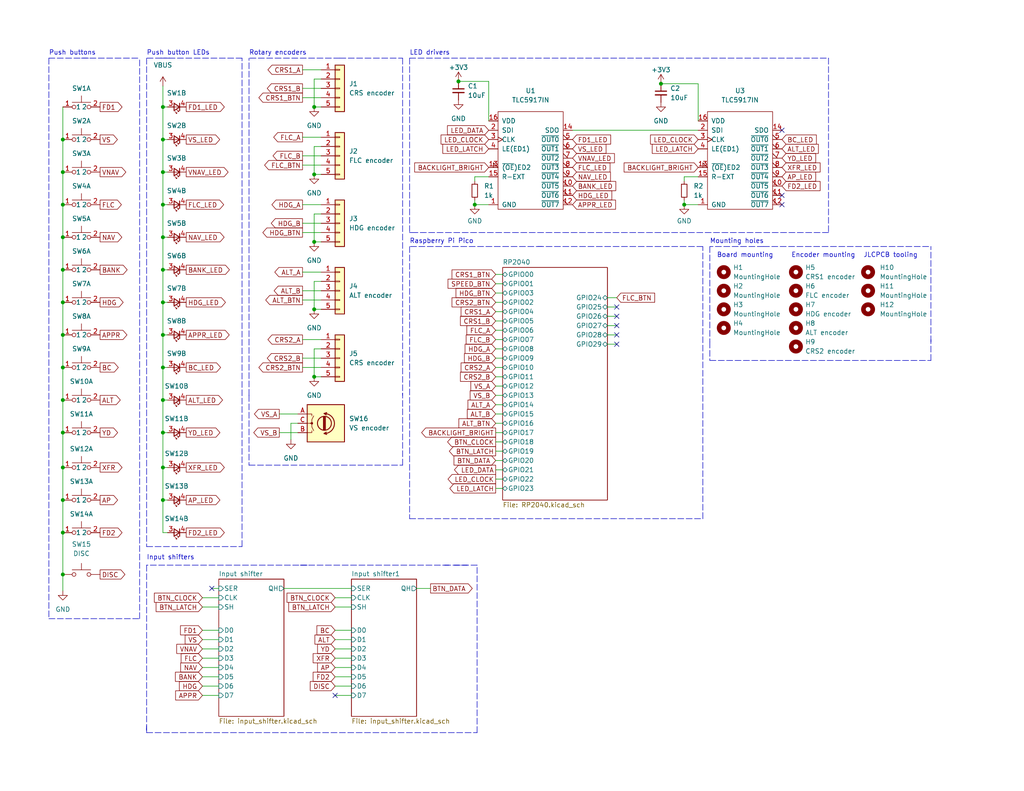
<source format=kicad_sch>
(kicad_sch (version 20211123) (generator eeschema)

  (uuid e815a34c-2c4a-4ccd-b43e-c3f32082703b)

  (paper "USLetter")

  (title_block
    (title "CJ4 Autopilot Panel")
    (date "2022-08-26")
    (rev "@version@")
    (comment 1 "neile@live.com")
    (comment 2 "Neil Enns")
  )

  (lib_symbols
    (symbol "CJ4-Autopilot:SW_Push_LED" (pin_names (offset 1.016)) (in_bom yes) (on_board yes)
      (property "Reference" "SW" (id 0) (at 0 -5.08 0)
        (effects (font (size 1.27 1.27)))
      )
      (property "Value" "SW_Push_LED" (id 1) (at 0 -2.54 0)
        (effects (font (size 1.27 1.27)) hide)
      )
      (property "Footprint" "" (id 2) (at 0 0 0)
        (effects (font (size 1.27 1.27)) hide)
      )
      (property "Datasheet" "" (id 3) (at 0 0 0)
        (effects (font (size 1.27 1.27)) hide)
      )
      (property "ki_locked" "" (id 4) (at 0 0 0)
        (effects (font (size 1.27 1.27)))
      )
      (symbol "SW_Push_LED_1_1"
        (circle (center -2.032 -8.89) (radius 0.508)
          (stroke (width 0) (type default) (color 0 0 0 0))
          (fill (type none))
        )
        (polyline
          (pts
            (xy 0 -7.62)
            (xy 0 -5.842)
          )
          (stroke (width 0) (type default) (color 0 0 0 0))
          (fill (type none))
        )
        (polyline
          (pts
            (xy 2.54 -7.62)
            (xy -2.54 -7.62)
          )
          (stroke (width 0) (type default) (color 0 0 0 0))
          (fill (type none))
        )
        (circle (center 2.032 -8.89) (radius 0.508)
          (stroke (width 0) (type default) (color 0 0 0 0))
          (fill (type none))
        )
        (pin passive line (at -5.08 -8.89 0) (length 2.54)
          (name "1" (effects (font (size 1.27 1.27))))
          (number "1" (effects (font (size 1.27 1.27))))
        )
        (pin passive line (at 5.08 -8.89 180) (length 2.54)
          (name "2" (effects (font (size 1.27 1.27))))
          (number "2" (effects (font (size 1.27 1.27))))
        )
      )
      (symbol "SW_Push_LED_2_1"
        (polyline
          (pts
            (xy -1.016 -10.16)
            (xy 0.762 -10.16)
          )
          (stroke (width 0) (type default) (color 0 0 0 0))
          (fill (type none))
        )
        (polyline
          (pts
            (xy 0.762 -9.144)
            (xy 0.762 -11.176)
          )
          (stroke (width 0.254) (type default) (color 0 0 0 0))
          (fill (type none))
        )
        (polyline
          (pts
            (xy -0.762 -9.144)
            (xy 0.762 -10.16)
            (xy -0.762 -11.176)
            (xy -0.762 -9.144)
          )
          (stroke (width 0.254) (type default) (color 0 0 0 0))
          (fill (type none))
        )
        (polyline
          (pts
            (xy -0.508 -11.43)
            (xy 0 -11.938)
            (xy -0.254 -11.938)
            (xy 0 -11.938)
            (xy 0 -11.684)
          )
          (stroke (width 0) (type default) (color 0 0 0 0))
          (fill (type none))
        )
        (polyline
          (pts
            (xy 0 -10.922)
            (xy 0.508 -11.43)
            (xy 0.254 -11.43)
            (xy 0.508 -11.43)
            (xy 0.508 -11.176)
          )
          (stroke (width 0) (type default) (color 0 0 0 0))
          (fill (type none))
        )
        (pin passive line (at -2.54 -10.16 0) (length 1.778)
          (name "~" (effects (font (size 1.27 1.27))))
          (number "3" (effects (font (size 1.27 1.27))))
        )
        (pin passive line (at 2.54 -10.16 180) (length 1.778)
          (name "~" (effects (font (size 1.27 1.27))))
          (number "4" (effects (font (size 1.27 1.27))))
        )
      )
    )
    (symbol "CJ4-Autopilot:TLC5917IN" (pin_names (offset 1.016)) (in_bom yes) (on_board yes)
      (property "Reference" "U" (id 0) (at 0 -13.97 0)
        (effects (font (size 1.27 1.27)))
      )
      (property "Value" "TLC5917IN" (id 1) (at 0 19.05 0)
        (effects (font (size 1.27 1.27)))
      )
      (property "Footprint" "Package_DIP:DIP-16_W7.62mm" (id 2) (at 0 16.51 0)
        (effects (font (size 1.27 1.27)) hide)
      )
      (property "Datasheet" "" (id 3) (at 0 -5.08 0)
        (effects (font (size 1.27 1.27)) hide)
      )
      (symbol "TLC5917IN_0_1"
        (rectangle (start -8.89 13.97) (end 8.89 -12.7)
          (stroke (width 0) (type default) (color 0 0 0 0))
          (fill (type none))
        )
      )
      (symbol "TLC5917IN_1_1"
        (pin power_in line (at -11.43 -11.43 0) (length 2.54)
          (name "GND" (effects (font (size 1.27 1.27))))
          (number "1" (effects (font (size 1.27 1.27))))
        )
        (pin output output_low (at 11.43 -6.35 180) (length 2.54)
          (name "~{OUT5}" (effects (font (size 1.27 1.27))))
          (number "10" (effects (font (size 1.27 1.27))))
        )
        (pin output output_low (at 11.43 -8.89 180) (length 2.54)
          (name "~{OUT6}" (effects (font (size 1.27 1.27))))
          (number "11" (effects (font (size 1.27 1.27))))
        )
        (pin output output_low (at 11.43 -11.43 180) (length 2.54)
          (name "~{OUT7}" (effects (font (size 1.27 1.27))))
          (number "12" (effects (font (size 1.27 1.27))))
        )
        (pin input input_low (at -11.43 -1.27 0) (length 2.54)
          (name "~{(OE})ED2" (effects (font (size 1.27 1.27))))
          (number "13" (effects (font (size 1.27 1.27))))
        )
        (pin output line (at 11.43 8.89 180) (length 2.54)
          (name "SDO" (effects (font (size 1.27 1.27))))
          (number "14" (effects (font (size 1.27 1.27))))
        )
        (pin input line (at -11.43 -3.81 0) (length 2.54)
          (name "R-EXT" (effects (font (size 1.27 1.27))))
          (number "15" (effects (font (size 1.27 1.27))))
        )
        (pin power_in line (at -11.43 11.43 0) (length 2.54)
          (name "VDD" (effects (font (size 1.27 1.27))))
          (number "16" (effects (font (size 1.27 1.27))))
        )
        (pin input line (at -11.43 8.89 0) (length 2.54)
          (name "SDI" (effects (font (size 1.27 1.27))))
          (number "2" (effects (font (size 1.27 1.27))))
        )
        (pin input clock (at -11.43 6.35 0) (length 2.54)
          (name "CLK" (effects (font (size 1.27 1.27))))
          (number "3" (effects (font (size 1.27 1.27))))
        )
        (pin input line (at -11.43 3.81 0) (length 2.54)
          (name "LE(ED1)" (effects (font (size 1.27 1.27))))
          (number "4" (effects (font (size 1.27 1.27))))
        )
        (pin output output_low (at 11.43 6.35 180) (length 2.54)
          (name "~{OUT0}" (effects (font (size 1.27 1.27))))
          (number "5" (effects (font (size 1.27 1.27))))
        )
        (pin output output_low (at 11.43 3.81 180) (length 2.54)
          (name "~{OUT1}" (effects (font (size 1.27 1.27))))
          (number "6" (effects (font (size 1.27 1.27))))
        )
        (pin output output_low (at 11.43 1.27 180) (length 2.54)
          (name "~{OUT2}" (effects (font (size 1.27 1.27))))
          (number "7" (effects (font (size 1.27 1.27))))
        )
        (pin output output_low (at 11.43 -1.27 180) (length 2.54)
          (name "~{OUT3}" (effects (font (size 1.27 1.27))))
          (number "8" (effects (font (size 1.27 1.27))))
        )
        (pin output output_low (at 11.43 -3.81 180) (length 2.54)
          (name "~{OUT4}" (effects (font (size 1.27 1.27))))
          (number "9" (effects (font (size 1.27 1.27))))
        )
      )
    )
    (symbol "Connector_Generic:Conn_01x05" (pin_names (offset 1.016) hide) (in_bom yes) (on_board yes)
      (property "Reference" "J" (id 0) (at 0 7.62 0)
        (effects (font (size 1.27 1.27)))
      )
      (property "Value" "Conn_01x05" (id 1) (at 0 -7.62 0)
        (effects (font (size 1.27 1.27)))
      )
      (property "Footprint" "" (id 2) (at 0 0 0)
        (effects (font (size 1.27 1.27)) hide)
      )
      (property "Datasheet" "~" (id 3) (at 0 0 0)
        (effects (font (size 1.27 1.27)) hide)
      )
      (property "ki_keywords" "connector" (id 4) (at 0 0 0)
        (effects (font (size 1.27 1.27)) hide)
      )
      (property "ki_description" "Generic connector, single row, 01x05, script generated (kicad-library-utils/schlib/autogen/connector/)" (id 5) (at 0 0 0)
        (effects (font (size 1.27 1.27)) hide)
      )
      (property "ki_fp_filters" "Connector*:*_1x??_*" (id 6) (at 0 0 0)
        (effects (font (size 1.27 1.27)) hide)
      )
      (symbol "Conn_01x05_1_1"
        (rectangle (start -1.27 -4.953) (end 0 -5.207)
          (stroke (width 0.1524) (type default) (color 0 0 0 0))
          (fill (type none))
        )
        (rectangle (start -1.27 -2.413) (end 0 -2.667)
          (stroke (width 0.1524) (type default) (color 0 0 0 0))
          (fill (type none))
        )
        (rectangle (start -1.27 0.127) (end 0 -0.127)
          (stroke (width 0.1524) (type default) (color 0 0 0 0))
          (fill (type none))
        )
        (rectangle (start -1.27 2.667) (end 0 2.413)
          (stroke (width 0.1524) (type default) (color 0 0 0 0))
          (fill (type none))
        )
        (rectangle (start -1.27 5.207) (end 0 4.953)
          (stroke (width 0.1524) (type default) (color 0 0 0 0))
          (fill (type none))
        )
        (rectangle (start -1.27 6.35) (end 1.27 -6.35)
          (stroke (width 0.254) (type default) (color 0 0 0 0))
          (fill (type background))
        )
        (pin passive line (at -5.08 5.08 0) (length 3.81)
          (name "Pin_1" (effects (font (size 1.27 1.27))))
          (number "1" (effects (font (size 1.27 1.27))))
        )
        (pin passive line (at -5.08 2.54 0) (length 3.81)
          (name "Pin_2" (effects (font (size 1.27 1.27))))
          (number "2" (effects (font (size 1.27 1.27))))
        )
        (pin passive line (at -5.08 0 0) (length 3.81)
          (name "Pin_3" (effects (font (size 1.27 1.27))))
          (number "3" (effects (font (size 1.27 1.27))))
        )
        (pin passive line (at -5.08 -2.54 0) (length 3.81)
          (name "Pin_4" (effects (font (size 1.27 1.27))))
          (number "4" (effects (font (size 1.27 1.27))))
        )
        (pin passive line (at -5.08 -5.08 0) (length 3.81)
          (name "Pin_5" (effects (font (size 1.27 1.27))))
          (number "5" (effects (font (size 1.27 1.27))))
        )
      )
    )
    (symbol "Device:C_Small" (pin_numbers hide) (pin_names (offset 0.254) hide) (in_bom yes) (on_board yes)
      (property "Reference" "C" (id 0) (at 0.254 1.778 0)
        (effects (font (size 1.27 1.27)) (justify left))
      )
      (property "Value" "C_Small" (id 1) (at 0.254 -2.032 0)
        (effects (font (size 1.27 1.27)) (justify left))
      )
      (property "Footprint" "" (id 2) (at 0 0 0)
        (effects (font (size 1.27 1.27)) hide)
      )
      (property "Datasheet" "~" (id 3) (at 0 0 0)
        (effects (font (size 1.27 1.27)) hide)
      )
      (property "ki_keywords" "capacitor cap" (id 4) (at 0 0 0)
        (effects (font (size 1.27 1.27)) hide)
      )
      (property "ki_description" "Unpolarized capacitor, small symbol" (id 5) (at 0 0 0)
        (effects (font (size 1.27 1.27)) hide)
      )
      (property "ki_fp_filters" "C_*" (id 6) (at 0 0 0)
        (effects (font (size 1.27 1.27)) hide)
      )
      (symbol "C_Small_0_1"
        (polyline
          (pts
            (xy -1.524 -0.508)
            (xy 1.524 -0.508)
          )
          (stroke (width 0.3302) (type default) (color 0 0 0 0))
          (fill (type none))
        )
        (polyline
          (pts
            (xy -1.524 0.508)
            (xy 1.524 0.508)
          )
          (stroke (width 0.3048) (type default) (color 0 0 0 0))
          (fill (type none))
        )
      )
      (symbol "C_Small_1_1"
        (pin passive line (at 0 2.54 270) (length 2.032)
          (name "~" (effects (font (size 1.27 1.27))))
          (number "1" (effects (font (size 1.27 1.27))))
        )
        (pin passive line (at 0 -2.54 90) (length 2.032)
          (name "~" (effects (font (size 1.27 1.27))))
          (number "2" (effects (font (size 1.27 1.27))))
        )
      )
    )
    (symbol "Device:R_Small" (pin_numbers hide) (pin_names (offset 0.254) hide) (in_bom yes) (on_board yes)
      (property "Reference" "R" (id 0) (at 0.762 0.508 0)
        (effects (font (size 1.27 1.27)) (justify left))
      )
      (property "Value" "R_Small" (id 1) (at 0.762 -1.016 0)
        (effects (font (size 1.27 1.27)) (justify left))
      )
      (property "Footprint" "" (id 2) (at 0 0 0)
        (effects (font (size 1.27 1.27)) hide)
      )
      (property "Datasheet" "~" (id 3) (at 0 0 0)
        (effects (font (size 1.27 1.27)) hide)
      )
      (property "ki_keywords" "R resistor" (id 4) (at 0 0 0)
        (effects (font (size 1.27 1.27)) hide)
      )
      (property "ki_description" "Resistor, small symbol" (id 5) (at 0 0 0)
        (effects (font (size 1.27 1.27)) hide)
      )
      (property "ki_fp_filters" "R_*" (id 6) (at 0 0 0)
        (effects (font (size 1.27 1.27)) hide)
      )
      (symbol "R_Small_0_1"
        (rectangle (start -0.762 1.778) (end 0.762 -1.778)
          (stroke (width 0.2032) (type default) (color 0 0 0 0))
          (fill (type none))
        )
      )
      (symbol "R_Small_1_1"
        (pin passive line (at 0 2.54 270) (length 0.762)
          (name "~" (effects (font (size 1.27 1.27))))
          (number "1" (effects (font (size 1.27 1.27))))
        )
        (pin passive line (at 0 -2.54 90) (length 0.762)
          (name "~" (effects (font (size 1.27 1.27))))
          (number "2" (effects (font (size 1.27 1.27))))
        )
      )
    )
    (symbol "Device:RotaryEncoder" (pin_names (offset 0.254) hide) (in_bom yes) (on_board yes)
      (property "Reference" "SW" (id 0) (at 0 6.604 0)
        (effects (font (size 1.27 1.27)))
      )
      (property "Value" "RotaryEncoder" (id 1) (at 0 -6.604 0)
        (effects (font (size 1.27 1.27)))
      )
      (property "Footprint" "" (id 2) (at -3.81 4.064 0)
        (effects (font (size 1.27 1.27)) hide)
      )
      (property "Datasheet" "~" (id 3) (at 0 6.604 0)
        (effects (font (size 1.27 1.27)) hide)
      )
      (property "ki_keywords" "rotary switch encoder" (id 4) (at 0 0 0)
        (effects (font (size 1.27 1.27)) hide)
      )
      (property "ki_description" "Rotary encoder, dual channel, incremental quadrate outputs" (id 5) (at 0 0 0)
        (effects (font (size 1.27 1.27)) hide)
      )
      (property "ki_fp_filters" "RotaryEncoder*" (id 6) (at 0 0 0)
        (effects (font (size 1.27 1.27)) hide)
      )
      (symbol "RotaryEncoder_0_1"
        (rectangle (start -5.08 5.08) (end 5.08 -5.08)
          (stroke (width 0.254) (type default) (color 0 0 0 0))
          (fill (type background))
        )
        (circle (center -3.81 0) (radius 0.254)
          (stroke (width 0) (type default) (color 0 0 0 0))
          (fill (type outline))
        )
        (arc (start -0.381 -2.794) (mid 2.3622 -0.0635) (end -0.381 2.667)
          (stroke (width 0.254) (type default) (color 0 0 0 0))
          (fill (type none))
        )
        (circle (center -0.381 0) (radius 1.905)
          (stroke (width 0.254) (type default) (color 0 0 0 0))
          (fill (type none))
        )
        (polyline
          (pts
            (xy -0.635 -1.778)
            (xy -0.635 1.778)
          )
          (stroke (width 0.254) (type default) (color 0 0 0 0))
          (fill (type none))
        )
        (polyline
          (pts
            (xy -0.381 -1.778)
            (xy -0.381 1.778)
          )
          (stroke (width 0.254) (type default) (color 0 0 0 0))
          (fill (type none))
        )
        (polyline
          (pts
            (xy -0.127 1.778)
            (xy -0.127 -1.778)
          )
          (stroke (width 0.254) (type default) (color 0 0 0 0))
          (fill (type none))
        )
        (polyline
          (pts
            (xy -5.08 -2.54)
            (xy -3.81 -2.54)
            (xy -3.81 -2.032)
          )
          (stroke (width 0) (type default) (color 0 0 0 0))
          (fill (type none))
        )
        (polyline
          (pts
            (xy -5.08 2.54)
            (xy -3.81 2.54)
            (xy -3.81 2.032)
          )
          (stroke (width 0) (type default) (color 0 0 0 0))
          (fill (type none))
        )
        (polyline
          (pts
            (xy 0.254 -3.048)
            (xy -0.508 -2.794)
            (xy 0.127 -2.413)
          )
          (stroke (width 0.254) (type default) (color 0 0 0 0))
          (fill (type none))
        )
        (polyline
          (pts
            (xy 0.254 2.921)
            (xy -0.508 2.667)
            (xy 0.127 2.286)
          )
          (stroke (width 0.254) (type default) (color 0 0 0 0))
          (fill (type none))
        )
        (polyline
          (pts
            (xy -5.08 0)
            (xy -3.81 0)
            (xy -3.81 -1.016)
            (xy -3.302 -2.032)
          )
          (stroke (width 0) (type default) (color 0 0 0 0))
          (fill (type none))
        )
        (polyline
          (pts
            (xy -4.318 0)
            (xy -3.81 0)
            (xy -3.81 1.016)
            (xy -3.302 2.032)
          )
          (stroke (width 0) (type default) (color 0 0 0 0))
          (fill (type none))
        )
      )
      (symbol "RotaryEncoder_1_1"
        (pin passive line (at -7.62 2.54 0) (length 2.54)
          (name "A" (effects (font (size 1.27 1.27))))
          (number "A" (effects (font (size 1.27 1.27))))
        )
        (pin passive line (at -7.62 -2.54 0) (length 2.54)
          (name "B" (effects (font (size 1.27 1.27))))
          (number "B" (effects (font (size 1.27 1.27))))
        )
        (pin passive line (at -7.62 0 0) (length 2.54)
          (name "C" (effects (font (size 1.27 1.27))))
          (number "C" (effects (font (size 1.27 1.27))))
        )
      )
    )
    (symbol "Mechanical:MountingHole" (pin_names (offset 1.016)) (in_bom yes) (on_board yes)
      (property "Reference" "H" (id 0) (at 0 5.08 0)
        (effects (font (size 1.27 1.27)))
      )
      (property "Value" "MountingHole" (id 1) (at 0 3.175 0)
        (effects (font (size 1.27 1.27)))
      )
      (property "Footprint" "" (id 2) (at 0 0 0)
        (effects (font (size 1.27 1.27)) hide)
      )
      (property "Datasheet" "~" (id 3) (at 0 0 0)
        (effects (font (size 1.27 1.27)) hide)
      )
      (property "ki_keywords" "mounting hole" (id 4) (at 0 0 0)
        (effects (font (size 1.27 1.27)) hide)
      )
      (property "ki_description" "Mounting Hole without connection" (id 5) (at 0 0 0)
        (effects (font (size 1.27 1.27)) hide)
      )
      (property "ki_fp_filters" "MountingHole*" (id 6) (at 0 0 0)
        (effects (font (size 1.27 1.27)) hide)
      )
      (symbol "MountingHole_0_1"
        (circle (center 0 0) (radius 1.27)
          (stroke (width 1.27) (type default) (color 0 0 0 0))
          (fill (type none))
        )
      )
    )
    (symbol "Switch:SW_Push" (pin_numbers hide) (pin_names (offset 1.016) hide) (in_bom yes) (on_board yes)
      (property "Reference" "SW" (id 0) (at 1.27 2.54 0)
        (effects (font (size 1.27 1.27)) (justify left))
      )
      (property "Value" "SW_Push" (id 1) (at 0 -1.524 0)
        (effects (font (size 1.27 1.27)))
      )
      (property "Footprint" "" (id 2) (at 0 5.08 0)
        (effects (font (size 1.27 1.27)) hide)
      )
      (property "Datasheet" "~" (id 3) (at 0 5.08 0)
        (effects (font (size 1.27 1.27)) hide)
      )
      (property "ki_keywords" "switch normally-open pushbutton push-button" (id 4) (at 0 0 0)
        (effects (font (size 1.27 1.27)) hide)
      )
      (property "ki_description" "Push button switch, generic, two pins" (id 5) (at 0 0 0)
        (effects (font (size 1.27 1.27)) hide)
      )
      (symbol "SW_Push_0_1"
        (circle (center -2.032 0) (radius 0.508)
          (stroke (width 0) (type default) (color 0 0 0 0))
          (fill (type none))
        )
        (polyline
          (pts
            (xy 0 1.27)
            (xy 0 3.048)
          )
          (stroke (width 0) (type default) (color 0 0 0 0))
          (fill (type none))
        )
        (polyline
          (pts
            (xy 2.54 1.27)
            (xy -2.54 1.27)
          )
          (stroke (width 0) (type default) (color 0 0 0 0))
          (fill (type none))
        )
        (circle (center 2.032 0) (radius 0.508)
          (stroke (width 0) (type default) (color 0 0 0 0))
          (fill (type none))
        )
        (pin passive line (at -5.08 0 0) (length 2.54)
          (name "1" (effects (font (size 1.27 1.27))))
          (number "1" (effects (font (size 1.27 1.27))))
        )
        (pin passive line (at 5.08 0 180) (length 2.54)
          (name "2" (effects (font (size 1.27 1.27))))
          (number "2" (effects (font (size 1.27 1.27))))
        )
      )
    )
    (symbol "power:+3V3" (power) (pin_names (offset 0)) (in_bom yes) (on_board yes)
      (property "Reference" "#PWR" (id 0) (at 0 -3.81 0)
        (effects (font (size 1.27 1.27)) hide)
      )
      (property "Value" "+3V3" (id 1) (at 0 3.556 0)
        (effects (font (size 1.27 1.27)))
      )
      (property "Footprint" "" (id 2) (at 0 0 0)
        (effects (font (size 1.27 1.27)) hide)
      )
      (property "Datasheet" "" (id 3) (at 0 0 0)
        (effects (font (size 1.27 1.27)) hide)
      )
      (property "ki_keywords" "power-flag" (id 4) (at 0 0 0)
        (effects (font (size 1.27 1.27)) hide)
      )
      (property "ki_description" "Power symbol creates a global label with name \"+3V3\"" (id 5) (at 0 0 0)
        (effects (font (size 1.27 1.27)) hide)
      )
      (symbol "+3V3_0_1"
        (polyline
          (pts
            (xy -0.762 1.27)
            (xy 0 2.54)
          )
          (stroke (width 0) (type default) (color 0 0 0 0))
          (fill (type none))
        )
        (polyline
          (pts
            (xy 0 0)
            (xy 0 2.54)
          )
          (stroke (width 0) (type default) (color 0 0 0 0))
          (fill (type none))
        )
        (polyline
          (pts
            (xy 0 2.54)
            (xy 0.762 1.27)
          )
          (stroke (width 0) (type default) (color 0 0 0 0))
          (fill (type none))
        )
      )
      (symbol "+3V3_1_1"
        (pin power_in line (at 0 0 90) (length 0) hide
          (name "+3V3" (effects (font (size 1.27 1.27))))
          (number "1" (effects (font (size 1.27 1.27))))
        )
      )
    )
    (symbol "power:GND" (power) (pin_names (offset 0)) (in_bom yes) (on_board yes)
      (property "Reference" "#PWR" (id 0) (at 0 -6.35 0)
        (effects (font (size 1.27 1.27)) hide)
      )
      (property "Value" "GND" (id 1) (at 0 -3.81 0)
        (effects (font (size 1.27 1.27)))
      )
      (property "Footprint" "" (id 2) (at 0 0 0)
        (effects (font (size 1.27 1.27)) hide)
      )
      (property "Datasheet" "" (id 3) (at 0 0 0)
        (effects (font (size 1.27 1.27)) hide)
      )
      (property "ki_keywords" "power-flag" (id 4) (at 0 0 0)
        (effects (font (size 1.27 1.27)) hide)
      )
      (property "ki_description" "Power symbol creates a global label with name \"GND\" , ground" (id 5) (at 0 0 0)
        (effects (font (size 1.27 1.27)) hide)
      )
      (symbol "GND_0_1"
        (polyline
          (pts
            (xy 0 0)
            (xy 0 -1.27)
            (xy 1.27 -1.27)
            (xy 0 -2.54)
            (xy -1.27 -1.27)
            (xy 0 -1.27)
          )
          (stroke (width 0) (type default) (color 0 0 0 0))
          (fill (type none))
        )
      )
      (symbol "GND_1_1"
        (pin power_in line (at 0 0 270) (length 0) hide
          (name "GND" (effects (font (size 1.27 1.27))))
          (number "1" (effects (font (size 1.27 1.27))))
        )
      )
    )
    (symbol "power:VBUS" (power) (pin_names (offset 0)) (in_bom yes) (on_board yes)
      (property "Reference" "#PWR" (id 0) (at 0 -3.81 0)
        (effects (font (size 1.27 1.27)) hide)
      )
      (property "Value" "VBUS" (id 1) (at 0 3.81 0)
        (effects (font (size 1.27 1.27)))
      )
      (property "Footprint" "" (id 2) (at 0 0 0)
        (effects (font (size 1.27 1.27)) hide)
      )
      (property "Datasheet" "" (id 3) (at 0 0 0)
        (effects (font (size 1.27 1.27)) hide)
      )
      (property "ki_keywords" "power-flag" (id 4) (at 0 0 0)
        (effects (font (size 1.27 1.27)) hide)
      )
      (property "ki_description" "Power symbol creates a global label with name \"VBUS\"" (id 5) (at 0 0 0)
        (effects (font (size 1.27 1.27)) hide)
      )
      (symbol "VBUS_0_1"
        (polyline
          (pts
            (xy -0.762 1.27)
            (xy 0 2.54)
          )
          (stroke (width 0) (type default) (color 0 0 0 0))
          (fill (type none))
        )
        (polyline
          (pts
            (xy 0 0)
            (xy 0 2.54)
          )
          (stroke (width 0) (type default) (color 0 0 0 0))
          (fill (type none))
        )
        (polyline
          (pts
            (xy 0 2.54)
            (xy 0.762 1.27)
          )
          (stroke (width 0) (type default) (color 0 0 0 0))
          (fill (type none))
        )
      )
      (symbol "VBUS_1_1"
        (pin power_in line (at 0 0 90) (length 0) hide
          (name "VBUS" (effects (font (size 1.27 1.27))))
          (number "1" (effects (font (size 1.27 1.27))))
        )
      )
    )
  )

  (junction (at 44.45 109.22) (diameter 0) (color 0 0 0 0)
    (uuid 0532be42-db82-4db0-82c2-b6acc396580a)
  )
  (junction (at 44.45 64.77) (diameter 0) (color 0 0 0 0)
    (uuid 078d969c-94b1-4e8d-b02e-c0a0d5919ed6)
  )
  (junction (at 44.45 82.55) (diameter 0) (color 0 0 0 0)
    (uuid 09b170a1-d285-4f6e-b8c2-9e734c833f0d)
  )
  (junction (at 44.45 118.11) (diameter 0) (color 0 0 0 0)
    (uuid 0ca42ec1-312b-4208-935a-4f203cfba875)
  )
  (junction (at 17.145 136.525) (diameter 0) (color 0 0 0 0)
    (uuid 1012696c-0bc0-4cc8-8f45-a1c1694097cd)
  )
  (junction (at 17.145 145.415) (diameter 0) (color 0 0 0 0)
    (uuid 11753d97-dd12-4eaa-9d26-898ce3d4e52e)
  )
  (junction (at 44.45 29.21) (diameter 0) (color 0 0 0 0)
    (uuid 23f94d69-c833-4974-bc73-3e805ed31c83)
  )
  (junction (at 125.095 22.225) (diameter 0) (color 0 0 0 0)
    (uuid 253caa6f-0ece-42e9-827c-133d1b8ef037)
  )
  (junction (at 186.69 55.88) (diameter 0) (color 0 0 0 0)
    (uuid 256f307f-4cd6-4063-990c-5f520e94c688)
  )
  (junction (at 44.45 73.66) (diameter 0) (color 0 0 0 0)
    (uuid 3084824f-f026-4c1b-8453-317ba18008d2)
  )
  (junction (at 17.145 82.55) (diameter 0) (color 0 0 0 0)
    (uuid 31d8d359-edfc-4497-bca7-30f33461adb9)
  )
  (junction (at 85.725 84.455) (diameter 0) (color 0 0 0 0)
    (uuid 36bb764a-c481-4fa3-bc53-05045d20da9b)
  )
  (junction (at 17.145 100.33) (diameter 0) (color 0 0 0 0)
    (uuid 3dbd3b0a-8767-4601-bad9-0e5976959139)
  )
  (junction (at 17.145 73.66) (diameter 0) (color 0 0 0 0)
    (uuid 42666e2b-7920-40a4-9b19-60cad256a6c0)
  )
  (junction (at 17.145 91.44) (diameter 0) (color 0 0 0 0)
    (uuid 4bd7d84c-41ab-4deb-b3ec-1d2453201a53)
  )
  (junction (at 17.145 109.22) (diameter 0) (color 0 0 0 0)
    (uuid 54446589-3831-4f6b-81ca-81e49d2381e0)
  )
  (junction (at 17.145 156.845) (diameter 0) (color 0 0 0 0)
    (uuid 64db67d0-0970-4797-bc75-c5acbb6f7f2a)
  )
  (junction (at 44.45 91.44) (diameter 0) (color 0 0 0 0)
    (uuid 68991140-7b9e-4e46-a504-eb86fc393153)
  )
  (junction (at 44.45 100.33) (diameter 0) (color 0 0 0 0)
    (uuid 742a63c1-487f-41bd-bfcd-5cca36264607)
  )
  (junction (at 17.145 55.88) (diameter 0) (color 0 0 0 0)
    (uuid 7955d5a4-d708-40b5-b84b-48219a3743d8)
  )
  (junction (at 85.725 102.87) (diameter 0) (color 0 0 0 0)
    (uuid 7adab00a-bb67-490b-8a35-b964f0fb1b81)
  )
  (junction (at 180.34 22.86) (diameter 0) (color 0 0 0 0)
    (uuid 7b7cf9da-f2d3-4fcf-b4c4-9330d1b147fe)
  )
  (junction (at 85.725 29.21) (diameter 0) (color 0 0 0 0)
    (uuid 856c898c-7122-4d9b-aa4c-1c9f8f2fe05d)
  )
  (junction (at 17.145 64.77) (diameter 0) (color 0 0 0 0)
    (uuid 8819c709-3c2e-4928-af02-ba6df1040018)
  )
  (junction (at 17.145 118.11) (diameter 0) (color 0 0 0 0)
    (uuid 9169ef08-1eb7-4589-bc4a-455f7ed5df8b)
  )
  (junction (at 44.45 55.88) (diameter 0) (color 0 0 0 0)
    (uuid 933c43bb-7158-4d25-83ee-c606092e5dc3)
  )
  (junction (at 129.54 55.88) (diameter 0) (color 0 0 0 0)
    (uuid a4c639f5-5f1f-49ff-9f4b-33f83fe5d62d)
  )
  (junction (at 44.45 127.635) (diameter 0) (color 0 0 0 0)
    (uuid b86d47ac-4450-4821-87cc-cdeb0b62f4ed)
  )
  (junction (at 44.45 46.99) (diameter 0) (color 0 0 0 0)
    (uuid c0aec3f0-9e02-46e6-8b00-327846330286)
  )
  (junction (at 17.145 46.99) (diameter 0) (color 0 0 0 0)
    (uuid e6f90ea9-0bf9-4a17-9cd7-c0d44eae584e)
  )
  (junction (at 44.45 136.525) (diameter 0) (color 0 0 0 0)
    (uuid e900a49d-03cf-4537-93d5-63eebeaaf7e5)
  )
  (junction (at 44.45 38.1) (diameter 0) (color 0 0 0 0)
    (uuid f018b647-11b2-4b1d-8309-421e6b024309)
  )
  (junction (at 17.145 127.635) (diameter 0) (color 0 0 0 0)
    (uuid f9dd3ad5-3d8b-432b-9bae-09526f18397a)
  )
  (junction (at 85.725 47.625) (diameter 0) (color 0 0 0 0)
    (uuid fe913df4-ae96-4284-a2fa-dcb170273e8d)
  )
  (junction (at 85.725 66.04) (diameter 0) (color 0 0 0 0)
    (uuid ff5a3e0f-2f2e-44ad-b42f-041ee653415f)
  )
  (junction (at 17.145 38.1) (diameter 0) (color 0 0 0 0)
    (uuid ff8b04fb-e526-4d7c-8c31-6b30fa230d1f)
  )

  (no_connect (at 168.275 83.82) (uuid 09e1fb6d-d61e-428b-b7d6-2c017b498383))
  (no_connect (at 168.275 86.36) (uuid 09e1fb6d-d61e-428b-b7d6-2c017b498384))
  (no_connect (at 168.275 88.9) (uuid 09e1fb6d-d61e-428b-b7d6-2c017b498385))
  (no_connect (at 168.275 91.44) (uuid 09e1fb6d-d61e-428b-b7d6-2c017b498386))
  (no_connect (at 91.44 189.865) (uuid 1922898c-c6f1-4019-971a-89a7413a03ab))
  (no_connect (at 57.785 160.655) (uuid 4c2574e1-da0a-46ca-aead-8cce589fd322))
  (no_connect (at 168.275 93.98) (uuid b3e28ee3-4bbe-429a-b518-0a11ba1c70dc))
  (no_connect (at 213.36 53.34) (uuid dd63a4bf-5cf5-4381-a229-ddf3da3f73fa))
  (no_connect (at 213.36 55.88) (uuid dd63a4bf-5cf5-4381-a229-ddf3da3f73fb))
  (no_connect (at 213.36 35.56) (uuid dd63a4bf-5cf5-4381-a229-ddf3da3f73fc))

  (wire (pts (xy 55.245 189.865) (xy 59.69 189.865))
    (stroke (width 0) (type default) (color 0 0 0 0))
    (uuid 00d6ebdb-945f-439a-9ee5-1333d0f1c695)
  )
  (wire (pts (xy 17.145 127.635) (xy 17.145 136.525))
    (stroke (width 0) (type default) (color 0 0 0 0))
    (uuid 02bdf343-78d8-4ddb-8857-84fb2bdec013)
  )
  (wire (pts (xy 135.255 113.03) (xy 137.16 113.03))
    (stroke (width 0) (type default) (color 0 0 0 0))
    (uuid 0497610c-fee2-48d4-a02b-41d344fd08ba)
  )
  (polyline (pts (xy 109.855 127) (xy 109.855 107.315))
    (stroke (width 0) (type default) (color 0 0 0 0))
    (uuid 058f007d-72d2-4215-9626-3949a5812c9a)
  )

  (wire (pts (xy 135.255 130.81) (xy 137.16 130.81))
    (stroke (width 0) (type default) (color 0 0 0 0))
    (uuid 0ab437b0-8227-405d-9646-91b3f9012d25)
  )
  (wire (pts (xy 17.145 46.99) (xy 17.145 55.88))
    (stroke (width 0) (type default) (color 0 0 0 0))
    (uuid 0b281082-3c64-4d46-a1df-004d413d6c48)
  )
  (wire (pts (xy 87.63 40.005) (xy 85.725 40.005))
    (stroke (width 0) (type default) (color 0 0 0 0))
    (uuid 0b7f76d4-0b45-4785-ab95-3f69aa748b65)
  )
  (wire (pts (xy 135.255 105.41) (xy 137.16 105.41))
    (stroke (width 0) (type default) (color 0 0 0 0))
    (uuid 0bc8e020-79a8-4b99-b790-da8eeac8d766)
  )
  (wire (pts (xy 125.095 22.225) (xy 133.35 22.225))
    (stroke (width 0) (type default) (color 0 0 0 0))
    (uuid 0d68bec2-9803-4c11-9d72-0195eb5697ad)
  )
  (wire (pts (xy 76.2 118.11) (xy 81.28 118.11))
    (stroke (width 0) (type default) (color 0 0 0 0))
    (uuid 0f8aca37-2b22-4c39-894c-966d53d8d5c0)
  )
  (wire (pts (xy 135.255 77.47) (xy 137.16 77.47))
    (stroke (width 0) (type default) (color 0 0 0 0))
    (uuid 13a83afb-02ff-4ad1-a704-c58300a0ea35)
  )
  (wire (pts (xy 76.2 113.03) (xy 81.28 113.03))
    (stroke (width 0) (type default) (color 0 0 0 0))
    (uuid 13e9827a-9b4d-42d5-812f-a8860fd1de19)
  )
  (wire (pts (xy 165.735 91.44) (xy 168.275 91.44))
    (stroke (width 0) (type default) (color 0 0 0 0))
    (uuid 196695a4-f67d-465e-b028-6ae9876eeffb)
  )
  (wire (pts (xy 91.44 165.735) (xy 95.885 165.735))
    (stroke (width 0) (type default) (color 0 0 0 0))
    (uuid 1b3fb5e0-8e7c-49cf-bd22-0fd1b1c08d61)
  )
  (polyline (pts (xy 111.76 63.5) (xy 112.395 63.5))
    (stroke (width 0) (type default) (color 0 0 0 0))
    (uuid 1ccb9405-280e-42c4-832f-2b2656fcb184)
  )

  (wire (pts (xy 82.55 26.67) (xy 87.63 26.67))
    (stroke (width 0) (type default) (color 0 0 0 0))
    (uuid 1cd0ea25-fe17-4c5e-8cb5-882005b8466f)
  )
  (wire (pts (xy 55.245 182.245) (xy 59.69 182.245))
    (stroke (width 0) (type default) (color 0 0 0 0))
    (uuid 1d1f0708-0f9b-4d72-8f54-15f117a675ae)
  )
  (polyline (pts (xy 67.945 107.95) (xy 67.945 127))
    (stroke (width 0) (type default) (color 0 0 0 0))
    (uuid 1d23bd9c-671e-47dc-a3c1-4858753bbda5)
  )

  (wire (pts (xy 91.44 184.785) (xy 95.885 184.785))
    (stroke (width 0) (type default) (color 0 0 0 0))
    (uuid 1da4f37c-a300-4c79-8f86-9e8057cc34b1)
  )
  (wire (pts (xy 44.45 118.11) (xy 45.72 118.11))
    (stroke (width 0) (type default) (color 0 0 0 0))
    (uuid 1f94968c-2bc4-4943-b373-359fbee7a6e1)
  )
  (wire (pts (xy 44.45 55.88) (xy 44.45 64.77))
    (stroke (width 0) (type default) (color 0 0 0 0))
    (uuid 1fa3bbd8-f1ae-4795-8a50-94b99a103637)
  )
  (polyline (pts (xy 254 93.345) (xy 254 67.31))
    (stroke (width 0) (type default) (color 0 0 0 0))
    (uuid 1fadfe5c-31f0-43bd-88d4-b2b91f7b2316)
  )

  (wire (pts (xy 55.245 187.325) (xy 59.69 187.325))
    (stroke (width 0) (type default) (color 0 0 0 0))
    (uuid 201a4fa7-ad96-454c-a62e-4144e5a8e61f)
  )
  (wire (pts (xy 44.45 46.99) (xy 44.45 55.88))
    (stroke (width 0) (type default) (color 0 0 0 0))
    (uuid 21d235da-2838-4956-ac4f-b5bc4225f6b2)
  )
  (wire (pts (xy 133.35 48.26) (xy 129.54 48.26))
    (stroke (width 0) (type default) (color 0 0 0 0))
    (uuid 23077c28-e686-4194-8656-1f63dd77921c)
  )
  (wire (pts (xy 91.44 189.865) (xy 95.885 189.865))
    (stroke (width 0) (type default) (color 0 0 0 0))
    (uuid 2525fe80-68c3-4e53-8062-202b67664bcf)
  )
  (wire (pts (xy 44.45 23.495) (xy 44.45 29.21))
    (stroke (width 0) (type default) (color 0 0 0 0))
    (uuid 257a3614-e6fb-4429-9e8f-5eacb7b22eca)
  )
  (wire (pts (xy 44.45 38.1) (xy 45.72 38.1))
    (stroke (width 0) (type default) (color 0 0 0 0))
    (uuid 261162d0-1455-40f3-ab97-b73bde3691f2)
  )
  (wire (pts (xy 135.255 100.33) (xy 137.16 100.33))
    (stroke (width 0) (type default) (color 0 0 0 0))
    (uuid 26150781-d9b5-45b0-8a26-812cceb35255)
  )
  (wire (pts (xy 129.54 54.61) (xy 129.54 55.88))
    (stroke (width 0) (type default) (color 0 0 0 0))
    (uuid 263a6861-a342-48f8-a8cf-b3514d315a0b)
  )
  (wire (pts (xy 165.735 93.98) (xy 168.275 93.98))
    (stroke (width 0) (type default) (color 0 0 0 0))
    (uuid 27757020-592b-448f-a640-e8c0f073b08f)
  )
  (wire (pts (xy 17.145 38.1) (xy 17.145 46.99))
    (stroke (width 0) (type default) (color 0 0 0 0))
    (uuid 27d492cc-54df-4e03-a2cd-2ee0a64919b1)
  )
  (wire (pts (xy 55.245 172.085) (xy 59.69 172.085))
    (stroke (width 0) (type default) (color 0 0 0 0))
    (uuid 2817f9f5-6296-4ce5-b3cb-e6cb4c7c8618)
  )
  (wire (pts (xy 44.45 82.55) (xy 44.45 91.44))
    (stroke (width 0) (type default) (color 0 0 0 0))
    (uuid 2c2a3713-5ad4-45ad-b044-f387a73889bc)
  )
  (wire (pts (xy 44.45 38.1) (xy 44.45 46.99))
    (stroke (width 0) (type default) (color 0 0 0 0))
    (uuid 2c6cbc5e-be88-42c7-960f-c8eca06ca9e8)
  )
  (wire (pts (xy 82.55 92.71) (xy 87.63 92.71))
    (stroke (width 0) (type default) (color 0 0 0 0))
    (uuid 2d59b0c7-2dca-4791-a091-41e80c1a3717)
  )
  (wire (pts (xy 55.245 177.165) (xy 59.69 177.165))
    (stroke (width 0) (type default) (color 0 0 0 0))
    (uuid 2f431f5a-3b3b-4f14-8111-e07d9ea071c9)
  )
  (wire (pts (xy 135.255 115.57) (xy 137.16 115.57))
    (stroke (width 0) (type default) (color 0 0 0 0))
    (uuid 32554fc8-cb49-4082-8504-db43b97e1dcd)
  )
  (wire (pts (xy 17.145 91.44) (xy 17.145 100.33))
    (stroke (width 0) (type default) (color 0 0 0 0))
    (uuid 3272588b-3009-409e-896c-b71ed4356d0a)
  )
  (wire (pts (xy 82.55 79.375) (xy 87.63 79.375))
    (stroke (width 0) (type default) (color 0 0 0 0))
    (uuid 3285c786-5b77-4556-8c68-54c5970e0236)
  )
  (polyline (pts (xy 66.04 149.225) (xy 66.04 15.875))
    (stroke (width 0) (type default) (color 0 0 0 0))
    (uuid 3727fd6e-9cf9-447a-a826-bf44f3fc8aae)
  )

  (wire (pts (xy 135.255 97.79) (xy 137.16 97.79))
    (stroke (width 0) (type default) (color 0 0 0 0))
    (uuid 37289ad7-b59b-466b-9731-45606294bab6)
  )
  (wire (pts (xy 82.55 81.915) (xy 87.63 81.915))
    (stroke (width 0) (type default) (color 0 0 0 0))
    (uuid 37acf205-5dab-488f-ac99-01f28cc8fd83)
  )
  (wire (pts (xy 44.45 55.88) (xy 45.72 55.88))
    (stroke (width 0) (type default) (color 0 0 0 0))
    (uuid 38537554-de2c-47c5-becb-a58c066ea376)
  )
  (wire (pts (xy 91.44 182.245) (xy 95.885 182.245))
    (stroke (width 0) (type default) (color 0 0 0 0))
    (uuid 38667c8e-ee9f-4054-b0fd-c43f56bd8c8b)
  )
  (wire (pts (xy 186.69 54.61) (xy 186.69 55.88))
    (stroke (width 0) (type default) (color 0 0 0 0))
    (uuid 392be5c6-2c94-4e67-9e63-6555867a3b19)
  )
  (wire (pts (xy 156.21 35.56) (xy 190.5 35.56))
    (stroke (width 0) (type default) (color 0 0 0 0))
    (uuid 39be6f6d-a8e2-491d-9382-9ea783fee343)
  )
  (polyline (pts (xy 92.71 15.875) (xy 109.855 15.875))
    (stroke (width 0) (type default) (color 0 0 0 0))
    (uuid 3a1fee6a-6e12-47a9-875e-882221652354)
  )

  (wire (pts (xy 82.55 24.13) (xy 87.63 24.13))
    (stroke (width 0) (type default) (color 0 0 0 0))
    (uuid 3bbf6659-6063-4f9f-a03f-3f561db21f7e)
  )
  (wire (pts (xy 82.55 74.295) (xy 87.63 74.295))
    (stroke (width 0) (type default) (color 0 0 0 0))
    (uuid 3d47db6c-7329-4ec7-99d8-dfde5d30f830)
  )
  (wire (pts (xy 135.255 90.17) (xy 137.16 90.17))
    (stroke (width 0) (type default) (color 0 0 0 0))
    (uuid 3e8dc53b-028d-4f58-bc05-93f6e8771090)
  )
  (wire (pts (xy 17.145 29.21) (xy 17.145 38.1))
    (stroke (width 0) (type default) (color 0 0 0 0))
    (uuid 4038a563-78c2-4d8d-a26c-c14d524a0b01)
  )
  (polyline (pts (xy 43.815 15.875) (xy 66.04 15.875))
    (stroke (width 0) (type default) (color 0 0 0 0))
    (uuid 426ef9e8-5e43-427f-9a01-c06cff36d87a)
  )

  (wire (pts (xy 186.69 55.88) (xy 190.5 55.88))
    (stroke (width 0) (type default) (color 0 0 0 0))
    (uuid 43c8f0a4-66bc-45d5-a7d5-14e55a3495a6)
  )
  (wire (pts (xy 133.35 22.225) (xy 133.35 33.02))
    (stroke (width 0) (type default) (color 0 0 0 0))
    (uuid 4615e391-2338-4be0-9718-b3448fc49cee)
  )
  (polyline (pts (xy 67.945 107.95) (xy 67.945 15.875))
    (stroke (width 0) (type default) (color 0 0 0 0))
    (uuid 473feca6-b18f-4c45-a44a-57a2a13ed9ee)
  )

  (wire (pts (xy 44.45 73.66) (xy 45.72 73.66))
    (stroke (width 0) (type default) (color 0 0 0 0))
    (uuid 48a53c48-f499-4d1e-906d-8277fee91a4b)
  )
  (wire (pts (xy 44.45 136.525) (xy 45.72 136.525))
    (stroke (width 0) (type default) (color 0 0 0 0))
    (uuid 4ade86f5-d5ce-4245-9847-d7925f26b6d7)
  )
  (wire (pts (xy 165.735 88.9) (xy 168.275 88.9))
    (stroke (width 0) (type default) (color 0 0 0 0))
    (uuid 4eca6fd5-2b0f-45e7-99e7-0747d20b325a)
  )
  (polyline (pts (xy 92.71 15.875) (xy 67.945 15.875))
    (stroke (width 0) (type default) (color 0 0 0 0))
    (uuid 50409fe2-afa5-4b5e-9351-3e0a547a5e3d)
  )
  (polyline (pts (xy 22.225 15.875) (xy 38.1 15.875))
    (stroke (width 0) (type default) (color 0 0 0 0))
    (uuid 509ebe38-656f-42b2-9153-c185109e39d5)
  )

  (wire (pts (xy 44.45 91.44) (xy 45.72 91.44))
    (stroke (width 0) (type default) (color 0 0 0 0))
    (uuid 51d72150-6b73-4128-9f63-0964207a9e15)
  )
  (wire (pts (xy 135.255 102.87) (xy 137.16 102.87))
    (stroke (width 0) (type default) (color 0 0 0 0))
    (uuid 523a9621-bf5f-4b8b-8ebe-1d227e1cc31e)
  )
  (wire (pts (xy 55.245 184.785) (xy 59.69 184.785))
    (stroke (width 0) (type default) (color 0 0 0 0))
    (uuid 52715aac-8658-4ca4-9841-d8468923d0b5)
  )
  (wire (pts (xy 55.245 174.625) (xy 59.69 174.625))
    (stroke (width 0) (type default) (color 0 0 0 0))
    (uuid 52a67560-f3ae-4ebf-88eb-161450e15fb1)
  )
  (polyline (pts (xy 40.005 154.305) (xy 40.005 199.39))
    (stroke (width 0) (type default) (color 0 0 0 0))
    (uuid 56d3d3cc-54af-453a-a149-fbcee0483782)
  )

  (wire (pts (xy 17.145 73.66) (xy 17.145 82.55))
    (stroke (width 0) (type default) (color 0 0 0 0))
    (uuid 576c30c1-dcd4-4e68-b87e-7e7ae6e21784)
  )
  (wire (pts (xy 55.245 179.705) (xy 59.69 179.705))
    (stroke (width 0) (type default) (color 0 0 0 0))
    (uuid 58d94696-16c8-4e13-a955-1497b45ac77c)
  )
  (wire (pts (xy 135.255 120.65) (xy 137.16 120.65))
    (stroke (width 0) (type default) (color 0 0 0 0))
    (uuid 58ea843e-8d92-459b-82cd-d6cd68ca72a8)
  )
  (polyline (pts (xy 130.175 200.025) (xy 130.175 154.305))
    (stroke (width 0) (type default) (color 0 0 0 0))
    (uuid 5bfe3bce-63f8-480a-94d9-19267fa6aa3d)
  )

  (wire (pts (xy 82.55 63.5) (xy 87.63 63.5))
    (stroke (width 0) (type default) (color 0 0 0 0))
    (uuid 5d876b54-38d9-4d91-b562-6e0a1d2f7c7f)
  )
  (wire (pts (xy 82.55 97.79) (xy 87.63 97.79))
    (stroke (width 0) (type default) (color 0 0 0 0))
    (uuid 5f1d6b1d-ccbe-485d-a072-9c106a925c40)
  )
  (wire (pts (xy 165.735 83.82) (xy 168.275 83.82))
    (stroke (width 0) (type default) (color 0 0 0 0))
    (uuid 5f913140-2c34-4501-b371-858a0c11d771)
  )
  (wire (pts (xy 85.725 102.87) (xy 87.63 102.87))
    (stroke (width 0) (type default) (color 0 0 0 0))
    (uuid 5fe3d304-959d-4513-b6d4-e4767ad8a9d9)
  )
  (wire (pts (xy 77.47 160.655) (xy 95.885 160.655))
    (stroke (width 0) (type default) (color 0 0 0 0))
    (uuid 618b62b5-2d68-4c41-ab0f-2ccf98a2e658)
  )
  (wire (pts (xy 17.145 136.525) (xy 17.145 145.415))
    (stroke (width 0) (type default) (color 0 0 0 0))
    (uuid 61c27b0a-6104-4caf-864b-cd173eaae26c)
  )
  (wire (pts (xy 82.55 55.88) (xy 87.63 55.88))
    (stroke (width 0) (type default) (color 0 0 0 0))
    (uuid 6286973d-f6ae-4a51-8266-dd5ecea83477)
  )
  (wire (pts (xy 85.725 40.005) (xy 85.725 47.625))
    (stroke (width 0) (type default) (color 0 0 0 0))
    (uuid 64a5c7b4-43e4-43a2-93cd-6fe7b065c5f6)
  )
  (polyline (pts (xy 24.13 15.875) (xy 13.335 15.875))
    (stroke (width 0) (type default) (color 0 0 0 0))
    (uuid 65d3300f-833a-4613-a0ba-35e53dce2047)
  )

  (wire (pts (xy 82.55 100.33) (xy 87.63 100.33))
    (stroke (width 0) (type default) (color 0 0 0 0))
    (uuid 6609d221-1cee-4694-85e9-861c297b6bbc)
  )
  (wire (pts (xy 44.45 64.77) (xy 44.45 73.66))
    (stroke (width 0) (type default) (color 0 0 0 0))
    (uuid 68be47c2-71f6-4c63-be83-f908956f6491)
  )
  (wire (pts (xy 190.5 22.86) (xy 190.5 33.02))
    (stroke (width 0) (type default) (color 0 0 0 0))
    (uuid 68d94c24-fa52-48d3-b6b2-8a81bd1b2060)
  )
  (wire (pts (xy 55.245 165.735) (xy 59.69 165.735))
    (stroke (width 0) (type default) (color 0 0 0 0))
    (uuid 6a120d2a-32a8-4c39-be8c-972ecedeb406)
  )
  (wire (pts (xy 82.55 45.085) (xy 87.63 45.085))
    (stroke (width 0) (type default) (color 0 0 0 0))
    (uuid 6a37e883-fc1b-40e4-8a9b-9e69f756c16b)
  )
  (wire (pts (xy 91.44 172.085) (xy 95.885 172.085))
    (stroke (width 0) (type default) (color 0 0 0 0))
    (uuid 6b64d1fa-1c00-4569-a2b9-14175792ee8f)
  )
  (wire (pts (xy 44.45 29.21) (xy 44.45 38.1))
    (stroke (width 0) (type default) (color 0 0 0 0))
    (uuid 6c4aef94-606a-4faf-b551-92391260de71)
  )
  (wire (pts (xy 55.245 163.195) (xy 59.69 163.195))
    (stroke (width 0) (type default) (color 0 0 0 0))
    (uuid 6c69c615-b655-4c47-8f7e-b957f59c4cb0)
  )
  (wire (pts (xy 79.375 115.57) (xy 79.375 120.015))
    (stroke (width 0) (type default) (color 0 0 0 0))
    (uuid 6da54449-6c69-44b7-99d7-cc266a7f5c74)
  )
  (wire (pts (xy 17.145 64.77) (xy 17.145 73.66))
    (stroke (width 0) (type default) (color 0 0 0 0))
    (uuid 74ac9077-e9e4-41f7-9973-b7181de8d21e)
  )
  (wire (pts (xy 87.63 95.25) (xy 85.725 95.25))
    (stroke (width 0) (type default) (color 0 0 0 0))
    (uuid 7629893c-4d2a-4b33-b87f-4e9d912b55c9)
  )
  (wire (pts (xy 17.145 118.11) (xy 17.145 127.635))
    (stroke (width 0) (type default) (color 0 0 0 0))
    (uuid 78bb3bc5-0ed1-47ab-a7e9-aa3b6290929c)
  )
  (polyline (pts (xy 46.355 15.875) (xy 40.005 15.875))
    (stroke (width 0) (type default) (color 0 0 0 0))
    (uuid 7b3af2fc-20be-412a-b642-28f851e50002)
  )

  (wire (pts (xy 85.725 76.835) (xy 85.725 84.455))
    (stroke (width 0) (type default) (color 0 0 0 0))
    (uuid 7c99bf31-227f-4fa9-819a-b9a0dd8368f8)
  )
  (wire (pts (xy 44.45 64.77) (xy 45.72 64.77))
    (stroke (width 0) (type default) (color 0 0 0 0))
    (uuid 803833ab-9e8c-4e7e-a07e-e7e5f6ce7840)
  )
  (polyline (pts (xy 121.285 154.305) (xy 127.635 154.305))
    (stroke (width 0) (type default) (color 0 0 0 0))
    (uuid 806231fa-e0c3-416b-9d1a-4ee7f5f1730e)
  )

  (wire (pts (xy 44.45 109.22) (xy 45.72 109.22))
    (stroke (width 0) (type default) (color 0 0 0 0))
    (uuid 81cfa3e5-c7c2-4de6-9ccc-6668f91688ea)
  )
  (polyline (pts (xy 40.005 200.025) (xy 40.005 198.755))
    (stroke (width 0) (type default) (color 0 0 0 0))
    (uuid 82d4685c-9805-4e7a-87a6-0ffeea56b6c9)
  )

  (wire (pts (xy 17.145 156.845) (xy 17.145 161.29))
    (stroke (width 0) (type default) (color 0 0 0 0))
    (uuid 845d993b-0906-4e9d-85e6-086dade84b87)
  )
  (polyline (pts (xy 67.945 127) (xy 109.855 127))
    (stroke (width 0) (type default) (color 0 0 0 0))
    (uuid 85577024-0ab6-481d-9e3b-e4a4136f7d34)
  )
  (polyline (pts (xy 111.76 141.605) (xy 191.77 141.605))
    (stroke (width 0) (type default) (color 0 0 0 0))
    (uuid 863d5147-a1e6-46fe-9b43-642ae2ce41c3)
  )

  (wire (pts (xy 82.55 42.545) (xy 87.63 42.545))
    (stroke (width 0) (type default) (color 0 0 0 0))
    (uuid 887d4187-2c4e-4111-a151-4ce773858b8a)
  )
  (wire (pts (xy 135.255 123.19) (xy 137.16 123.19))
    (stroke (width 0) (type default) (color 0 0 0 0))
    (uuid 89f59fa2-3d49-44cc-bb2f-0edc891f14dd)
  )
  (wire (pts (xy 135.255 85.09) (xy 137.16 85.09))
    (stroke (width 0) (type default) (color 0 0 0 0))
    (uuid 8a29986c-9421-4666-9817-784305aebc51)
  )
  (polyline (pts (xy 208.28 67.31) (xy 254 67.31))
    (stroke (width 0) (type default) (color 0 0 0 0))
    (uuid 8a48bfc7-8e4b-4342-88a6-20a0c0ca3934)
  )

  (wire (pts (xy 44.45 73.66) (xy 44.45 82.55))
    (stroke (width 0) (type default) (color 0 0 0 0))
    (uuid 8ad5c476-029c-4f13-afb0-772615b5c1a9)
  )
  (polyline (pts (xy 111.76 15.875) (xy 226.06 15.875))
    (stroke (width 0) (type default) (color 0 0 0 0))
    (uuid 8be4a071-1e17-4b1e-b932-b3082dbe6493)
  )

  (wire (pts (xy 180.34 22.86) (xy 190.5 22.86))
    (stroke (width 0) (type default) (color 0 0 0 0))
    (uuid 8bf04e9d-bbaa-4f8a-bc2d-5c5d97dff6e1)
  )
  (wire (pts (xy 135.255 125.73) (xy 137.16 125.73))
    (stroke (width 0) (type default) (color 0 0 0 0))
    (uuid 8c035ea1-a199-44de-b1d4-8292a91d8c93)
  )
  (wire (pts (xy 45.72 145.415) (xy 44.45 145.415))
    (stroke (width 0) (type default) (color 0 0 0 0))
    (uuid 8d34c9e8-581d-42fc-a1d0-d41edca84584)
  )
  (wire (pts (xy 44.45 118.11) (xy 44.45 127.635))
    (stroke (width 0) (type default) (color 0 0 0 0))
    (uuid 8df7371a-ea0f-4da1-81b2-e977d993c889)
  )
  (wire (pts (xy 113.665 160.655) (xy 117.475 160.655))
    (stroke (width 0) (type default) (color 0 0 0 0))
    (uuid 8ee69a29-e666-41b5-8ae6-a4a1a8687d7c)
  )
  (wire (pts (xy 135.255 74.93) (xy 137.16 74.93))
    (stroke (width 0) (type default) (color 0 0 0 0))
    (uuid 8fbd05ec-d8d8-487c-ad3d-2187ba6d34d7)
  )
  (polyline (pts (xy 193.675 98.425) (xy 254 98.425))
    (stroke (width 0) (type default) (color 0 0 0 0))
    (uuid 8fcb412b-488a-41f1-8d05-b1a74fc70aaa)
  )

  (wire (pts (xy 44.45 127.635) (xy 44.45 136.525))
    (stroke (width 0) (type default) (color 0 0 0 0))
    (uuid 91c09980-1308-434f-8c46-a17fc0ad5653)
  )
  (polyline (pts (xy 147.955 67.31) (xy 111.76 67.31))
    (stroke (width 0) (type default) (color 0 0 0 0))
    (uuid 91f1dc10-44d3-489e-952b-bf1be2aa4e4a)
  )

  (wire (pts (xy 186.69 48.26) (xy 186.69 49.53))
    (stroke (width 0) (type default) (color 0 0 0 0))
    (uuid 92b5bcbc-9f46-48f8-8656-98b6ddd6549f)
  )
  (wire (pts (xy 85.725 29.21) (xy 87.63 29.21))
    (stroke (width 0) (type default) (color 0 0 0 0))
    (uuid 9564dea0-cc1a-4440-b206-b675f6876385)
  )
  (wire (pts (xy 44.45 109.22) (xy 44.45 118.11))
    (stroke (width 0) (type default) (color 0 0 0 0))
    (uuid 95d68b35-c29d-45c8-a0e6-dd96eed57143)
  )
  (polyline (pts (xy 81.915 154.305) (xy 122.555 154.305))
    (stroke (width 0) (type default) (color 0 0 0 0))
    (uuid 95e82f12-bd43-47c9-b862-553498182480)
  )

  (wire (pts (xy 135.255 110.49) (xy 137.16 110.49))
    (stroke (width 0) (type default) (color 0 0 0 0))
    (uuid 961e691e-5e30-4ff5-aae8-f0924c2257f4)
  )
  (wire (pts (xy 85.725 84.455) (xy 87.63 84.455))
    (stroke (width 0) (type default) (color 0 0 0 0))
    (uuid 96a2ddbc-efa7-4dc2-80ad-839bdc7df740)
  )
  (wire (pts (xy 135.255 92.71) (xy 137.16 92.71))
    (stroke (width 0) (type default) (color 0 0 0 0))
    (uuid 9779a97d-8212-4023-9cbc-d48c5980d4e5)
  )
  (polyline (pts (xy 40.005 149.225) (xy 66.04 149.225))
    (stroke (width 0) (type default) (color 0 0 0 0))
    (uuid 99117170-ae3c-41c5-a89f-335f9c9c84ea)
  )

  (wire (pts (xy 17.145 55.88) (xy 17.145 64.77))
    (stroke (width 0) (type default) (color 0 0 0 0))
    (uuid 9a8b6e0e-c9ad-4744-ba41-2ed426ed97be)
  )
  (wire (pts (xy 91.44 179.705) (xy 95.885 179.705))
    (stroke (width 0) (type default) (color 0 0 0 0))
    (uuid a26aa323-6738-43eb-81e0-bb8392c4a061)
  )
  (wire (pts (xy 135.255 80.01) (xy 137.16 80.01))
    (stroke (width 0) (type default) (color 0 0 0 0))
    (uuid a3a59ce4-04b5-4620-b0d4-e0a812200b72)
  )
  (wire (pts (xy 44.45 82.55) (xy 45.72 82.55))
    (stroke (width 0) (type default) (color 0 0 0 0))
    (uuid a4192943-8d41-4c3c-9c0e-60cd83fd893a)
  )
  (wire (pts (xy 82.55 19.05) (xy 87.63 19.05))
    (stroke (width 0) (type default) (color 0 0 0 0))
    (uuid a89ca9b0-b1cf-4533-ada7-5d9f57cf6f3f)
  )
  (polyline (pts (xy 191.77 141.605) (xy 191.77 67.31))
    (stroke (width 0) (type default) (color 0 0 0 0))
    (uuid a91ed3d7-6cbd-4e57-a653-eb0958999cad)
  )

  (wire (pts (xy 135.255 118.11) (xy 137.16 118.11))
    (stroke (width 0) (type default) (color 0 0 0 0))
    (uuid a959d60d-7975-48ec-9841-692d923ce2af)
  )
  (wire (pts (xy 129.54 55.88) (xy 133.35 55.88))
    (stroke (width 0) (type default) (color 0 0 0 0))
    (uuid aa3c9125-6e0d-438e-89b1-dc27a4aa1225)
  )
  (wire (pts (xy 85.725 47.625) (xy 87.63 47.625))
    (stroke (width 0) (type default) (color 0 0 0 0))
    (uuid abfab84c-9424-4ba2-a3e3-81c84c885e25)
  )
  (wire (pts (xy 91.44 163.195) (xy 95.885 163.195))
    (stroke (width 0) (type default) (color 0 0 0 0))
    (uuid b05c16ec-7e0b-4e3f-92db-4beb1111a01c)
  )
  (polyline (pts (xy 146.685 67.31) (xy 191.77 67.31))
    (stroke (width 0) (type default) (color 0 0 0 0))
    (uuid b1615459-88f4-416f-b5c0-4e3df7b71cc4)
  )
  (polyline (pts (xy 226.06 15.875) (xy 226.06 63.5))
    (stroke (width 0) (type default) (color 0 0 0 0))
    (uuid b361e354-23d1-494d-9081-e5f7cae9de2b)
  )

  (wire (pts (xy 44.45 29.21) (xy 45.72 29.21))
    (stroke (width 0) (type default) (color 0 0 0 0))
    (uuid b43447d9-b1bc-4e9d-ad29-fd6886150321)
  )
  (wire (pts (xy 44.45 136.525) (xy 44.45 145.415))
    (stroke (width 0) (type default) (color 0 0 0 0))
    (uuid b55ce089-310f-436c-beb4-aa4272cf8c84)
  )
  (polyline (pts (xy 40.005 200.025) (xy 130.175 200.025))
    (stroke (width 0) (type default) (color 0 0 0 0))
    (uuid b57a165e-a554-4993-9a0f-92b2443f0455)
  )
  (polyline (pts (xy 13.335 168.91) (xy 38.1 168.91))
    (stroke (width 0) (type default) (color 0 0 0 0))
    (uuid b6851a5b-553a-4d2e-a6e0-575890c210b7)
  )
  (polyline (pts (xy 38.1 168.91) (xy 38.1 15.875))
    (stroke (width 0) (type default) (color 0 0 0 0))
    (uuid b726ad2e-c881-45e1-af2d-8d59b4479c34)
  )

  (wire (pts (xy 135.255 128.27) (xy 137.16 128.27))
    (stroke (width 0) (type default) (color 0 0 0 0))
    (uuid b7cc2b4e-b014-43ab-8dfd-c3ba6eb2b9a3)
  )
  (wire (pts (xy 91.44 187.325) (xy 95.885 187.325))
    (stroke (width 0) (type default) (color 0 0 0 0))
    (uuid b8da6337-a239-4305-90b4-68a9ed95a857)
  )
  (wire (pts (xy 165.735 81.28) (xy 168.275 81.28))
    (stroke (width 0) (type default) (color 0 0 0 0))
    (uuid ba9fe315-39d5-45d5-a523-4e748260b0e9)
  )
  (wire (pts (xy 44.45 100.33) (xy 44.45 109.22))
    (stroke (width 0) (type default) (color 0 0 0 0))
    (uuid bd35502b-0b0f-475c-9a10-ab6fd7677377)
  )
  (wire (pts (xy 135.255 87.63) (xy 137.16 87.63))
    (stroke (width 0) (type default) (color 0 0 0 0))
    (uuid c198d2c9-bf94-429e-9940-d9942ba25e8e)
  )
  (wire (pts (xy 135.255 82.55) (xy 137.16 82.55))
    (stroke (width 0) (type default) (color 0 0 0 0))
    (uuid c3e0b159-3136-4eff-b077-7a0ca5be4d32)
  )
  (wire (pts (xy 135.255 107.95) (xy 137.16 107.95))
    (stroke (width 0) (type default) (color 0 0 0 0))
    (uuid c485c44a-444c-4482-aac6-88f05b735a8e)
  )
  (wire (pts (xy 165.735 86.36) (xy 168.275 86.36))
    (stroke (width 0) (type default) (color 0 0 0 0))
    (uuid c5fb4bca-e8ea-47ed-9e85-2fbed7f3dc81)
  )
  (wire (pts (xy 44.45 91.44) (xy 44.45 100.33))
    (stroke (width 0) (type default) (color 0 0 0 0))
    (uuid c9931342-b979-411b-be77-05d2035b6f7f)
  )
  (wire (pts (xy 17.145 82.55) (xy 17.145 91.44))
    (stroke (width 0) (type default) (color 0 0 0 0))
    (uuid cb97c340-a1fa-473f-a8ab-c926d17f38f1)
  )
  (wire (pts (xy 190.5 48.26) (xy 186.69 48.26))
    (stroke (width 0) (type default) (color 0 0 0 0))
    (uuid ccc0ae7a-d736-4dee-b0fd-0edf61021fa2)
  )
  (wire (pts (xy 91.44 174.625) (xy 95.885 174.625))
    (stroke (width 0) (type default) (color 0 0 0 0))
    (uuid cd642573-cd3c-43d6-90f3-79c9b9e40c4e)
  )
  (polyline (pts (xy 111.76 15.875) (xy 111.76 63.5))
    (stroke (width 0) (type default) (color 0 0 0 0))
    (uuid cd752507-c544-4a1c-a02d-96d960278773)
  )

  (wire (pts (xy 87.63 58.42) (xy 85.725 58.42))
    (stroke (width 0) (type default) (color 0 0 0 0))
    (uuid d02b6a73-9238-4115-9b33-706110076d14)
  )
  (polyline (pts (xy 226.06 63.5) (xy 111.76 63.5))
    (stroke (width 0) (type default) (color 0 0 0 0))
    (uuid d054c316-32a5-451a-a1ec-ab432b8aa251)
  )
  (polyline (pts (xy 208.28 67.31) (xy 193.675 67.31))
    (stroke (width 0) (type default) (color 0 0 0 0))
    (uuid d0df1a33-232c-4df6-bd73-e5acd367bc63)
  )

  (wire (pts (xy 91.44 177.165) (xy 95.885 177.165))
    (stroke (width 0) (type default) (color 0 0 0 0))
    (uuid d187dbf8-f4ec-4bf2-8e62-2526ccefbcba)
  )
  (wire (pts (xy 82.55 37.465) (xy 87.63 37.465))
    (stroke (width 0) (type default) (color 0 0 0 0))
    (uuid d4aab617-144a-43b8-88bf-c9cdf5e1c127)
  )
  (wire (pts (xy 17.145 145.415) (xy 17.145 156.845))
    (stroke (width 0) (type default) (color 0 0 0 0))
    (uuid d4f20991-be60-42d7-9e43-eb5cacd9494f)
  )
  (wire (pts (xy 85.725 58.42) (xy 85.725 66.04))
    (stroke (width 0) (type default) (color 0 0 0 0))
    (uuid d7d494dd-5277-4374-96d4-0477278886bc)
  )
  (wire (pts (xy 87.63 76.835) (xy 85.725 76.835))
    (stroke (width 0) (type default) (color 0 0 0 0))
    (uuid d8c0e28e-2ffe-4d44-85aa-2d9fb0987072)
  )
  (wire (pts (xy 44.45 127.635) (xy 45.72 127.635))
    (stroke (width 0) (type default) (color 0 0 0 0))
    (uuid db730dd1-b8e9-4c42-a729-f0a320f6ed8f)
  )
  (wire (pts (xy 85.725 95.25) (xy 85.725 102.87))
    (stroke (width 0) (type default) (color 0 0 0 0))
    (uuid dbb26aff-7518-461f-b312-bfd274248079)
  )
  (wire (pts (xy 85.725 21.59) (xy 85.725 29.21))
    (stroke (width 0) (type default) (color 0 0 0 0))
    (uuid dcda9a2f-c22c-4de1-98d4-d2ede815dbff)
  )
  (polyline (pts (xy 40.005 15.875) (xy 40.005 149.225))
    (stroke (width 0) (type default) (color 0 0 0 0))
    (uuid dcfc81d2-8b03-4516-aee6-57dfb7bc4306)
  )

  (wire (pts (xy 17.145 100.33) (xy 17.145 109.22))
    (stroke (width 0) (type default) (color 0 0 0 0))
    (uuid df035e8b-69fa-4519-ae2c-31db66fb8e1f)
  )
  (wire (pts (xy 44.45 100.33) (xy 45.72 100.33))
    (stroke (width 0) (type default) (color 0 0 0 0))
    (uuid df1ee6e9-4f71-4d2d-bf8f-d84722e2b080)
  )
  (polyline (pts (xy 130.175 154.305) (xy 123.825 154.305))
    (stroke (width 0) (type default) (color 0 0 0 0))
    (uuid e0416794-ef64-4325-852c-5630a438daf0)
  )

  (wire (pts (xy 17.145 109.22) (xy 17.145 118.11))
    (stroke (width 0) (type default) (color 0 0 0 0))
    (uuid e295b6a3-51a6-4d42-8da0-9cebcf55ba09)
  )
  (polyline (pts (xy 83.82 154.305) (xy 40.005 154.305))
    (stroke (width 0) (type default) (color 0 0 0 0))
    (uuid e2aa10ce-f5db-4627-9f98-2277a18da5ec)
  )
  (polyline (pts (xy 193.675 67.31) (xy 193.675 93.345))
    (stroke (width 0) (type default) (color 0 0 0 0))
    (uuid e315b70a-561a-4658-8d7a-8a253d157c06)
  )

  (wire (pts (xy 135.255 95.25) (xy 137.16 95.25))
    (stroke (width 0) (type default) (color 0 0 0 0))
    (uuid e440fc04-9d6a-4354-88cd-e86d69b9d2c7)
  )
  (polyline (pts (xy 111.76 67.31) (xy 111.76 141.605))
    (stroke (width 0) (type default) (color 0 0 0 0))
    (uuid e65386ba-e9ad-44c1-88b4-76562fb2c27f)
  )

  (wire (pts (xy 57.785 160.655) (xy 59.69 160.655))
    (stroke (width 0) (type default) (color 0 0 0 0))
    (uuid e8fa919d-d28a-4d3e-889b-04faccb96d49)
  )
  (polyline (pts (xy 40.005 199.39) (xy 40.005 198.12))
    (stroke (width 0) (type default) (color 0 0 0 0))
    (uuid ea67deeb-0932-4a07-9dfd-c1734a1e9df2)
  )

  (wire (pts (xy 129.54 48.26) (xy 129.54 49.53))
    (stroke (width 0) (type default) (color 0 0 0 0))
    (uuid eb9e23f4-97a0-41c0-9e6e-192d4805b6da)
  )
  (wire (pts (xy 81.28 115.57) (xy 79.375 115.57))
    (stroke (width 0) (type default) (color 0 0 0 0))
    (uuid ef59b282-e72c-4b93-8d89-d53f3c51e72e)
  )
  (polyline (pts (xy 13.335 15.875) (xy 13.335 168.91))
    (stroke (width 0) (type default) (color 0 0 0 0))
    (uuid f1663e7f-a6a3-47c5-a029-049e02a877ba)
  )

  (wire (pts (xy 135.255 133.35) (xy 137.16 133.35))
    (stroke (width 0) (type default) (color 0 0 0 0))
    (uuid f1ccc676-29b4-4c0c-928d-8402d1192420)
  )
  (polyline (pts (xy 109.855 15.875) (xy 109.855 107.95))
    (stroke (width 0) (type default) (color 0 0 0 0))
    (uuid f5422601-d702-4dda-bede-ea71244c100d)
  )

  (wire (pts (xy 82.55 60.96) (xy 87.63 60.96))
    (stroke (width 0) (type default) (color 0 0 0 0))
    (uuid f57e29aa-4336-4d06-b6e4-b87ec5eb38d7)
  )
  (wire (pts (xy 44.45 46.99) (xy 45.72 46.99))
    (stroke (width 0) (type default) (color 0 0 0 0))
    (uuid f67940aa-63db-4454-883b-05f602e7b36a)
  )
  (polyline (pts (xy 254 98.425) (xy 254 92.71))
    (stroke (width 0) (type default) (color 0 0 0 0))
    (uuid f76e92d5-8f20-4ea3-a224-0a6b56ca6ba7)
  )

  (wire (pts (xy 85.725 66.04) (xy 87.63 66.04))
    (stroke (width 0) (type default) (color 0 0 0 0))
    (uuid f81a1be1-bf56-434e-82c6-63eff84c350a)
  )
  (wire (pts (xy 87.63 21.59) (xy 85.725 21.59))
    (stroke (width 0) (type default) (color 0 0 0 0))
    (uuid f92f1deb-9d20-4713-94a7-5534c729edc5)
  )
  (polyline (pts (xy 193.675 93.345) (xy 193.675 98.425))
    (stroke (width 0) (type default) (color 0 0 0 0))
    (uuid fcf20789-d9a1-4920-a9f5-af586332d5a5)
  )

  (text "JLCPCB tooling" (at 235.585 70.485 0)
    (effects (font (size 1.27 1.27)) (justify left bottom))
    (uuid 21f688bd-e00c-4152-844f-ee42e296ba87)
  )
  (text "Mounting holes" (at 193.675 66.675 0)
    (effects (font (size 1.27 1.27)) (justify left bottom))
    (uuid 5d70bed0-9d2c-4156-a338-81aed0b34ca1)
  )
  (text "Input shifters" (at 40.005 153.035 0)
    (effects (font (size 1.27 1.27)) (justify left bottom))
    (uuid 6577043e-ca33-41d5-9f99-85f2c32d8693)
  )
  (text "LED drivers" (at 111.76 15.24 0)
    (effects (font (size 1.27 1.27)) (justify left bottom))
    (uuid 6f1a503f-4702-4a12-86d0-e37558f31ca5)
  )
  (text "Board mounting" (at 195.58 70.485 0)
    (effects (font (size 1.27 1.27)) (justify left bottom))
    (uuid 7bffbc0d-cbbf-4e66-84fd-4db5b11b9054)
  )
  (text "Rotary encoders" (at 67.945 15.24 0)
    (effects (font (size 1.27 1.27)) (justify left bottom))
    (uuid 91f2abda-e360-4731-a807-9bd0d8c44690)
  )
  (text "Encoder mounting" (at 215.9 70.485 0)
    (effects (font (size 1.27 1.27)) (justify left bottom))
    (uuid 97f314f7-06f7-4f76-bef3-e5a7c3bbe098)
  )
  (text "Raspberry Pi Pico" (at 111.76 66.675 0)
    (effects (font (size 1.27 1.27)) (justify left bottom))
    (uuid c23806e2-2103-4b84-9d48-a8f7045018f0)
  )
  (text "Push button LEDs" (at 40.005 15.24 0)
    (effects (font (size 1.27 1.27)) (justify left bottom))
    (uuid f28548c1-1cac-4245-a05f-e556e19253c5)
  )
  (text "Push buttons" (at 13.335 15.24 0)
    (effects (font (size 1.27 1.27)) (justify left bottom))
    (uuid f306ea2b-69fa-4199-9593-edb90e00bb5e)
  )

  (global_label "CRS1_BTN" (shape output) (at 82.55 26.67 180) (fields_autoplaced)
    (effects (font (size 1.27 1.27)) (justify right))
    (uuid 006d47fd-9d25-4516-bb65-30fc7fdd2f3f)
    (property "Intersheet References" "${INTERSHEET_REFS}" (id 0) (at 70.6421 26.7494 0)
      (effects (font (size 1.27 1.27)) (justify right) hide)
    )
  )
  (global_label "HDG_LED" (shape input) (at 156.21 53.34 0) (fields_autoplaced)
    (effects (font (size 1.27 1.27)) (justify left))
    (uuid 066eb8c0-273c-4435-bf40-de0193225d1e)
    (property "Intersheet References" "${INTERSHEET_REFS}" (id 0) (at 166.9083 53.2606 0)
      (effects (font (size 1.27 1.27)) (justify left) hide)
    )
  )
  (global_label "ALT" (shape input) (at 91.44 174.625 180) (fields_autoplaced)
    (effects (font (size 1.27 1.27)) (justify right))
    (uuid 0989724c-73ab-47db-96eb-a14d5f740982)
    (property "Intersheet References" "${INTERSHEET_REFS}" (id 0) (at 85.9426 174.5456 0)
      (effects (font (size 1.27 1.27)) (justify right) hide)
    )
  )
  (global_label "YD_LED" (shape input) (at 213.36 43.18 0) (fields_autoplaced)
    (effects (font (size 1.27 1.27)) (justify left))
    (uuid 0c5c1c05-e10b-467c-8ba4-2e07af68635c)
    (property "Intersheet References" "${INTERSHEET_REFS}" (id 0) (at 222.5464 43.1006 0)
      (effects (font (size 1.27 1.27)) (justify left) hide)
    )
  )
  (global_label "ALT" (shape output) (at 27.305 109.22 0) (fields_autoplaced)
    (effects (font (size 1.27 1.27)) (justify left))
    (uuid 0d80421f-ab01-44e1-9ae9-9670797b1ec5)
    (property "Intersheet References" "${INTERSHEET_REFS}" (id 0) (at 32.8024 109.1406 0)
      (effects (font (size 1.27 1.27)) (justify left) hide)
    )
  )
  (global_label "BTN_LATCH" (shape output) (at 135.255 123.19 180) (fields_autoplaced)
    (effects (font (size 1.27 1.27)) (justify right))
    (uuid 10d890dd-f309-4ce7-bb04-a4ac495436b1)
    (property "Intersheet References" "${INTERSHEET_REFS}" (id 0) (at 122.6214 123.2694 0)
      (effects (font (size 1.27 1.27)) (justify right) hide)
    )
  )
  (global_label "CRS2_B" (shape input) (at 135.255 102.87 180) (fields_autoplaced)
    (effects (font (size 1.27 1.27)) (justify right))
    (uuid 157414f2-964b-4b1a-9c21-eeb107f3a1f8)
    (property "Intersheet References" "${INTERSHEET_REFS}" (id 0) (at 125.6452 102.7906 0)
      (effects (font (size 1.27 1.27)) (justify right) hide)
    )
  )
  (global_label "FLC_A" (shape output) (at 82.55 37.465 180) (fields_autoplaced)
    (effects (font (size 1.27 1.27)) (justify right))
    (uuid 1a8b7fb8-dba6-4fa0-b2f1-194cf933fc1d)
    (property "Intersheet References" "${INTERSHEET_REFS}" (id 0) (at 74.694 37.3856 0)
      (effects (font (size 1.27 1.27)) (justify right) hide)
    )
  )
  (global_label "VNAV_LED" (shape output) (at 50.8 46.99 0) (fields_autoplaced)
    (effects (font (size 1.27 1.27)) (justify left))
    (uuid 1e9dd8f3-ea16-45d7-8489-b86a87930292)
    (property "Intersheet References" "${INTERSHEET_REFS}" (id 0) (at 62.2241 46.9106 0)
      (effects (font (size 1.27 1.27)) (justify left) hide)
    )
  )
  (global_label "ALT_BTN" (shape input) (at 135.255 115.57 180) (fields_autoplaced)
    (effects (font (size 1.27 1.27)) (justify right))
    (uuid 21fd1945-2bdb-4d04-b6d7-8e803ad48b8b)
    (property "Intersheet References" "${INTERSHEET_REFS}" (id 0) (at 125.2219 115.6494 0)
      (effects (font (size 1.27 1.27)) (justify right) hide)
    )
  )
  (global_label "HDG" (shape input) (at 55.245 187.325 180) (fields_autoplaced)
    (effects (font (size 1.27 1.27)) (justify right))
    (uuid 277b69cb-67c8-4560-91c4-d65604a94536)
    (property "Intersheet References" "${INTERSHEET_REFS}" (id 0) (at 48.9614 187.2456 0)
      (effects (font (size 1.27 1.27)) (justify right) hide)
    )
  )
  (global_label "BTN_CLOCK" (shape input) (at 55.245 163.195 180) (fields_autoplaced)
    (effects (font (size 1.27 1.27)) (justify right))
    (uuid 291590e1-deda-425f-b54a-7c3ecc7528f0)
    (property "Intersheet References" "${INTERSHEET_REFS}" (id 0) (at 42.1276 163.1156 0)
      (effects (font (size 1.27 1.27)) (justify right) hide)
    )
  )
  (global_label "LED_LATCH" (shape output) (at 135.255 133.35 180) (fields_autoplaced)
    (effects (font (size 1.27 1.27)) (justify right))
    (uuid 2dc8293c-34ac-4445-96ee-56e3106ff7f3)
    (property "Intersheet References" "${INTERSHEET_REFS}" (id 0) (at 122.7424 133.4294 0)
      (effects (font (size 1.27 1.27)) (justify right) hide)
    )
  )
  (global_label "BACKLIGHT_BRIGHT" (shape input) (at 190.5 45.72 180) (fields_autoplaced)
    (effects (font (size 1.27 1.27)) (justify right))
    (uuid 326a9a32-30fd-4025-8997-1a77bc58665e)
    (property "Intersheet References" "${INTERSHEET_REFS}" (id 0) (at 170.3069 45.6406 0)
      (effects (font (size 1.27 1.27)) (justify right) hide)
    )
  )
  (global_label "NAV_LED" (shape input) (at 156.21 48.26 0) (fields_autoplaced)
    (effects (font (size 1.27 1.27)) (justify left))
    (uuid 335efefd-df3c-464f-81ef-d8e13592c962)
    (property "Intersheet References" "${INTERSHEET_REFS}" (id 0) (at 166.5455 48.1806 0)
      (effects (font (size 1.27 1.27)) (justify left) hide)
    )
  )
  (global_label "DISC" (shape output) (at 27.305 156.845 0) (fields_autoplaced)
    (effects (font (size 1.27 1.27)) (justify left))
    (uuid 342489cb-4610-4ee6-a4f7-131a4260ecb0)
    (property "Intersheet References" "${INTERSHEET_REFS}" (id 0) (at 34.0724 156.7656 0)
      (effects (font (size 1.27 1.27)) (justify left) hide)
    )
  )
  (global_label "BANK" (shape output) (at 27.305 73.66 0) (fields_autoplaced)
    (effects (font (size 1.27 1.27)) (justify left))
    (uuid 355912be-4dab-465f-9227-bbd22a589004)
    (property "Intersheet References" "${INTERSHEET_REFS}" (id 0) (at 34.6771 73.5806 0)
      (effects (font (size 1.27 1.27)) (justify left) hide)
    )
  )
  (global_label "CRS1_B" (shape output) (at 82.55 24.13 180) (fields_autoplaced)
    (effects (font (size 1.27 1.27)) (justify right))
    (uuid 367febdd-fd25-4128-bdfa-cf07b64dbbb3)
    (property "Intersheet References" "${INTERSHEET_REFS}" (id 0) (at 72.9402 24.0506 0)
      (effects (font (size 1.27 1.27)) (justify right) hide)
    )
  )
  (global_label "FLC_B" (shape output) (at 82.55 42.545 180) (fields_autoplaced)
    (effects (font (size 1.27 1.27)) (justify right))
    (uuid 3bbd93be-a35b-40cd-8f9b-b619fafafbe8)
    (property "Intersheet References" "${INTERSHEET_REFS}" (id 0) (at 74.5126 42.4656 0)
      (effects (font (size 1.27 1.27)) (justify right) hide)
    )
  )
  (global_label "FLC_LED" (shape output) (at 50.8 55.88 0) (fields_autoplaced)
    (effects (font (size 1.27 1.27)) (justify left))
    (uuid 3db9ce1e-a887-48bb-a3f0-9410521309f7)
    (property "Intersheet References" "${INTERSHEET_REFS}" (id 0) (at 61.0145 55.8006 0)
      (effects (font (size 1.27 1.27)) (justify left) hide)
    )
  )
  (global_label "ALT_LED" (shape output) (at 50.8 109.22 0) (fields_autoplaced)
    (effects (font (size 1.27 1.27)) (justify left))
    (uuid 3deec203-0651-47f0-b5e1-86d4ded526ee)
    (property "Intersheet References" "${INTERSHEET_REFS}" (id 0) (at 60.7121 109.1406 0)
      (effects (font (size 1.27 1.27)) (justify left) hide)
    )
  )
  (global_label "VS_LED" (shape output) (at 50.8 38.1 0) (fields_autoplaced)
    (effects (font (size 1.27 1.27)) (justify left))
    (uuid 46d1247e-15e8-48f8-9753-fb917de1d383)
    (property "Intersheet References" "${INTERSHEET_REFS}" (id 0) (at 59.926 38.0206 0)
      (effects (font (size 1.27 1.27)) (justify left) hide)
    )
  )
  (global_label "HDG_A" (shape input) (at 135.255 95.25 180) (fields_autoplaced)
    (effects (font (size 1.27 1.27)) (justify right))
    (uuid 46e67237-4df4-41eb-979a-ff12f616d935)
    (property "Intersheet References" "${INTERSHEET_REFS}" (id 0) (at 126.9152 95.1706 0)
      (effects (font (size 1.27 1.27)) (justify right) hide)
    )
  )
  (global_label "XFR" (shape input) (at 91.44 179.705 180) (fields_autoplaced)
    (effects (font (size 1.27 1.27)) (justify right))
    (uuid 486d3d52-a3fb-4156-844c-7522d1f9cbe4)
    (property "Intersheet References" "${INTERSHEET_REFS}" (id 0) (at 85.4588 179.6256 0)
      (effects (font (size 1.27 1.27)) (justify right) hide)
    )
  )
  (global_label "VS_LED" (shape input) (at 156.21 40.64 0) (fields_autoplaced)
    (effects (font (size 1.27 1.27)) (justify left))
    (uuid 4a549e9d-da2d-406a-92fd-fb8e4a429a99)
    (property "Intersheet References" "${INTERSHEET_REFS}" (id 0) (at 165.336 40.5606 0)
      (effects (font (size 1.27 1.27)) (justify left) hide)
    )
  )
  (global_label "BACKLIGHT_BRIGHT" (shape output) (at 135.255 118.11 180) (fields_autoplaced)
    (effects (font (size 1.27 1.27)) (justify right))
    (uuid 520433c2-daf4-4c92-b19b-1325d9fb61d3)
    (property "Intersheet References" "${INTERSHEET_REFS}" (id 0) (at 115.0619 118.1894 0)
      (effects (font (size 1.27 1.27)) (justify right) hide)
    )
  )
  (global_label "CRS2_A" (shape output) (at 82.55 92.71 180) (fields_autoplaced)
    (effects (font (size 1.27 1.27)) (justify right))
    (uuid 557bfd3b-962b-4072-8dc8-afc4c2485084)
    (property "Intersheet References" "${INTERSHEET_REFS}" (id 0) (at 73.1217 92.6306 0)
      (effects (font (size 1.27 1.27)) (justify right) hide)
    )
  )
  (global_label "CRS1_A" (shape input) (at 135.255 85.09 180) (fields_autoplaced)
    (effects (font (size 1.27 1.27)) (justify right))
    (uuid 56055fdd-3f73-4e85-8921-1896608b9a43)
    (property "Intersheet References" "${INTERSHEET_REFS}" (id 0) (at 125.8267 85.0106 0)
      (effects (font (size 1.27 1.27)) (justify right) hide)
    )
  )
  (global_label "ALT_B" (shape output) (at 82.55 79.375 180) (fields_autoplaced)
    (effects (font (size 1.27 1.27)) (justify right))
    (uuid 560890fa-6d80-41c7-93ce-234d4c27045e)
    (property "Intersheet References" "${INTERSHEET_REFS}" (id 0) (at 74.815 79.2956 0)
      (effects (font (size 1.27 1.27)) (justify right) hide)
    )
  )
  (global_label "FLC_LED" (shape input) (at 156.21 45.72 0) (fields_autoplaced)
    (effects (font (size 1.27 1.27)) (justify left))
    (uuid 57248884-cb62-4f03-a509-c6c06e50a2f4)
    (property "Intersheet References" "${INTERSHEET_REFS}" (id 0) (at 166.4245 45.6406 0)
      (effects (font (size 1.27 1.27)) (justify left) hide)
    )
  )
  (global_label "HDG_BTN" (shape output) (at 82.55 63.5 180) (fields_autoplaced)
    (effects (font (size 1.27 1.27)) (justify right))
    (uuid 59520f92-2398-4a7e-a134-5d9d1d123c71)
    (property "Intersheet References" "${INTERSHEET_REFS}" (id 0) (at 71.7307 63.5794 0)
      (effects (font (size 1.27 1.27)) (justify right) hide)
    )
  )
  (global_label "FD2" (shape input) (at 91.44 184.785 180) (fields_autoplaced)
    (effects (font (size 1.27 1.27)) (justify right))
    (uuid 5e72842f-aca1-4edf-8b0b-f7e0656e4c08)
    (property "Intersheet References" "${INTERSHEET_REFS}" (id 0) (at 85.4588 184.7056 0)
      (effects (font (size 1.27 1.27)) (justify right) hide)
    )
  )
  (global_label "LED_DATA" (shape input) (at 133.35 35.56 180) (fields_autoplaced)
    (effects (font (size 1.27 1.27)) (justify right))
    (uuid 5f751dc6-cf45-4c62-8b41-4007dec4abdf)
    (property "Intersheet References" "${INTERSHEET_REFS}" (id 0) (at 122.1074 35.4806 0)
      (effects (font (size 1.27 1.27)) (justify right) hide)
    )
  )
  (global_label "LED_DATA" (shape output) (at 135.255 128.27 180) (fields_autoplaced)
    (effects (font (size 1.27 1.27)) (justify right))
    (uuid 5fd2aba2-192c-4bed-bd57-97c1d5ce8497)
    (property "Intersheet References" "${INTERSHEET_REFS}" (id 0) (at 124.0124 128.3494 0)
      (effects (font (size 1.27 1.27)) (justify right) hide)
    )
  )
  (global_label "HDG_B" (shape output) (at 82.55 60.96 180) (fields_autoplaced)
    (effects (font (size 1.27 1.27)) (justify right))
    (uuid 63981ea7-b29f-484e-97f7-41018c7bd0cb)
    (property "Intersheet References" "${INTERSHEET_REFS}" (id 0) (at 74.0288 60.8806 0)
      (effects (font (size 1.27 1.27)) (justify right) hide)
    )
  )
  (global_label "VNAV" (shape output) (at 27.305 46.99 0) (fields_autoplaced)
    (effects (font (size 1.27 1.27)) (justify left))
    (uuid 658ae21d-5959-4197-819c-742740b8b23f)
    (property "Intersheet References" "${INTERSHEET_REFS}" (id 0) (at 34.3143 46.9106 0)
      (effects (font (size 1.27 1.27)) (justify left) hide)
    )
  )
  (global_label "FD1" (shape input) (at 55.245 172.085 180) (fields_autoplaced)
    (effects (font (size 1.27 1.27)) (justify right))
    (uuid 65d28832-b729-4bd8-8002-3c4b6159510a)
    (property "Intersheet References" "${INTERSHEET_REFS}" (id 0) (at 49.2638 172.0056 0)
      (effects (font (size 1.27 1.27)) (justify right) hide)
    )
  )
  (global_label "XFR" (shape output) (at 27.305 127.635 0) (fields_autoplaced)
    (effects (font (size 1.27 1.27)) (justify left))
    (uuid 663f2117-ac3c-47ce-98f4-b1a0e60a852b)
    (property "Intersheet References" "${INTERSHEET_REFS}" (id 0) (at 33.2862 127.5556 0)
      (effects (font (size 1.27 1.27)) (justify left) hide)
    )
  )
  (global_label "HDG_B" (shape input) (at 135.255 97.79 180) (fields_autoplaced)
    (effects (font (size 1.27 1.27)) (justify right))
    (uuid 672b5396-f340-4b6f-87e4-8e870ea81c09)
    (property "Intersheet References" "${INTERSHEET_REFS}" (id 0) (at 126.7338 97.7106 0)
      (effects (font (size 1.27 1.27)) (justify right) hide)
    )
  )
  (global_label "BTN_LATCH" (shape input) (at 91.44 165.735 180) (fields_autoplaced)
    (effects (font (size 1.27 1.27)) (justify right))
    (uuid 6e70d834-76e8-40c0-a7b9-1c1dd625b289)
    (property "Intersheet References" "${INTERSHEET_REFS}" (id 0) (at 78.8064 165.6556 0)
      (effects (font (size 1.27 1.27)) (justify right) hide)
    )
  )
  (global_label "ALT_BTN" (shape output) (at 82.55 81.915 180) (fields_autoplaced)
    (effects (font (size 1.27 1.27)) (justify right))
    (uuid 72b1531a-c74f-4aa2-b611-c61bd70561fd)
    (property "Intersheet References" "${INTERSHEET_REFS}" (id 0) (at 72.5169 81.8356 0)
      (effects (font (size 1.27 1.27)) (justify right) hide)
    )
  )
  (global_label "APPR" (shape input) (at 55.245 189.865 180) (fields_autoplaced)
    (effects (font (size 1.27 1.27)) (justify right))
    (uuid 73d53953-abad-437f-99c0-9bd94b9f48e6)
    (property "Intersheet References" "${INTERSHEET_REFS}" (id 0) (at 47.9333 189.7856 0)
      (effects (font (size 1.27 1.27)) (justify right) hide)
    )
  )
  (global_label "ALT_LED" (shape input) (at 213.36 40.64 0) (fields_autoplaced)
    (effects (font (size 1.27 1.27)) (justify left))
    (uuid 78c8789f-4649-4329-92ea-58ef3225c875)
    (property "Intersheet References" "${INTERSHEET_REFS}" (id 0) (at 223.2721 40.5606 0)
      (effects (font (size 1.27 1.27)) (justify left) hide)
    )
  )
  (global_label "LED_LATCH" (shape input) (at 133.35 40.64 180) (fields_autoplaced)
    (effects (font (size 1.27 1.27)) (justify right))
    (uuid 78ee50ce-54ff-4309-a589-6cee7f3316ad)
    (property "Intersheet References" "${INTERSHEET_REFS}" (id 0) (at 120.8374 40.5606 0)
      (effects (font (size 1.27 1.27)) (justify right) hide)
    )
  )
  (global_label "DISC" (shape input) (at 91.44 187.325 180) (fields_autoplaced)
    (effects (font (size 1.27 1.27)) (justify right))
    (uuid 7b6e3c38-3410-4bb6-9b8e-b9c5226aaa83)
    (property "Intersheet References" "${INTERSHEET_REFS}" (id 0) (at 84.6726 187.2456 0)
      (effects (font (size 1.27 1.27)) (justify right) hide)
    )
  )
  (global_label "BC" (shape input) (at 91.44 172.085 180) (fields_autoplaced)
    (effects (font (size 1.27 1.27)) (justify right))
    (uuid 7bb8942b-d3a3-4a7c-8844-4a12cf1a5ee9)
    (property "Intersheet References" "${INTERSHEET_REFS}" (id 0) (at 86.4869 172.0056 0)
      (effects (font (size 1.27 1.27)) (justify right) hide)
    )
  )
  (global_label "VS" (shape input) (at 55.245 174.625 180) (fields_autoplaced)
    (effects (font (size 1.27 1.27)) (justify right))
    (uuid 7bf5750a-a736-4572-91e7-c36e1e01b0a7)
    (property "Intersheet References" "${INTERSHEET_REFS}" (id 0) (at 50.5338 174.5456 0)
      (effects (font (size 1.27 1.27)) (justify right) hide)
    )
  )
  (global_label "ALT_A" (shape input) (at 135.255 110.49 180) (fields_autoplaced)
    (effects (font (size 1.27 1.27)) (justify right))
    (uuid 7c8c6ea2-0d2c-475a-884e-2a255f785fb3)
    (property "Intersheet References" "${INTERSHEET_REFS}" (id 0) (at 127.7014 110.5694 0)
      (effects (font (size 1.27 1.27)) (justify right) hide)
    )
  )
  (global_label "CRS1_B" (shape input) (at 135.255 87.63 180) (fields_autoplaced)
    (effects (font (size 1.27 1.27)) (justify right))
    (uuid 7f77cc31-d203-4bad-91b0-80059377e8d6)
    (property "Intersheet References" "${INTERSHEET_REFS}" (id 0) (at 125.6452 87.5506 0)
      (effects (font (size 1.27 1.27)) (justify right) hide)
    )
  )
  (global_label "VNAV_LED" (shape input) (at 156.21 43.18 0) (fields_autoplaced)
    (effects (font (size 1.27 1.27)) (justify left))
    (uuid 820ed38b-d58b-4866-ab99-dbfe36f1e0f6)
    (property "Intersheet References" "${INTERSHEET_REFS}" (id 0) (at 167.6341 43.1006 0)
      (effects (font (size 1.27 1.27)) (justify left) hide)
    )
  )
  (global_label "XFR_LED" (shape output) (at 50.8 127.635 0) (fields_autoplaced)
    (effects (font (size 1.27 1.27)) (justify left))
    (uuid 86c81df4-1ad0-47cc-b4d7-a2dddb0758d4)
    (property "Intersheet References" "${INTERSHEET_REFS}" (id 0) (at 61.196 127.5556 0)
      (effects (font (size 1.27 1.27)) (justify left) hide)
    )
  )
  (global_label "FLC_B" (shape input) (at 135.255 92.71 180) (fields_autoplaced)
    (effects (font (size 1.27 1.27)) (justify right))
    (uuid 883c72b4-8dbb-4f2d-9757-348db85e8e2a)
    (property "Intersheet References" "${INTERSHEET_REFS}" (id 0) (at 127.2176 92.6306 0)
      (effects (font (size 1.27 1.27)) (justify right) hide)
    )
  )
  (global_label "FD1_LED" (shape input) (at 156.21 38.1 0) (fields_autoplaced)
    (effects (font (size 1.27 1.27)) (justify left))
    (uuid 8b7545ea-474b-45f1-96b1-3d9afb856fe5)
    (property "Intersheet References" "${INTERSHEET_REFS}" (id 0) (at 166.606 38.0206 0)
      (effects (font (size 1.27 1.27)) (justify left) hide)
    )
  )
  (global_label "HDG_A" (shape output) (at 82.55 55.88 180) (fields_autoplaced)
    (effects (font (size 1.27 1.27)) (justify right))
    (uuid 8d825bb8-9e0d-435c-8680-d6d4437eb19b)
    (property "Intersheet References" "${INTERSHEET_REFS}" (id 0) (at 74.2102 55.8006 0)
      (effects (font (size 1.27 1.27)) (justify right) hide)
    )
  )
  (global_label "NAV" (shape output) (at 27.305 64.77 0) (fields_autoplaced)
    (effects (font (size 1.27 1.27)) (justify left))
    (uuid 8e9a21b6-53ba-4b1e-ae4a-9b0ac8e5018d)
    (property "Intersheet References" "${INTERSHEET_REFS}" (id 0) (at 33.2257 64.6906 0)
      (effects (font (size 1.27 1.27)) (justify left) hide)
    )
  )
  (global_label "FD2_LED" (shape input) (at 213.36 50.8 0) (fields_autoplaced)
    (effects (font (size 1.27 1.27)) (justify left))
    (uuid 903a8150-184a-482b-9f79-5dc80edb996f)
    (property "Intersheet References" "${INTERSHEET_REFS}" (id 0) (at 223.756 50.7206 0)
      (effects (font (size 1.27 1.27)) (justify left) hide)
    )
  )
  (global_label "VNAV" (shape input) (at 55.245 177.165 180) (fields_autoplaced)
    (effects (font (size 1.27 1.27)) (justify right))
    (uuid 94ba7434-68fb-417c-9e0f-2c0554036e95)
    (property "Intersheet References" "${INTERSHEET_REFS}" (id 0) (at 48.2357 177.0856 0)
      (effects (font (size 1.27 1.27)) (justify right) hide)
    )
  )
  (global_label "FLC" (shape input) (at 55.245 179.705 180) (fields_autoplaced)
    (effects (font (size 1.27 1.27)) (justify right))
    (uuid 992fe080-ac0d-4a2d-8375-ce80b8bbd77c)
    (property "Intersheet References" "${INTERSHEET_REFS}" (id 0) (at 49.4452 179.6256 0)
      (effects (font (size 1.27 1.27)) (justify right) hide)
    )
  )
  (global_label "AP" (shape output) (at 27.305 136.525 0) (fields_autoplaced)
    (effects (font (size 1.27 1.27)) (justify left))
    (uuid 9b473166-6acf-42d4-99fd-083e943065ad)
    (property "Intersheet References" "${INTERSHEET_REFS}" (id 0) (at 32.0767 136.4456 0)
      (effects (font (size 1.27 1.27)) (justify left) hide)
    )
  )
  (global_label "HDG_LED" (shape output) (at 50.8 82.55 0) (fields_autoplaced)
    (effects (font (size 1.27 1.27)) (justify left))
    (uuid 9bf7be25-275c-492c-9dfc-76d8fb7bc0ec)
    (property "Intersheet References" "${INTERSHEET_REFS}" (id 0) (at 61.4983 82.4706 0)
      (effects (font (size 1.27 1.27)) (justify left) hide)
    )
  )
  (global_label "BANK" (shape input) (at 55.245 184.785 180) (fields_autoplaced)
    (effects (font (size 1.27 1.27)) (justify right))
    (uuid a0cc54fa-cb1c-461a-90a0-c417e96997c4)
    (property "Intersheet References" "${INTERSHEET_REFS}" (id 0) (at 47.8729 184.7056 0)
      (effects (font (size 1.27 1.27)) (justify right) hide)
    )
  )
  (global_label "FLC_A" (shape input) (at 135.255 90.17 180) (fields_autoplaced)
    (effects (font (size 1.27 1.27)) (justify right))
    (uuid a0f9c2b1-4979-4417-be36-4fe8ecdb60a1)
    (property "Intersheet References" "${INTERSHEET_REFS}" (id 0) (at 127.399 90.0906 0)
      (effects (font (size 1.27 1.27)) (justify right) hide)
    )
  )
  (global_label "BTN_DATA" (shape output) (at 117.475 160.655 0) (fields_autoplaced)
    (effects (font (size 1.27 1.27)) (justify left))
    (uuid a3ca22d9-936a-4f7a-abe0-799311eabcf3)
    (property "Intersheet References" "${INTERSHEET_REFS}" (id 0) (at 128.8386 160.5756 0)
      (effects (font (size 1.27 1.27)) (justify left) hide)
    )
  )
  (global_label "CRS2_BTN" (shape input) (at 135.255 82.55 180) (fields_autoplaced)
    (effects (font (size 1.27 1.27)) (justify right))
    (uuid a75890e5-4882-4e57-be08-91d5a2ee3a57)
    (property "Intersheet References" "${INTERSHEET_REFS}" (id 0) (at 123.3471 82.4706 0)
      (effects (font (size 1.27 1.27)) (justify right) hide)
    )
  )
  (global_label "BANK_LED" (shape input) (at 156.21 50.8 0) (fields_autoplaced)
    (effects (font (size 1.27 1.27)) (justify left))
    (uuid ae81f03a-3280-478a-adda-ce975cb389f6)
    (property "Intersheet References" "${INTERSHEET_REFS}" (id 0) (at 167.9969 50.7206 0)
      (effects (font (size 1.27 1.27)) (justify left) hide)
    )
  )
  (global_label "CRS2_B" (shape output) (at 82.55 97.79 180) (fields_autoplaced)
    (effects (font (size 1.27 1.27)) (justify right))
    (uuid af3249ae-0a61-42f8-9de9-9fa82aa29a2f)
    (property "Intersheet References" "${INTERSHEET_REFS}" (id 0) (at 72.9402 97.7106 0)
      (effects (font (size 1.27 1.27)) (justify right) hide)
    )
  )
  (global_label "APPR" (shape output) (at 27.305 91.44 0) (fields_autoplaced)
    (effects (font (size 1.27 1.27)) (justify left))
    (uuid af9f93d4-f4a6-42f9-b251-6bc0a71fbfe6)
    (property "Intersheet References" "${INTERSHEET_REFS}" (id 0) (at 34.6167 91.3606 0)
      (effects (font (size 1.27 1.27)) (justify left) hide)
    )
  )
  (global_label "BC_LED" (shape output) (at 50.8 100.33 0) (fields_autoplaced)
    (effects (font (size 1.27 1.27)) (justify left))
    (uuid b1ae1667-48c7-4200-b5ea-6b94b6c12c33)
    (property "Intersheet References" "${INTERSHEET_REFS}" (id 0) (at 60.1679 100.2506 0)
      (effects (font (size 1.27 1.27)) (justify left) hide)
    )
  )
  (global_label "HDG_BTN" (shape input) (at 135.255 80.01 180) (fields_autoplaced)
    (effects (font (size 1.27 1.27)) (justify right))
    (uuid b1b59cea-4a06-4a5d-ba54-f554e08e6e9d)
    (property "Intersheet References" "${INTERSHEET_REFS}" (id 0) (at 124.4357 79.9306 0)
      (effects (font (size 1.27 1.27)) (justify right) hide)
    )
  )
  (global_label "LED_CLOCK" (shape input) (at 133.35 38.1 180) (fields_autoplaced)
    (effects (font (size 1.27 1.27)) (justify right))
    (uuid b4c7c6b0-437d-4f22-849e-a2af4170e8e5)
    (property "Intersheet References" "${INTERSHEET_REFS}" (id 0) (at 120.3536 38.0206 0)
      (effects (font (size 1.27 1.27)) (justify right) hide)
    )
  )
  (global_label "CRS1_BTN" (shape input) (at 135.255 74.93 180) (fields_autoplaced)
    (effects (font (size 1.27 1.27)) (justify right))
    (uuid b6cb7da1-5afa-4c2b-85a2-a270dc2dcc96)
    (property "Intersheet References" "${INTERSHEET_REFS}" (id 0) (at 123.3471 74.8506 0)
      (effects (font (size 1.27 1.27)) (justify right) hide)
    )
  )
  (global_label "FLC" (shape output) (at 27.305 55.88 0) (fields_autoplaced)
    (effects (font (size 1.27 1.27)) (justify left))
    (uuid b78b7cb6-0a68-43d6-be0d-b788aef85cc4)
    (property "Intersheet References" "${INTERSHEET_REFS}" (id 0) (at 33.1048 55.8006 0)
      (effects (font (size 1.27 1.27)) (justify left) hide)
    )
  )
  (global_label "BACKLIGHT_BRIGHT" (shape input) (at 133.35 45.72 180) (fields_autoplaced)
    (effects (font (size 1.27 1.27)) (justify right))
    (uuid bb4a2d24-1997-42e2-91c3-c43e02a2ae19)
    (property "Intersheet References" "${INTERSHEET_REFS}" (id 0) (at 113.1569 45.6406 0)
      (effects (font (size 1.27 1.27)) (justify right) hide)
    )
  )
  (global_label "CRS2_A" (shape input) (at 135.255 100.33 180) (fields_autoplaced)
    (effects (font (size 1.27 1.27)) (justify right))
    (uuid c164bf37-216c-4a27-94dd-ecc390ca330b)
    (property "Intersheet References" "${INTERSHEET_REFS}" (id 0) (at 125.8267 100.2506 0)
      (effects (font (size 1.27 1.27)) (justify right) hide)
    )
  )
  (global_label "FD1" (shape output) (at 27.305 29.21 0) (fields_autoplaced)
    (effects (font (size 1.27 1.27)) (justify left))
    (uuid c1cc32fe-528e-4fd5-a793-0a3cc921a948)
    (property "Intersheet References" "${INTERSHEET_REFS}" (id 0) (at 33.2862 29.1306 0)
      (effects (font (size 1.27 1.27)) (justify left) hide)
    )
  )
  (global_label "VS_B" (shape input) (at 135.255 107.95 180) (fields_autoplaced)
    (effects (font (size 1.27 1.27)) (justify right))
    (uuid c32c447d-9805-4465-b85a-d9ca5ff23c6c)
    (property "Intersheet References" "${INTERSHEET_REFS}" (id 0) (at 128.3062 107.8706 0)
      (effects (font (size 1.27 1.27)) (justify right) hide)
    )
  )
  (global_label "FLC_BTN" (shape input) (at 168.275 81.28 0) (fields_autoplaced)
    (effects (font (size 1.27 1.27)) (justify left))
    (uuid c77d4de1-6e72-4ac1-8652-0aae94e04be6)
    (property "Intersheet References" "${INTERSHEET_REFS}" (id 0) (at 178.6105 81.2006 0)
      (effects (font (size 1.27 1.27)) (justify left) hide)
    )
  )
  (global_label "FD1_LED" (shape output) (at 50.8 29.21 0) (fields_autoplaced)
    (effects (font (size 1.27 1.27)) (justify left))
    (uuid cad46bd4-1c10-4816-bea9-1cd965654fcb)
    (property "Intersheet References" "${INTERSHEET_REFS}" (id 0) (at 61.196 29.1306 0)
      (effects (font (size 1.27 1.27)) (justify left) hide)
    )
  )
  (global_label "BC_LED" (shape input) (at 213.36 38.1 0) (fields_autoplaced)
    (effects (font (size 1.27 1.27)) (justify left))
    (uuid cb87deb2-72fb-42a7-aa82-cf841d930c5f)
    (property "Intersheet References" "${INTERSHEET_REFS}" (id 0) (at 222.7279 38.0206 0)
      (effects (font (size 1.27 1.27)) (justify left) hide)
    )
  )
  (global_label "HDG" (shape output) (at 27.305 82.55 0) (fields_autoplaced)
    (effects (font (size 1.27 1.27)) (justify left))
    (uuid cc808275-e43d-4030-b8a9-2c20cd49e02e)
    (property "Intersheet References" "${INTERSHEET_REFS}" (id 0) (at 33.5886 82.4706 0)
      (effects (font (size 1.27 1.27)) (justify left) hide)
    )
  )
  (global_label "LED_LATCH" (shape input) (at 190.5 40.64 180) (fields_autoplaced)
    (effects (font (size 1.27 1.27)) (justify right))
    (uuid ce42fc52-1c5e-4cb8-8418-13c3fdfa144a)
    (property "Intersheet References" "${INTERSHEET_REFS}" (id 0) (at 177.9874 40.5606 0)
      (effects (font (size 1.27 1.27)) (justify right) hide)
    )
  )
  (global_label "CRS1_A" (shape output) (at 82.55 19.05 180) (fields_autoplaced)
    (effects (font (size 1.27 1.27)) (justify right))
    (uuid cee2587a-7260-47e6-8292-acb59ee840f3)
    (property "Intersheet References" "${INTERSHEET_REFS}" (id 0) (at 73.1217 18.9706 0)
      (effects (font (size 1.27 1.27)) (justify right) hide)
    )
  )
  (global_label "BTN_DATA" (shape input) (at 135.255 125.73 180) (fields_autoplaced)
    (effects (font (size 1.27 1.27)) (justify right))
    (uuid cf6e16b5-0582-422d-b562-296585a00475)
    (property "Intersheet References" "${INTERSHEET_REFS}" (id 0) (at 123.8914 125.8094 0)
      (effects (font (size 1.27 1.27)) (justify right) hide)
    )
  )
  (global_label "SPEED_BTN" (shape input) (at 135.255 77.47 180) (fields_autoplaced)
    (effects (font (size 1.27 1.27)) (justify right))
    (uuid cfef8bbf-20ee-457c-88ec-54e62073f749)
    (property "Intersheet References" "${INTERSHEET_REFS}" (id 0) (at 122.2586 77.3906 0)
      (effects (font (size 1.27 1.27)) (justify right) hide)
    )
  )
  (global_label "YD_LED" (shape output) (at 50.8 118.11 0) (fields_autoplaced)
    (effects (font (size 1.27 1.27)) (justify left))
    (uuid d0f3fe6b-8867-4b28-9b97-54a2a0fb64d3)
    (property "Intersheet References" "${INTERSHEET_REFS}" (id 0) (at 59.9864 118.0306 0)
      (effects (font (size 1.27 1.27)) (justify left) hide)
    )
  )
  (global_label "CRS2_BTN" (shape output) (at 82.55 100.33 180) (fields_autoplaced)
    (effects (font (size 1.27 1.27)) (justify right))
    (uuid d2d2486c-38b6-4531-a971-87884d4d9954)
    (property "Intersheet References" "${INTERSHEET_REFS}" (id 0) (at 70.6421 100.4094 0)
      (effects (font (size 1.27 1.27)) (justify right) hide)
    )
  )
  (global_label "YD" (shape output) (at 27.305 118.11 0) (fields_autoplaced)
    (effects (font (size 1.27 1.27)) (justify left))
    (uuid d46a0a35-d566-418e-9dbe-ef0591cf055b)
    (property "Intersheet References" "${INTERSHEET_REFS}" (id 0) (at 32.0767 118.0306 0)
      (effects (font (size 1.27 1.27)) (justify left) hide)
    )
  )
  (global_label "NAV_LED" (shape output) (at 50.8 64.77 0) (fields_autoplaced)
    (effects (font (size 1.27 1.27)) (justify left))
    (uuid d6381bcc-427f-4d69-b415-6b88dd3467ac)
    (property "Intersheet References" "${INTERSHEET_REFS}" (id 0) (at 61.1355 64.6906 0)
      (effects (font (size 1.27 1.27)) (justify left) hide)
    )
  )
  (global_label "BANK_LED" (shape output) (at 50.8 73.66 0) (fields_autoplaced)
    (effects (font (size 1.27 1.27)) (justify left))
    (uuid d6ae6151-a5d7-4d46-b2eb-5745325ebe7f)
    (property "Intersheet References" "${INTERSHEET_REFS}" (id 0) (at 62.5869 73.5806 0)
      (effects (font (size 1.27 1.27)) (justify left) hide)
    )
  )
  (global_label "FLC_BTN" (shape output) (at 82.55 45.085 180) (fields_autoplaced)
    (effects (font (size 1.27 1.27)) (justify right))
    (uuid d92a5b9e-8b64-41ba-8aff-d5717aea0b12)
    (property "Intersheet References" "${INTERSHEET_REFS}" (id 0) (at 72.2145 45.0056 0)
      (effects (font (size 1.27 1.27)) (justify right) hide)
    )
  )
  (global_label "AP_LED" (shape input) (at 213.36 48.26 0) (fields_autoplaced)
    (effects (font (size 1.27 1.27)) (justify left))
    (uuid d999dbf0-2ae2-4355-819c-f425f6713fc0)
    (property "Intersheet References" "${INTERSHEET_REFS}" (id 0) (at 222.5464 48.1806 0)
      (effects (font (size 1.27 1.27)) (justify left) hide)
    )
  )
  (global_label "LED_CLOCK" (shape input) (at 190.5 38.1 180) (fields_autoplaced)
    (effects (font (size 1.27 1.27)) (justify right))
    (uuid de626f55-4745-4245-9225-eac50c3e0cfc)
    (property "Intersheet References" "${INTERSHEET_REFS}" (id 0) (at 177.5036 38.0206 0)
      (effects (font (size 1.27 1.27)) (justify right) hide)
    )
  )
  (global_label "BTN_CLOCK" (shape output) (at 135.255 120.65 180) (fields_autoplaced)
    (effects (font (size 1.27 1.27)) (justify right))
    (uuid e06b988d-5c93-4204-a2b1-c895c0daeafb)
    (property "Intersheet References" "${INTERSHEET_REFS}" (id 0) (at 122.1376 120.7294 0)
      (effects (font (size 1.27 1.27)) (justify right) hide)
    )
  )
  (global_label "AP" (shape input) (at 91.44 182.245 180) (fields_autoplaced)
    (effects (font (size 1.27 1.27)) (justify right))
    (uuid e09e4955-3810-4318-8cd6-847462c4d42a)
    (property "Intersheet References" "${INTERSHEET_REFS}" (id 0) (at 86.6683 182.1656 0)
      (effects (font (size 1.27 1.27)) (justify right) hide)
    )
  )
  (global_label "LED_CLOCK" (shape output) (at 135.255 130.81 180) (fields_autoplaced)
    (effects (font (size 1.27 1.27)) (justify right))
    (uuid e3c3d827-79a8-4c0c-aca9-400fad090f30)
    (property "Intersheet References" "${INTERSHEET_REFS}" (id 0) (at 122.2586 130.8894 0)
      (effects (font (size 1.27 1.27)) (justify right) hide)
    )
  )
  (global_label "BTN_LATCH" (shape input) (at 55.245 165.735 180) (fields_autoplaced)
    (effects (font (size 1.27 1.27)) (justify right))
    (uuid e69ad899-56ff-425d-a9d4-23b2ec013c3d)
    (property "Intersheet References" "${INTERSHEET_REFS}" (id 0) (at 42.6114 165.6556 0)
      (effects (font (size 1.27 1.27)) (justify right) hide)
    )
  )
  (global_label "ALT_B" (shape input) (at 135.255 113.03 180) (fields_autoplaced)
    (effects (font (size 1.27 1.27)) (justify right))
    (uuid e750cc1b-097a-474a-83bc-cd9133058879)
    (property "Intersheet References" "${INTERSHEET_REFS}" (id 0) (at 127.52 113.1094 0)
      (effects (font (size 1.27 1.27)) (justify right) hide)
    )
  )
  (global_label "APPR_LED" (shape output) (at 50.8 91.44 0) (fields_autoplaced)
    (effects (font (size 1.27 1.27)) (justify left))
    (uuid e8d1b2a3-006a-4b40-bf42-cbdc4b3b1fce)
    (property "Intersheet References" "${INTERSHEET_REFS}" (id 0) (at 62.5264 91.3606 0)
      (effects (font (size 1.27 1.27)) (justify left) hide)
    )
  )
  (global_label "AP_LED" (shape output) (at 50.8 136.525 0) (fields_autoplaced)
    (effects (font (size 1.27 1.27)) (justify left))
    (uuid ea961000-1739-4921-aed5-455977ada223)
    (property "Intersheet References" "${INTERSHEET_REFS}" (id 0) (at 59.9864 136.4456 0)
      (effects (font (size 1.27 1.27)) (justify left) hide)
    )
  )
  (global_label "BC" (shape output) (at 27.305 100.33 0) (fields_autoplaced)
    (effects (font (size 1.27 1.27)) (justify left))
    (uuid ed67e5f5-6044-4130-92d4-bc61bcc9cf22)
    (property "Intersheet References" "${INTERSHEET_REFS}" (id 0) (at 32.2581 100.2506 0)
      (effects (font (size 1.27 1.27)) (justify left) hide)
    )
  )
  (global_label "YD" (shape input) (at 91.44 177.165 180) (fields_autoplaced)
    (effects (font (size 1.27 1.27)) (justify right))
    (uuid ee7fedc4-70cc-461e-b88f-82049d2a197d)
    (property "Intersheet References" "${INTERSHEET_REFS}" (id 0) (at 86.6683 177.0856 0)
      (effects (font (size 1.27 1.27)) (justify right) hide)
    )
  )
  (global_label "NAV" (shape input) (at 55.245 182.245 180) (fields_autoplaced)
    (effects (font (size 1.27 1.27)) (justify right))
    (uuid eff2afc3-1f82-43b3-aedc-c7de57ce84d7)
    (property "Intersheet References" "${INTERSHEET_REFS}" (id 0) (at 49.3243 182.1656 0)
      (effects (font (size 1.27 1.27)) (justify right) hide)
    )
  )
  (global_label "VS" (shape output) (at 27.305 38.1 0) (fields_autoplaced)
    (effects (font (size 1.27 1.27)) (justify left))
    (uuid f293a445-f7a6-4767-b644-f2fc7a2999d2)
    (property "Intersheet References" "${INTERSHEET_REFS}" (id 0) (at 32.0162 38.0206 0)
      (effects (font (size 1.27 1.27)) (justify left) hide)
    )
  )
  (global_label "VS_A" (shape output) (at 76.2 113.03 180) (fields_autoplaced)
    (effects (font (size 1.27 1.27)) (justify right))
    (uuid f44f3b67-ca26-43bf-a14a-5fdcc4fc65a5)
    (property "Intersheet References" "${INTERSHEET_REFS}" (id 0) (at 69.4326 112.9506 0)
      (effects (font (size 1.27 1.27)) (justify right) hide)
    )
  )
  (global_label "FD2" (shape output) (at 27.305 145.415 0) (fields_autoplaced)
    (effects (font (size 1.27 1.27)) (justify left))
    (uuid f47626db-f5f8-40c0-9f88-03729f48406e)
    (property "Intersheet References" "${INTERSHEET_REFS}" (id 0) (at 33.2862 145.3356 0)
      (effects (font (size 1.27 1.27)) (justify left) hide)
    )
  )
  (global_label "FD2_LED" (shape output) (at 50.8 145.415 0) (fields_autoplaced)
    (effects (font (size 1.27 1.27)) (justify left))
    (uuid f5385885-4539-49df-a0f7-b74599845c7c)
    (property "Intersheet References" "${INTERSHEET_REFS}" (id 0) (at 61.196 145.3356 0)
      (effects (font (size 1.27 1.27)) (justify left) hide)
    )
  )
  (global_label "VS_A" (shape input) (at 135.255 105.41 180) (fields_autoplaced)
    (effects (font (size 1.27 1.27)) (justify right))
    (uuid f8334445-03d8-4bd9-86b6-6d3e42f0464a)
    (property "Intersheet References" "${INTERSHEET_REFS}" (id 0) (at 128.4876 105.3306 0)
      (effects (font (size 1.27 1.27)) (justify right) hide)
    )
  )
  (global_label "APPR_LED" (shape input) (at 156.21 55.88 0) (fields_autoplaced)
    (effects (font (size 1.27 1.27)) (justify left))
    (uuid f9b860ad-bf3b-4765-8333-eea193040a73)
    (property "Intersheet References" "${INTERSHEET_REFS}" (id 0) (at 167.9364 55.8006 0)
      (effects (font (size 1.27 1.27)) (justify left) hide)
    )
  )
  (global_label "XFR_LED" (shape input) (at 213.36 45.72 0) (fields_autoplaced)
    (effects (font (size 1.27 1.27)) (justify left))
    (uuid fa7e654c-11a1-4c20-a793-305e2e663026)
    (property "Intersheet References" "${INTERSHEET_REFS}" (id 0) (at 223.756 45.6406 0)
      (effects (font (size 1.27 1.27)) (justify left) hide)
    )
  )
  (global_label "ALT_A" (shape output) (at 82.55 74.295 180) (fields_autoplaced)
    (effects (font (size 1.27 1.27)) (justify right))
    (uuid fd7b4f5f-3784-4fd3-a9a4-8ce9636603b9)
    (property "Intersheet References" "${INTERSHEET_REFS}" (id 0) (at 74.9964 74.2156 0)
      (effects (font (size 1.27 1.27)) (justify right) hide)
    )
  )
  (global_label "BTN_CLOCK" (shape input) (at 91.44 163.195 180) (fields_autoplaced)
    (effects (font (size 1.27 1.27)) (justify right))
    (uuid fd9bac3e-e82e-4ac2-ac59-612e4d1d2751)
    (property "Intersheet References" "${INTERSHEET_REFS}" (id 0) (at 78.3226 163.1156 0)
      (effects (font (size 1.27 1.27)) (justify right) hide)
    )
  )
  (global_label "VS_B" (shape output) (at 76.2 118.11 180) (fields_autoplaced)
    (effects (font (size 1.27 1.27)) (justify right))
    (uuid ff90a2ef-62a2-431f-84d0-6d282757ffb4)
    (property "Intersheet References" "${INTERSHEET_REFS}" (id 0) (at 69.2512 118.0306 0)
      (effects (font (size 1.27 1.27)) (justify right) hide)
    )
  )

  (symbol (lib_id "Connector_Generic:Conn_01x05") (at 92.71 60.96 0) (unit 1)
    (in_bom yes) (on_board yes) (fields_autoplaced)
    (uuid 00bb4599-a888-47c9-a2d6-4566162edfb2)
    (property "Reference" "J3" (id 0) (at 95.25 59.6899 0)
      (effects (font (size 1.27 1.27)) (justify left))
    )
    (property "Value" "HDG encoder" (id 1) (at 95.25 62.2299 0)
      (effects (font (size 1.27 1.27)) (justify left))
    )
    (property "Footprint" "Connector_JST:JST_XH_B5B-XH-A_1x05_P2.50mm_Vertical" (id 2) (at 92.71 60.96 0)
      (effects (font (size 1.27 1.27)) hide)
    )
    (property "Datasheet" "~" (id 3) (at 92.71 60.96 0)
      (effects (font (size 1.27 1.27)) hide)
    )
    (pin "1" (uuid f22d5de7-8c94-409d-87ed-38d00a5ae72a))
    (pin "2" (uuid 468948df-0722-4125-8625-b4732537ad4a))
    (pin "3" (uuid 7fbed417-8959-4df7-9a53-c51f970c9194))
    (pin "4" (uuid 8ad53537-f344-4246-88ee-167f9a1f169a))
    (pin "5" (uuid fa8235bf-702f-4e48-88cc-c592985ef938))
  )

  (symbol (lib_id "power:GND") (at 186.69 55.88 0) (unit 1)
    (in_bom yes) (on_board yes) (fields_autoplaced)
    (uuid 043737de-b3c8-42bc-95f6-8b28c421e9be)
    (property "Reference" "#PWR016" (id 0) (at 186.69 62.23 0)
      (effects (font (size 1.27 1.27)) hide)
    )
    (property "Value" "GND" (id 1) (at 186.69 60.325 0))
    (property "Footprint" "" (id 2) (at 186.69 55.88 0)
      (effects (font (size 1.27 1.27)) hide)
    )
    (property "Datasheet" "" (id 3) (at 186.69 55.88 0)
      (effects (font (size 1.27 1.27)) hide)
    )
    (pin "1" (uuid 8e116a2f-1f5e-4dc8-9a87-227b43125282))
  )

  (symbol (lib_id "power:GND") (at 85.725 66.04 0) (unit 1)
    (in_bom yes) (on_board yes)
    (uuid 0d644a32-f86b-4739-aa3a-bae9c61edb6d)
    (property "Reference" "#PWR06" (id 0) (at 85.725 72.39 0)
      (effects (font (size 1.27 1.27)) hide)
    )
    (property "Value" "GND" (id 1) (at 85.725 71.12 0))
    (property "Footprint" "" (id 2) (at 85.725 66.04 0)
      (effects (font (size 1.27 1.27)) hide)
    )
    (property "Datasheet" "" (id 3) (at 85.725 66.04 0)
      (effects (font (size 1.27 1.27)) hide)
    )
    (pin "1" (uuid a40fd940-d21a-4d8a-bae3-5a7b43f43de1))
  )

  (symbol (lib_id "CJ4-Autopilot:SW_Push_LED") (at 22.225 46.99 0) (unit 1)
    (in_bom yes) (on_board yes) (fields_autoplaced)
    (uuid 0eb58075-4138-4f86-a4ba-4204dedff4ec)
    (property "Reference" "SW4" (id 0) (at 22.225 50.8 0))
    (property "Value" "FLC" (id 1) (at 22.225 49.53 0)
      (effects (font (size 1.27 1.27)) hide)
    )
    (property "Footprint" "CJ4-Autopilot:SW_PUSH_6mm" (id 2) (at 22.225 46.99 0)
      (effects (font (size 1.27 1.27)) hide)
    )
    (property "Datasheet" "" (id 3) (at 22.225 46.99 0)
      (effects (font (size 1.27 1.27)) hide)
    )
    (pin "1" (uuid c156d857-59bd-4600-9d93-96d650449d9e))
    (pin "2" (uuid 17e04b3a-ca27-4e15-9a3b-756f07d892eb))
  )

  (symbol (lib_id "power:+3V3") (at 180.34 22.86 0) (unit 1)
    (in_bom yes) (on_board yes)
    (uuid 0f917f7c-0183-4af4-877b-937bd2eb7339)
    (property "Reference" "#PWR014" (id 0) (at 180.34 26.67 0)
      (effects (font (size 1.27 1.27)) hide)
    )
    (property "Value" "+3V3" (id 1) (at 180.34 19.05 0))
    (property "Footprint" "" (id 2) (at 180.34 22.86 0)
      (effects (font (size 1.27 1.27)) hide)
    )
    (property "Datasheet" "" (id 3) (at 180.34 22.86 0)
      (effects (font (size 1.27 1.27)) hide)
    )
    (pin "1" (uuid 45f3d9b3-2285-43ec-8ef9-fcf5ede7858b))
  )

  (symbol (lib_id "CJ4-Autopilot:SW_Push_LED") (at 22.225 118.745 0) (unit 1)
    (in_bom yes) (on_board yes) (fields_autoplaced)
    (uuid 118b9042-2461-45ee-a614-4cc489f605e3)
    (property "Reference" "SW12" (id 0) (at 22.225 122.555 0))
    (property "Value" "XFR" (id 1) (at 22.225 121.285 0)
      (effects (font (size 1.27 1.27)) hide)
    )
    (property "Footprint" "CJ4-Autopilot:SW_PUSH_6mm" (id 2) (at 22.225 118.745 0)
      (effects (font (size 1.27 1.27)) hide)
    )
    (property "Datasheet" "" (id 3) (at 22.225 118.745 0)
      (effects (font (size 1.27 1.27)) hide)
    )
    (pin "1" (uuid 2528e253-15de-46db-ad7d-b7e2cca0810e))
    (pin "2" (uuid 71a6b0bd-a5d4-4040-92e1-e7c5d540ccb0))
  )

  (symbol (lib_id "Switch:SW_Push") (at 22.225 156.845 0) (unit 1)
    (in_bom yes) (on_board yes) (fields_autoplaced)
    (uuid 1a23b173-059f-471e-957a-00b5644807fa)
    (property "Reference" "SW15" (id 0) (at 22.225 148.59 0))
    (property "Value" "DISC" (id 1) (at 22.225 151.13 0))
    (property "Footprint" "Button_Switch_THT:SW_PUSH_6mm" (id 2) (at 22.225 151.765 0)
      (effects (font (size 1.27 1.27)) hide)
    )
    (property "Datasheet" "~" (id 3) (at 22.225 151.765 0)
      (effects (font (size 1.27 1.27)) hide)
    )
    (pin "1" (uuid 5802b939-e95e-4571-a9be-548754fc441c))
    (pin "2" (uuid 7ebb8f19-3639-4419-9202-2c8ea170e193))
  )

  (symbol (lib_id "CJ4-Autopilot:SW_Push_LED") (at 48.26 45.72 0) (unit 2)
    (in_bom yes) (on_board yes) (fields_autoplaced)
    (uuid 1c55c34f-aaa0-4700-b027-1513700fbf52)
    (property "Reference" "SW4" (id 0) (at 48.1965 52.07 0))
    (property "Value" "FLC" (id 1) (at 48.26 48.26 0)
      (effects (font (size 1.27 1.27)) hide)
    )
    (property "Footprint" "CJ4-Autopilot:SW_PUSH_6mm" (id 2) (at 48.26 45.72 0)
      (effects (font (size 1.27 1.27)) hide)
    )
    (property "Datasheet" "" (id 3) (at 48.26 45.72 0)
      (effects (font (size 1.27 1.27)) hide)
    )
    (pin "3" (uuid 1ed608d1-4305-433a-a920-d5d6f5f094e6))
    (pin "4" (uuid 7434a840-0369-43d9-b066-a2af7b287e1c))
  )

  (symbol (lib_id "power:VBUS") (at 44.45 23.495 0) (unit 1)
    (in_bom yes) (on_board yes) (fields_autoplaced)
    (uuid 1c797b5e-f847-43e3-a798-15111874eb1e)
    (property "Reference" "#PWR02" (id 0) (at 44.45 27.305 0)
      (effects (font (size 1.27 1.27)) hide)
    )
    (property "Value" "VBUS" (id 1) (at 44.45 17.78 0))
    (property "Footprint" "" (id 2) (at 44.45 23.495 0)
      (effects (font (size 1.27 1.27)) hide)
    )
    (property "Datasheet" "" (id 3) (at 44.45 23.495 0)
      (effects (font (size 1.27 1.27)) hide)
    )
    (pin "1" (uuid 9d86ae11-21b5-4635-8477-21551b5ab9c0))
  )

  (symbol (lib_id "CJ4-Autopilot:SW_Push_LED") (at 48.26 107.95 0) (unit 2)
    (in_bom yes) (on_board yes) (fields_autoplaced)
    (uuid 201a959c-214e-4a15-a313-08f1a7c123ce)
    (property "Reference" "SW11" (id 0) (at 48.1965 114.3 0))
    (property "Value" "YD" (id 1) (at 48.26 110.49 0)
      (effects (font (size 1.27 1.27)) hide)
    )
    (property "Footprint" "CJ4-Autopilot:SW_PUSH_6mm" (id 2) (at 48.26 107.95 0)
      (effects (font (size 1.27 1.27)) hide)
    )
    (property "Datasheet" "" (id 3) (at 48.26 107.95 0)
      (effects (font (size 1.27 1.27)) hide)
    )
    (pin "3" (uuid b0d1a885-2ddd-4438-bed6-10fde0d51c04))
    (pin "4" (uuid bdf07d17-c677-4c13-beae-9123e3d6a1a5))
  )

  (symbol (lib_id "CJ4-Autopilot:SW_Push_LED") (at 22.225 64.77 0) (unit 1)
    (in_bom yes) (on_board yes) (fields_autoplaced)
    (uuid 21b0eb5a-9386-4659-8ad2-7fd4b61b6c67)
    (property "Reference" "SW6" (id 0) (at 22.225 68.58 0))
    (property "Value" "BANK" (id 1) (at 22.225 67.31 0)
      (effects (font (size 1.27 1.27)) hide)
    )
    (property "Footprint" "CJ4-Autopilot:SW_PUSH_6mm" (id 2) (at 22.225 64.77 0)
      (effects (font (size 1.27 1.27)) hide)
    )
    (property "Datasheet" "" (id 3) (at 22.225 64.77 0)
      (effects (font (size 1.27 1.27)) hide)
    )
    (pin "1" (uuid 8c17292a-03c2-48e1-a7a9-c19efe24cfb3))
    (pin "2" (uuid bce7ee59-2a86-4aa1-9f96-a52a8c4bd8b2))
  )

  (symbol (lib_id "Mechanical:MountingHole") (at 217.17 79.375 180) (unit 1)
    (in_bom yes) (on_board yes) (fields_autoplaced)
    (uuid 28a8cb81-6091-43c6-926b-932e4ea8a929)
    (property "Reference" "H6" (id 0) (at 219.71 78.1049 0)
      (effects (font (size 1.27 1.27)) (justify right))
    )
    (property "Value" "FLC encoder" (id 1) (at 219.71 80.6449 0)
      (effects (font (size 1.27 1.27)) (justify right))
    )
    (property "Footprint" "CJ4-Autopilot:EN11-HSM1BF20 panel mount" (id 2) (at 217.17 79.375 0)
      (effects (font (size 1.27 1.27)) hide)
    )
    (property "Datasheet" "~" (id 3) (at 217.17 79.375 0)
      (effects (font (size 1.27 1.27)) hide)
    )
  )

  (symbol (lib_id "Mechanical:MountingHole") (at 236.855 74.295 180) (unit 1)
    (in_bom yes) (on_board yes) (fields_autoplaced)
    (uuid 29d1cfd7-23f9-4de3-8e8d-9a936a1debd7)
    (property "Reference" "H10" (id 0) (at 240.03 73.0249 0)
      (effects (font (size 1.27 1.27)) (justify right))
    )
    (property "Value" "MountingHole" (id 1) (at 240.03 75.5649 0)
      (effects (font (size 1.27 1.27)) (justify right))
    )
    (property "Footprint" "CJ4-Autopilot:JLCPCB_Tooling_Hole" (id 2) (at 236.855 74.295 0)
      (effects (font (size 1.27 1.27)) hide)
    )
    (property "Datasheet" "~" (id 3) (at 236.855 74.295 0)
      (effects (font (size 1.27 1.27)) hide)
    )
  )

  (symbol (lib_id "CJ4-Autopilot:SW_Push_LED") (at 22.225 55.88 0) (unit 1)
    (in_bom yes) (on_board yes) (fields_autoplaced)
    (uuid 31fae31c-dcc3-4c7c-89a8-93480373b36d)
    (property "Reference" "SW5" (id 0) (at 22.225 59.69 0))
    (property "Value" "NAV" (id 1) (at 22.225 58.42 0)
      (effects (font (size 1.27 1.27)) hide)
    )
    (property "Footprint" "CJ4-Autopilot:SW_PUSH_6mm" (id 2) (at 22.225 55.88 0)
      (effects (font (size 1.27 1.27)) hide)
    )
    (property "Datasheet" "" (id 3) (at 22.225 55.88 0)
      (effects (font (size 1.27 1.27)) hide)
    )
    (pin "1" (uuid f1201ca4-ca7a-49b1-973f-66f02d485f1e))
    (pin "2" (uuid ba544a5e-113e-41f5-9871-48494e01d79b))
  )

  (symbol (lib_id "Mechanical:MountingHole") (at 236.855 84.455 180) (unit 1)
    (in_bom yes) (on_board yes) (fields_autoplaced)
    (uuid 3453c654-0f3a-439a-9f92-2426764656b8)
    (property "Reference" "H12" (id 0) (at 240.03 83.1849 0)
      (effects (font (size 1.27 1.27)) (justify right))
    )
    (property "Value" "MountingHole" (id 1) (at 240.03 85.7249 0)
      (effects (font (size 1.27 1.27)) (justify right))
    )
    (property "Footprint" "CJ4-Autopilot:JLCPCB_Tooling_Hole" (id 2) (at 236.855 84.455 0)
      (effects (font (size 1.27 1.27)) hide)
    )
    (property "Datasheet" "~" (id 3) (at 236.855 84.455 0)
      (effects (font (size 1.27 1.27)) hide)
    )
  )

  (symbol (lib_id "power:GND") (at 85.725 102.87 0) (unit 1)
    (in_bom yes) (on_board yes)
    (uuid 3a398d0e-08fb-4546-9816-73dd2d8a7c6e)
    (property "Reference" "#PWR0101" (id 0) (at 85.725 109.22 0)
      (effects (font (size 1.27 1.27)) hide)
    )
    (property "Value" "GND" (id 1) (at 85.725 107.95 0))
    (property "Footprint" "" (id 2) (at 85.725 102.87 0)
      (effects (font (size 1.27 1.27)) hide)
    )
    (property "Datasheet" "" (id 3) (at 85.725 102.87 0)
      (effects (font (size 1.27 1.27)) hide)
    )
    (pin "1" (uuid c9e8111e-be05-4acf-afa9-27108fb90053))
  )

  (symbol (lib_id "power:GND") (at 180.34 27.94 0) (unit 1)
    (in_bom yes) (on_board yes) (fields_autoplaced)
    (uuid 3a58911b-ac42-47d3-b6c7-70e6c88d88f4)
    (property "Reference" "#PWR015" (id 0) (at 180.34 34.29 0)
      (effects (font (size 1.27 1.27)) hide)
    )
    (property "Value" "GND" (id 1) (at 180.34 33.02 0))
    (property "Footprint" "" (id 2) (at 180.34 27.94 0)
      (effects (font (size 1.27 1.27)) hide)
    )
    (property "Datasheet" "" (id 3) (at 180.34 27.94 0)
      (effects (font (size 1.27 1.27)) hide)
    )
    (pin "1" (uuid b4265a6c-2e0d-43a6-aac9-99f9563b184c))
  )

  (symbol (lib_id "CJ4-Autopilot:SW_Push_LED") (at 22.225 100.33 0) (unit 1)
    (in_bom yes) (on_board yes) (fields_autoplaced)
    (uuid 3c33fda6-7806-4ce2-9657-c1ea7e5eac01)
    (property "Reference" "SW10" (id 0) (at 22.225 104.14 0))
    (property "Value" "ALT" (id 1) (at 22.225 102.87 0)
      (effects (font (size 1.27 1.27)) hide)
    )
    (property "Footprint" "CJ4-Autopilot:SW_PUSH_6mm" (id 2) (at 22.225 100.33 0)
      (effects (font (size 1.27 1.27)) hide)
    )
    (property "Datasheet" "" (id 3) (at 22.225 100.33 0)
      (effects (font (size 1.27 1.27)) hide)
    )
    (pin "1" (uuid 4c3f5f3d-5ac2-4465-b6cc-dd9ffd1c1d47))
    (pin "2" (uuid b1eb3319-aace-4377-a985-355399622b03))
  )

  (symbol (lib_id "power:+3V3") (at 125.095 22.225 0) (unit 1)
    (in_bom yes) (on_board yes)
    (uuid 41ac4ae7-3734-4832-bc40-2bc946632d5e)
    (property "Reference" "#PWR08" (id 0) (at 125.095 26.035 0)
      (effects (font (size 1.27 1.27)) hide)
    )
    (property "Value" "+3V3" (id 1) (at 125.095 18.415 0))
    (property "Footprint" "" (id 2) (at 125.095 22.225 0)
      (effects (font (size 1.27 1.27)) hide)
    )
    (property "Datasheet" "" (id 3) (at 125.095 22.225 0)
      (effects (font (size 1.27 1.27)) hide)
    )
    (pin "1" (uuid bdf27c14-f3a9-4f43-98e6-6ef078bd15ee))
  )

  (symbol (lib_id "CJ4-Autopilot:SW_Push_LED") (at 22.225 82.55 0) (unit 1)
    (in_bom yes) (on_board yes) (fields_autoplaced)
    (uuid 42e46bf1-009d-4bbc-8012-72649511d1b3)
    (property "Reference" "SW8" (id 0) (at 22.225 86.36 0))
    (property "Value" "APPR" (id 1) (at 22.225 85.09 0)
      (effects (font (size 1.27 1.27)) hide)
    )
    (property "Footprint" "CJ4-Autopilot:SW_PUSH_6mm" (id 2) (at 22.225 82.55 0)
      (effects (font (size 1.27 1.27)) hide)
    )
    (property "Datasheet" "" (id 3) (at 22.225 82.55 0)
      (effects (font (size 1.27 1.27)) hide)
    )
    (pin "1" (uuid 56602065-be6f-46dd-8e9e-4dc023def14e))
    (pin "2" (uuid 0291696e-5195-4c54-84de-90111f43f665))
  )

  (symbol (lib_id "Device:C_Small") (at 125.095 24.765 0) (unit 1)
    (in_bom yes) (on_board yes) (fields_autoplaced)
    (uuid 43fefff7-23be-4ae7-b159-0e9da0cdb340)
    (property "Reference" "C1" (id 0) (at 127.635 23.5012 0)
      (effects (font (size 1.27 1.27)) (justify left))
    )
    (property "Value" "10uF" (id 1) (at 127.635 26.0412 0)
      (effects (font (size 1.27 1.27)) (justify left))
    )
    (property "Footprint" "Capacitor_SMD:C_0603_1608Metric" (id 2) (at 125.095 24.765 0)
      (effects (font (size 1.27 1.27)) hide)
    )
    (property "Datasheet" "~" (id 3) (at 125.095 24.765 0)
      (effects (font (size 1.27 1.27)) hide)
    )
    (property "JLC" "0603" (id 4) (at 125.095 24.765 0)
      (effects (font (size 1.27 1.27)) hide)
    )
    (property "LCSC" "C19702" (id 5) (at 125.095 24.765 0)
      (effects (font (size 1.27 1.27)) hide)
    )
    (pin "1" (uuid 093fdf43-8bc4-48a2-926a-1fbc66bd90e1))
    (pin "2" (uuid dc8c32f9-984c-4d26-ae6c-08d137797cd1))
  )

  (symbol (lib_id "Mechanical:MountingHole") (at 217.17 89.535 180) (unit 1)
    (in_bom yes) (on_board yes) (fields_autoplaced)
    (uuid 4686e682-4f45-482f-93af-91cf386c60d9)
    (property "Reference" "H8" (id 0) (at 219.71 88.2649 0)
      (effects (font (size 1.27 1.27)) (justify right))
    )
    (property "Value" "ALT encoder" (id 1) (at 219.71 90.8049 0)
      (effects (font (size 1.27 1.27)) (justify right))
    )
    (property "Footprint" "CJ4-Autopilot:EN11-HSM1BF20 panel mount" (id 2) (at 217.17 89.535 0)
      (effects (font (size 1.27 1.27)) hide)
    )
    (property "Datasheet" "~" (id 3) (at 217.17 89.535 0)
      (effects (font (size 1.27 1.27)) hide)
    )
  )

  (symbol (lib_id "CJ4-Autopilot:SW_Push_LED") (at 48.26 36.83 0) (unit 2)
    (in_bom yes) (on_board yes) (fields_autoplaced)
    (uuid 501b36e5-315a-4152-a167-20f833fa7bd4)
    (property "Reference" "SW3" (id 0) (at 48.1965 43.18 0))
    (property "Value" "VNAV" (id 1) (at 48.26 39.37 0)
      (effects (font (size 1.27 1.27)) hide)
    )
    (property "Footprint" "CJ4-Autopilot:SW_PUSH_6mm" (id 2) (at 48.26 36.83 0)
      (effects (font (size 1.27 1.27)) hide)
    )
    (property "Datasheet" "" (id 3) (at 48.26 36.83 0)
      (effects (font (size 1.27 1.27)) hide)
    )
    (pin "3" (uuid 2961b4be-4ad5-40e4-a8e1-195fc291463d))
    (pin "4" (uuid e5bde51e-83fc-42d3-ba3a-135661fa3756))
  )

  (symbol (lib_id "Connector_Generic:Conn_01x05") (at 92.71 24.13 0) (unit 1)
    (in_bom yes) (on_board yes) (fields_autoplaced)
    (uuid 51512362-9f03-464c-b21d-a9cff127e202)
    (property "Reference" "J1" (id 0) (at 95.25 22.8599 0)
      (effects (font (size 1.27 1.27)) (justify left))
    )
    (property "Value" "CRS encoder" (id 1) (at 95.25 25.3999 0)
      (effects (font (size 1.27 1.27)) (justify left))
    )
    (property "Footprint" "Connector_JST:JST_XH_B5B-XH-A_1x05_P2.50mm_Vertical" (id 2) (at 92.71 24.13 0)
      (effects (font (size 1.27 1.27)) hide)
    )
    (property "Datasheet" "~" (id 3) (at 92.71 24.13 0)
      (effects (font (size 1.27 1.27)) hide)
    )
    (pin "1" (uuid 82d125a6-746b-4efa-9012-45e7fe83fa5d))
    (pin "2" (uuid c371da67-dd16-47a6-a44d-6ff44a452cfc))
    (pin "3" (uuid 1d192eda-31e4-4efb-b72e-a72792c89f08))
    (pin "4" (uuid 5f55f8d2-3500-427b-a571-ede4f29c4624))
    (pin "5" (uuid 061a8485-9f48-4c0e-abcf-5ec9b5a6f218))
  )

  (symbol (lib_id "CJ4-Autopilot:SW_Push_LED") (at 22.225 73.66 0) (unit 1)
    (in_bom yes) (on_board yes) (fields_autoplaced)
    (uuid 52757721-278d-4e08-83eb-8ca487688a7e)
    (property "Reference" "SW7" (id 0) (at 22.225 77.47 0))
    (property "Value" "HDG" (id 1) (at 22.225 76.2 0)
      (effects (font (size 1.27 1.27)) hide)
    )
    (property "Footprint" "CJ4-Autopilot:SW_PUSH_6mm" (id 2) (at 22.225 73.66 0)
      (effects (font (size 1.27 1.27)) hide)
    )
    (property "Datasheet" "" (id 3) (at 22.225 73.66 0)
      (effects (font (size 1.27 1.27)) hide)
    )
    (pin "1" (uuid 3b7cf199-6ae2-412a-b6ea-3eaf1f181083))
    (pin "2" (uuid a73e4d9e-a9c7-45b7-806c-b5180781992f))
  )

  (symbol (lib_id "CJ4-Autopilot:SW_Push_LED") (at 48.26 72.39 0) (unit 2)
    (in_bom yes) (on_board yes) (fields_autoplaced)
    (uuid 5a3eba07-0fb7-42cf-9cc6-dd094a9f60cd)
    (property "Reference" "SW7" (id 0) (at 48.1965 78.74 0))
    (property "Value" "HDG" (id 1) (at 48.26 74.93 0)
      (effects (font (size 1.27 1.27)) hide)
    )
    (property "Footprint" "CJ4-Autopilot:SW_PUSH_6mm" (id 2) (at 48.26 72.39 0)
      (effects (font (size 1.27 1.27)) hide)
    )
    (property "Datasheet" "" (id 3) (at 48.26 72.39 0)
      (effects (font (size 1.27 1.27)) hide)
    )
    (pin "3" (uuid 4aeb8ac7-2299-4f66-8f0e-e136a6658599))
    (pin "4" (uuid d73f0447-2293-41d0-b7bb-ca3c952f3a12))
  )

  (symbol (lib_id "CJ4-Autopilot:SW_Push_LED") (at 48.26 99.06 0) (unit 2)
    (in_bom yes) (on_board yes) (fields_autoplaced)
    (uuid 5bd94f9a-7807-41c4-a2d8-c4531456d529)
    (property "Reference" "SW10" (id 0) (at 48.1965 105.41 0))
    (property "Value" "ALT" (id 1) (at 48.26 101.6 0)
      (effects (font (size 1.27 1.27)) hide)
    )
    (property "Footprint" "CJ4-Autopilot:SW_PUSH_6mm" (id 2) (at 48.26 99.06 0)
      (effects (font (size 1.27 1.27)) hide)
    )
    (property "Datasheet" "" (id 3) (at 48.26 99.06 0)
      (effects (font (size 1.27 1.27)) hide)
    )
    (pin "3" (uuid 1d772749-6c1e-466d-878b-15cd81bcc63a))
    (pin "4" (uuid f1453f56-299b-4db0-a696-7e7e28449852))
  )

  (symbol (lib_id "CJ4-Autopilot:SW_Push_LED") (at 22.225 20.32 0) (unit 1)
    (in_bom yes) (on_board yes) (fields_autoplaced)
    (uuid 609b24f3-42f4-44ea-991a-fa22e1940c24)
    (property "Reference" "SW1" (id 0) (at 22.225 24.13 0))
    (property "Value" "FD1" (id 1) (at 22.225 22.86 0)
      (effects (font (size 1.27 1.27)) hide)
    )
    (property "Footprint" "CJ4-Autopilot:SW_PUSH_6mm" (id 2) (at 22.225 20.32 0)
      (effects (font (size 1.27 1.27)) hide)
    )
    (property "Datasheet" "" (id 3) (at 22.225 20.32 0)
      (effects (font (size 1.27 1.27)) hide)
    )
    (pin "1" (uuid d3d65511-f4bf-49be-8349-4000642589f4))
    (pin "2" (uuid 3d8691cc-ed6b-4b6b-a793-70c9146e4c00))
  )

  (symbol (lib_id "Mechanical:MountingHole") (at 217.17 84.455 180) (unit 1)
    (in_bom yes) (on_board yes) (fields_autoplaced)
    (uuid 62f0366f-694e-4e09-907d-36fee04ab834)
    (property "Reference" "H7" (id 0) (at 219.71 83.1849 0)
      (effects (font (size 1.27 1.27)) (justify right))
    )
    (property "Value" "HDG encoder" (id 1) (at 219.71 85.7249 0)
      (effects (font (size 1.27 1.27)) (justify right))
    )
    (property "Footprint" "CJ4-Autopilot:EN11-HSM1BF20 panel mount" (id 2) (at 217.17 84.455 0)
      (effects (font (size 1.27 1.27)) hide)
    )
    (property "Datasheet" "~" (id 3) (at 217.17 84.455 0)
      (effects (font (size 1.27 1.27)) hide)
    )
  )

  (symbol (lib_id "Connector_Generic:Conn_01x05") (at 92.71 42.545 0) (unit 1)
    (in_bom yes) (on_board yes) (fields_autoplaced)
    (uuid 63c9f4e4-b751-43e6-a525-f31eff185771)
    (property "Reference" "J2" (id 0) (at 95.25 41.2749 0)
      (effects (font (size 1.27 1.27)) (justify left))
    )
    (property "Value" "FLC encoder" (id 1) (at 95.25 43.8149 0)
      (effects (font (size 1.27 1.27)) (justify left))
    )
    (property "Footprint" "Connector_JST:JST_XH_B5B-XH-A_1x05_P2.50mm_Vertical" (id 2) (at 92.71 42.545 0)
      (effects (font (size 1.27 1.27)) hide)
    )
    (property "Datasheet" "~" (id 3) (at 92.71 42.545 0)
      (effects (font (size 1.27 1.27)) hide)
    )
    (pin "1" (uuid 5239ab73-8b21-4657-bf15-2ed58c928b14))
    (pin "2" (uuid 59917498-463e-4308-b08a-1795ff6d9f65))
    (pin "3" (uuid 900c000c-3b5d-4a08-a574-ce5f9c36c660))
    (pin "4" (uuid cc16a7e4-9825-4fe6-b862-099e2e2504fa))
    (pin "5" (uuid 2086b1c5-1a94-44a9-b9f7-dd611e8a6bd1))
  )

  (symbol (lib_id "Mechanical:MountingHole") (at 217.17 74.295 180) (unit 1)
    (in_bom yes) (on_board yes) (fields_autoplaced)
    (uuid 6754165e-2250-4aa6-ba75-67e8dfe043b1)
    (property "Reference" "H5" (id 0) (at 219.71 73.0249 0)
      (effects (font (size 1.27 1.27)) (justify right))
    )
    (property "Value" "CRS1 encoder" (id 1) (at 219.71 75.5649 0)
      (effects (font (size 1.27 1.27)) (justify right))
    )
    (property "Footprint" "CJ4-Autopilot:EN11-HSM1BF20 panel mount" (id 2) (at 217.17 74.295 0)
      (effects (font (size 1.27 1.27)) hide)
    )
    (property "Datasheet" "~" (id 3) (at 217.17 74.295 0)
      (effects (font (size 1.27 1.27)) hide)
    )
  )

  (symbol (lib_id "CJ4-Autopilot:SW_Push_LED") (at 22.225 109.22 0) (unit 1)
    (in_bom yes) (on_board yes) (fields_autoplaced)
    (uuid 682b2923-0b77-4fbe-b44c-67ecd957d475)
    (property "Reference" "SW11" (id 0) (at 22.225 113.03 0))
    (property "Value" "YD" (id 1) (at 22.225 111.76 0)
      (effects (font (size 1.27 1.27)) hide)
    )
    (property "Footprint" "CJ4-Autopilot:SW_PUSH_6mm" (id 2) (at 22.225 109.22 0)
      (effects (font (size 1.27 1.27)) hide)
    )
    (property "Datasheet" "" (id 3) (at 22.225 109.22 0)
      (effects (font (size 1.27 1.27)) hide)
    )
    (pin "1" (uuid 140befd7-2210-4185-bd89-a9dd6cd65e45))
    (pin "2" (uuid 6c8464d7-fa4b-4ae0-99cd-564bd6ea5e3e))
  )

  (symbol (lib_id "Device:RotaryEncoder") (at 88.9 115.57 0) (unit 1)
    (in_bom yes) (on_board yes) (fields_autoplaced)
    (uuid 70c2d08a-8e3d-42f6-87f4-345aea759d6e)
    (property "Reference" "SW16" (id 0) (at 95.25 114.2999 0)
      (effects (font (size 1.27 1.27)) (justify left))
    )
    (property "Value" "VS encoder" (id 1) (at 95.25 116.8399 0)
      (effects (font (size 1.27 1.27)) (justify left))
    )
    (property "Footprint" "CJ4-Autopilot:EN11-VNB1BQ15" (id 2) (at 85.09 111.506 0)
      (effects (font (size 1.27 1.27)) hide)
    )
    (property "Datasheet" "~" (id 3) (at 88.9 108.966 0)
      (effects (font (size 1.27 1.27)) hide)
    )
    (pin "A" (uuid f464eb5f-3bd2-4421-97ec-c5a9c2a1b421))
    (pin "B" (uuid f7c50e0a-b690-4ce4-966a-54dfd9730f11))
    (pin "C" (uuid bfffad27-95a5-4795-a24e-72af01a1a9a7))
  )

  (symbol (lib_id "CJ4-Autopilot:SW_Push_LED") (at 48.26 54.61 0) (unit 2)
    (in_bom yes) (on_board yes) (fields_autoplaced)
    (uuid 720840a0-1f30-44cb-bec6-c3d805260553)
    (property "Reference" "SW5" (id 0) (at 48.1965 60.96 0))
    (property "Value" "NAV" (id 1) (at 48.26 57.15 0)
      (effects (font (size 1.27 1.27)) hide)
    )
    (property "Footprint" "CJ4-Autopilot:SW_PUSH_6mm" (id 2) (at 48.26 54.61 0)
      (effects (font (size 1.27 1.27)) hide)
    )
    (property "Datasheet" "" (id 3) (at 48.26 54.61 0)
      (effects (font (size 1.27 1.27)) hide)
    )
    (pin "3" (uuid 507c83d7-cd44-468f-a662-3caf85006032))
    (pin "4" (uuid 209e8b1e-fc48-41e0-87d9-6a6d70192c92))
  )

  (symbol (lib_id "Mechanical:MountingHole") (at 236.855 79.375 180) (unit 1)
    (in_bom yes) (on_board yes) (fields_autoplaced)
    (uuid 729d5fd0-b56f-4081-b52d-0d7441717fef)
    (property "Reference" "H11" (id 0) (at 240.03 78.1049 0)
      (effects (font (size 1.27 1.27)) (justify right))
    )
    (property "Value" "MountingHole" (id 1) (at 240.03 80.6449 0)
      (effects (font (size 1.27 1.27)) (justify right))
    )
    (property "Footprint" "CJ4-Autopilot:JLCPCB_Tooling_Hole" (id 2) (at 236.855 79.375 0)
      (effects (font (size 1.27 1.27)) hide)
    )
    (property "Datasheet" "~" (id 3) (at 236.855 79.375 0)
      (effects (font (size 1.27 1.27)) hide)
    )
  )

  (symbol (lib_id "Device:R_Small") (at 129.54 52.07 0) (unit 1)
    (in_bom yes) (on_board yes) (fields_autoplaced)
    (uuid 786003eb-9ae8-4275-8ac4-75f29cfb9754)
    (property "Reference" "R1" (id 0) (at 132.08 50.7999 0)
      (effects (font (size 1.27 1.27)) (justify left))
    )
    (property "Value" "1k" (id 1) (at 132.08 53.3399 0)
      (effects (font (size 1.27 1.27)) (justify left))
    )
    (property "Footprint" "CJ4-Autopilot:Perfect_0402" (id 2) (at 129.54 52.07 0)
      (effects (font (size 1.27 1.27)) hide)
    )
    (property "Datasheet" "~" (id 3) (at 129.54 52.07 0)
      (effects (font (size 1.27 1.27)) hide)
    )
    (property "JLC" "0402" (id 4) (at 129.54 52.07 0)
      (effects (font (size 1.27 1.27)) hide)
    )
    (property "LCSC" "C11702" (id 5) (at 129.54 52.07 0)
      (effects (font (size 1.27 1.27)) hide)
    )
    (pin "1" (uuid 6b7b5251-d2b4-4302-ae91-b9c22362d2db))
    (pin "2" (uuid ee43734d-a77d-494b-8637-fe7deb4147b7))
  )

  (symbol (lib_id "power:GND") (at 125.095 27.305 0) (unit 1)
    (in_bom yes) (on_board yes) (fields_autoplaced)
    (uuid 7a7b24bf-f2fa-43fb-b9d6-927a7a1e5fd4)
    (property "Reference" "#PWR09" (id 0) (at 125.095 33.655 0)
      (effects (font (size 1.27 1.27)) hide)
    )
    (property "Value" "GND" (id 1) (at 125.095 32.385 0))
    (property "Footprint" "" (id 2) (at 125.095 27.305 0)
      (effects (font (size 1.27 1.27)) hide)
    )
    (property "Datasheet" "" (id 3) (at 125.095 27.305 0)
      (effects (font (size 1.27 1.27)) hide)
    )
    (pin "1" (uuid adf73c1d-591c-47f4-8196-6f32b345fe50))
  )

  (symbol (lib_id "Connector_Generic:Conn_01x05") (at 92.71 97.79 0) (unit 1)
    (in_bom yes) (on_board yes) (fields_autoplaced)
    (uuid 7bb6dc7a-66ed-4f9a-973b-682fe3627aba)
    (property "Reference" "J5" (id 0) (at 95.25 96.5199 0)
      (effects (font (size 1.27 1.27)) (justify left))
    )
    (property "Value" "CRS encoder" (id 1) (at 95.25 99.0599 0)
      (effects (font (size 1.27 1.27)) (justify left))
    )
    (property "Footprint" "Connector_JST:JST_XH_B5B-XH-A_1x05_P2.50mm_Vertical" (id 2) (at 92.71 97.79 0)
      (effects (font (size 1.27 1.27)) hide)
    )
    (property "Datasheet" "~" (id 3) (at 92.71 97.79 0)
      (effects (font (size 1.27 1.27)) hide)
    )
    (pin "1" (uuid 114251a0-04c5-4422-a34b-e263c4c4dd80))
    (pin "2" (uuid dc1b63b9-9fdc-4ca3-ab9d-7bad4d79f6cd))
    (pin "3" (uuid 950544ab-0d90-431a-8c27-9b7923abb89a))
    (pin "4" (uuid 0534d5c9-1cee-4e20-9f9c-ea4d03e3f1a4))
    (pin "5" (uuid 4a4c7e1b-13e6-4f9b-bf07-336fb6deaa8d))
  )

  (symbol (lib_id "CJ4-Autopilot:SW_Push_LED") (at 48.26 126.365 0) (unit 2)
    (in_bom yes) (on_board yes) (fields_autoplaced)
    (uuid 87d2a724-f433-421a-8397-5a6cf68d42e6)
    (property "Reference" "SW13" (id 0) (at 48.1965 132.715 0))
    (property "Value" "AP" (id 1) (at 48.26 128.905 0)
      (effects (font (size 1.27 1.27)) hide)
    )
    (property "Footprint" "CJ4-Autopilot:SW_PUSH_6mm" (id 2) (at 48.26 126.365 0)
      (effects (font (size 1.27 1.27)) hide)
    )
    (property "Datasheet" "" (id 3) (at 48.26 126.365 0)
      (effects (font (size 1.27 1.27)) hide)
    )
    (pin "3" (uuid f944f563-982d-47ba-990b-ef04dbe6bcc2))
    (pin "4" (uuid 159920ae-c490-4df3-9997-195f1b0aa268))
  )

  (symbol (lib_id "CJ4-Autopilot:SW_Push_LED") (at 22.225 29.21 0) (unit 1)
    (in_bom yes) (on_board yes) (fields_autoplaced)
    (uuid 8f4f149f-b629-4634-a1d6-fd18017ef3db)
    (property "Reference" "SW2" (id 0) (at 22.225 33.02 0))
    (property "Value" "VS" (id 1) (at 22.225 31.75 0)
      (effects (font (size 1.27 1.27)) hide)
    )
    (property "Footprint" "CJ4-Autopilot:SW_PUSH_6mm" (id 2) (at 22.225 29.21 0)
      (effects (font (size 1.27 1.27)) hide)
    )
    (property "Datasheet" "" (id 3) (at 22.225 29.21 0)
      (effects (font (size 1.27 1.27)) hide)
    )
    (pin "1" (uuid eeff393e-ca0b-4884-90af-d671f605fff4))
    (pin "2" (uuid 543409df-4d94-43c9-aa18-0d6992e19b82))
  )

  (symbol (lib_id "CJ4-Autopilot:SW_Push_LED") (at 48.26 135.255 0) (unit 2)
    (in_bom yes) (on_board yes) (fields_autoplaced)
    (uuid 9059b603-fe13-4cbb-a7b0-43865fc8c542)
    (property "Reference" "SW14" (id 0) (at 48.1965 141.605 0))
    (property "Value" "FD2" (id 1) (at 48.26 137.795 0)
      (effects (font (size 1.27 1.27)) hide)
    )
    (property "Footprint" "CJ4-Autopilot:SW_PUSH_6mm" (id 2) (at 48.26 135.255 0)
      (effects (font (size 1.27 1.27)) hide)
    )
    (property "Datasheet" "" (id 3) (at 48.26 135.255 0)
      (effects (font (size 1.27 1.27)) hide)
    )
    (pin "3" (uuid 826deec9-5b48-4968-ab43-d8d97ac8a5ca))
    (pin "4" (uuid d19b0487-8654-4518-bc14-2c910ba4eb44))
  )

  (symbol (lib_id "CJ4-Autopilot:SW_Push_LED") (at 48.26 90.17 0) (unit 2)
    (in_bom yes) (on_board yes) (fields_autoplaced)
    (uuid 97aed038-76db-4bbd-bc0a-d77ea6856538)
    (property "Reference" "SW9" (id 0) (at 48.1965 96.52 0))
    (property "Value" "BC" (id 1) (at 48.26 92.71 0)
      (effects (font (size 1.27 1.27)) hide)
    )
    (property "Footprint" "CJ4-Autopilot:SW_PUSH_6mm" (id 2) (at 48.26 90.17 0)
      (effects (font (size 1.27 1.27)) hide)
    )
    (property "Datasheet" "" (id 3) (at 48.26 90.17 0)
      (effects (font (size 1.27 1.27)) hide)
    )
    (pin "3" (uuid a9f5fe05-1638-4a11-9a10-4457327b1571))
    (pin "4" (uuid 20d67bb2-15a2-4c16-8e0d-8618fabc13cd))
  )

  (symbol (lib_id "CJ4-Autopilot:SW_Push_LED") (at 22.225 136.525 0) (unit 1)
    (in_bom yes) (on_board yes) (fields_autoplaced)
    (uuid 990b9f54-aee0-44c4-9cae-26bb09c2574e)
    (property "Reference" "SW14" (id 0) (at 22.225 140.335 0))
    (property "Value" "FD2" (id 1) (at 22.225 139.065 0)
      (effects (font (size 1.27 1.27)) hide)
    )
    (property "Footprint" "CJ4-Autopilot:SW_PUSH_6mm" (id 2) (at 22.225 136.525 0)
      (effects (font (size 1.27 1.27)) hide)
    )
    (property "Datasheet" "" (id 3) (at 22.225 136.525 0)
      (effects (font (size 1.27 1.27)) hide)
    )
    (pin "1" (uuid 9252e1a8-82d3-4964-9851-c0fa7c683aa9))
    (pin "2" (uuid 9e867bb8-6e22-4468-9d25-dba2addf578f))
  )

  (symbol (lib_id "CJ4-Autopilot:SW_Push_LED") (at 48.26 19.05 0) (unit 2)
    (in_bom yes) (on_board yes) (fields_autoplaced)
    (uuid 9cf263b3-7ba2-44c7-9cb1-cf6c71cd94aa)
    (property "Reference" "SW1" (id 0) (at 48.1965 25.4 0))
    (property "Value" "FD1" (id 1) (at 48.26 21.59 0)
      (effects (font (size 1.27 1.27)) hide)
    )
    (property "Footprint" "CJ4-Autopilot:SW_PUSH_6mm" (id 2) (at 48.26 19.05 0)
      (effects (font (size 1.27 1.27)) hide)
    )
    (property "Datasheet" "" (id 3) (at 48.26 19.05 0)
      (effects (font (size 1.27 1.27)) hide)
    )
    (pin "3" (uuid 7624335c-0da2-47fb-9f0a-5ef0eca6ae06))
    (pin "4" (uuid 64d3d1b1-938e-4a11-ae02-b47cd5665d7e))
  )

  (symbol (lib_id "CJ4-Autopilot:TLC5917IN") (at 201.93 44.45 0) (unit 1)
    (in_bom yes) (on_board yes) (fields_autoplaced)
    (uuid 9eed3da9-e43c-4452-9d3b-b53cac34a671)
    (property "Reference" "U3" (id 0) (at 201.93 24.765 0))
    (property "Value" "TLC5917IN" (id 1) (at 201.93 27.305 0))
    (property "Footprint" "Package_SO:SOIC-16_3.9x9.9mm_P1.27mm" (id 2) (at 201.93 27.94 0)
      (effects (font (size 1.27 1.27)) hide)
    )
    (property "Datasheet" "" (id 3) (at 201.93 49.53 0)
      (effects (font (size 1.27 1.27)) hide)
    )
    (pin "1" (uuid 10499a59-7f6d-4631-990f-9e2e6a3800d5))
    (pin "10" (uuid 2bc21184-253d-4137-ab23-756f891866b3))
    (pin "11" (uuid 379d74fa-b33f-4658-9ce4-6ead415a3b4c))
    (pin "12" (uuid 2d4f5f8d-68e1-4d35-b5a5-9771fa95eda8))
    (pin "13" (uuid 39fbea21-7beb-47fa-9afe-4310f329502b))
    (pin "14" (uuid 7cf256c8-0af0-44dc-9b5a-225cb79d3225))
    (pin "15" (uuid 2b8d0237-2ed9-40c8-ba39-1d3ecc6c5ccf))
    (pin "16" (uuid f01ca02e-ebef-4a7f-b14c-2080f4b6c181))
    (pin "2" (uuid ec958cbf-12aa-4caf-bd9d-cb86669d3038))
    (pin "3" (uuid b6dee463-a80f-4de2-bcb5-9ce39bfaa54d))
    (pin "4" (uuid 8cbcaf74-93a8-422d-ae5d-ed72fef95932))
    (pin "5" (uuid 0d37fb6b-73f2-44dc-92c0-64a1dadf81aa))
    (pin "6" (uuid 0079bfc8-84e4-409a-bb8b-29b0f6245cfc))
    (pin "7" (uuid 2f4d166b-1975-4ead-8ee8-794f56b49477))
    (pin "8" (uuid 5511f36e-0ac9-4c17-b774-e57f3e9b3b7c))
    (pin "9" (uuid 2d940512-7066-47bd-bb11-2beb2f0217e6))
  )

  (symbol (lib_id "Device:C_Small") (at 180.34 25.4 0) (unit 1)
    (in_bom yes) (on_board yes) (fields_autoplaced)
    (uuid a3f7018e-e0b7-4600-af57-ddc299628b49)
    (property "Reference" "C2" (id 0) (at 182.88 24.1362 0)
      (effects (font (size 1.27 1.27)) (justify left))
    )
    (property "Value" "10uF" (id 1) (at 182.88 26.6762 0)
      (effects (font (size 1.27 1.27)) (justify left))
    )
    (property "Footprint" "Capacitor_SMD:C_0603_1608Metric" (id 2) (at 180.34 25.4 0)
      (effects (font (size 1.27 1.27)) hide)
    )
    (property "Datasheet" "~" (id 3) (at 180.34 25.4 0)
      (effects (font (size 1.27 1.27)) hide)
    )
    (property "JLC" "0603" (id 4) (at 180.34 25.4 0)
      (effects (font (size 1.27 1.27)) hide)
    )
    (property "LCSC" "C19702" (id 5) (at 180.34 25.4 0)
      (effects (font (size 1.27 1.27)) hide)
    )
    (pin "1" (uuid 3ee69222-f865-4a97-80a0-2077d8f8177f))
    (pin "2" (uuid f88ec601-7ab9-44d9-bb65-0ffd6a434cbf))
  )

  (symbol (lib_id "power:GND") (at 85.725 84.455 0) (unit 1)
    (in_bom yes) (on_board yes)
    (uuid a9fed334-4dc1-4126-937b-bfd6d0e36e87)
    (property "Reference" "#PWR07" (id 0) (at 85.725 90.805 0)
      (effects (font (size 1.27 1.27)) hide)
    )
    (property "Value" "GND" (id 1) (at 85.725 89.535 0))
    (property "Footprint" "" (id 2) (at 85.725 84.455 0)
      (effects (font (size 1.27 1.27)) hide)
    )
    (property "Datasheet" "" (id 3) (at 85.725 84.455 0)
      (effects (font (size 1.27 1.27)) hide)
    )
    (pin "1" (uuid 5f3c7ebd-d0f0-4df7-9c92-484f9daf5a2e))
  )

  (symbol (lib_id "CJ4-Autopilot:SW_Push_LED") (at 48.26 27.94 0) (unit 2)
    (in_bom yes) (on_board yes) (fields_autoplaced)
    (uuid adeb15f7-4638-49e0-94d9-5b55902a98c0)
    (property "Reference" "SW2" (id 0) (at 48.1965 34.29 0))
    (property "Value" "VS" (id 1) (at 48.26 30.48 0)
      (effects (font (size 1.27 1.27)) hide)
    )
    (property "Footprint" "CJ4-Autopilot:SW_PUSH_6mm" (id 2) (at 48.26 27.94 0)
      (effects (font (size 1.27 1.27)) hide)
    )
    (property "Datasheet" "" (id 3) (at 48.26 27.94 0)
      (effects (font (size 1.27 1.27)) hide)
    )
    (pin "3" (uuid 576c1940-3d3d-416c-b9e7-b561c6cb74c5))
    (pin "4" (uuid 90a32198-5ef7-4462-9a35-0f299498db60))
  )

  (symbol (lib_id "CJ4-Autopilot:SW_Push_LED") (at 22.225 127.635 0) (unit 1)
    (in_bom yes) (on_board yes) (fields_autoplaced)
    (uuid aef29246-ce65-4383-93f8-ab9b8909d50c)
    (property "Reference" "SW13" (id 0) (at 22.225 131.445 0))
    (property "Value" "AP" (id 1) (at 22.225 130.175 0)
      (effects (font (size 1.27 1.27)) hide)
    )
    (property "Footprint" "CJ4-Autopilot:SW_PUSH_6mm" (id 2) (at 22.225 127.635 0)
      (effects (font (size 1.27 1.27)) hide)
    )
    (property "Datasheet" "" (id 3) (at 22.225 127.635 0)
      (effects (font (size 1.27 1.27)) hide)
    )
    (pin "1" (uuid 3f6920af-9eb8-4fd0-8fd5-2ee8494f6160))
    (pin "2" (uuid 2885178d-0303-482e-a08c-09febb2ee833))
  )

  (symbol (lib_id "Mechanical:MountingHole") (at 197.485 79.375 180) (unit 1)
    (in_bom yes) (on_board yes) (fields_autoplaced)
    (uuid b28b2171-fe93-494d-8622-30d271a5a6a3)
    (property "Reference" "H2" (id 0) (at 200.025 78.1049 0)
      (effects (font (size 1.27 1.27)) (justify right))
    )
    (property "Value" "MountingHole" (id 1) (at 200.025 80.6449 0)
      (effects (font (size 1.27 1.27)) (justify right))
    )
    (property "Footprint" "MountingHole:MountingHole_3.2mm_M3" (id 2) (at 197.485 79.375 0)
      (effects (font (size 1.27 1.27)) hide)
    )
    (property "Datasheet" "~" (id 3) (at 197.485 79.375 0)
      (effects (font (size 1.27 1.27)) hide)
    )
  )

  (symbol (lib_id "power:GND") (at 85.725 47.625 0) (unit 1)
    (in_bom yes) (on_board yes)
    (uuid b3299ac3-80b8-4831-ae2f-35239c875fd8)
    (property "Reference" "#PWR05" (id 0) (at 85.725 53.975 0)
      (effects (font (size 1.27 1.27)) hide)
    )
    (property "Value" "GND" (id 1) (at 85.725 52.705 0))
    (property "Footprint" "" (id 2) (at 85.725 47.625 0)
      (effects (font (size 1.27 1.27)) hide)
    )
    (property "Datasheet" "" (id 3) (at 85.725 47.625 0)
      (effects (font (size 1.27 1.27)) hide)
    )
    (pin "1" (uuid 1c93ed54-aeea-4de6-8824-85091068aa96))
  )

  (symbol (lib_id "CJ4-Autopilot:SW_Push_LED") (at 22.225 38.1 0) (unit 1)
    (in_bom yes) (on_board yes) (fields_autoplaced)
    (uuid bb120769-0ef8-4334-bd86-00b5e1753f3f)
    (property "Reference" "SW3" (id 0) (at 22.225 41.91 0))
    (property "Value" "VNAV" (id 1) (at 22.225 40.64 0)
      (effects (font (size 1.27 1.27)) hide)
    )
    (property "Footprint" "CJ4-Autopilot:SW_PUSH_6mm" (id 2) (at 22.225 38.1 0)
      (effects (font (size 1.27 1.27)) hide)
    )
    (property "Datasheet" "" (id 3) (at 22.225 38.1 0)
      (effects (font (size 1.27 1.27)) hide)
    )
    (pin "1" (uuid 57426922-38ac-4678-98af-b9cf6a5c3d14))
    (pin "2" (uuid b72841c6-0876-45b4-a446-ecedcfaa5b51))
  )

  (symbol (lib_id "Connector_Generic:Conn_01x05") (at 92.71 79.375 0) (unit 1)
    (in_bom yes) (on_board yes) (fields_autoplaced)
    (uuid bf1ec436-d79e-4760-b2a2-f807024369c6)
    (property "Reference" "J4" (id 0) (at 95.25 78.1049 0)
      (effects (font (size 1.27 1.27)) (justify left))
    )
    (property "Value" "ALT encoder" (id 1) (at 95.25 80.6449 0)
      (effects (font (size 1.27 1.27)) (justify left))
    )
    (property "Footprint" "Connector_JST:JST_XH_B5B-XH-A_1x05_P2.50mm_Vertical" (id 2) (at 92.71 79.375 0)
      (effects (font (size 1.27 1.27)) hide)
    )
    (property "Datasheet" "~" (id 3) (at 92.71 79.375 0)
      (effects (font (size 1.27 1.27)) hide)
    )
    (pin "1" (uuid 712288bd-a92c-40e0-97de-24ad1e2471ec))
    (pin "2" (uuid daa583e3-308d-4d20-8b03-c382da19fba8))
    (pin "3" (uuid 4d690c06-4ceb-45df-a91c-e00a4c35e530))
    (pin "4" (uuid daf7e5ba-610b-4b2c-b242-55d4e51512f9))
    (pin "5" (uuid 5483ad66-6e3b-4569-90b8-77d47f276440))
  )

  (symbol (lib_id "CJ4-Autopilot:SW_Push_LED") (at 48.26 63.5 0) (unit 2)
    (in_bom yes) (on_board yes) (fields_autoplaced)
    (uuid c1aab051-e58d-4459-9d5e-4db38a9c65bc)
    (property "Reference" "SW6" (id 0) (at 48.1965 69.85 0))
    (property "Value" "BANK" (id 1) (at 48.26 66.04 0)
      (effects (font (size 1.27 1.27)) hide)
    )
    (property "Footprint" "CJ4-Autopilot:SW_PUSH_6mm" (id 2) (at 48.26 63.5 0)
      (effects (font (size 1.27 1.27)) hide)
    )
    (property "Datasheet" "" (id 3) (at 48.26 63.5 0)
      (effects (font (size 1.27 1.27)) hide)
    )
    (pin "3" (uuid 6e148523-f15e-4223-a409-37cfb05ce1ac))
    (pin "4" (uuid 2690d3d5-0901-4335-aa59-3f5e146d271f))
  )

  (symbol (lib_id "Mechanical:MountingHole") (at 197.485 89.535 180) (unit 1)
    (in_bom yes) (on_board yes) (fields_autoplaced)
    (uuid c27918ad-e28e-4306-bede-f4c0325080c5)
    (property "Reference" "H4" (id 0) (at 200.025 88.2649 0)
      (effects (font (size 1.27 1.27)) (justify right))
    )
    (property "Value" "MountingHole" (id 1) (at 200.025 90.8049 0)
      (effects (font (size 1.27 1.27)) (justify right))
    )
    (property "Footprint" "MountingHole:MountingHole_3.2mm_M3" (id 2) (at 197.485 89.535 0)
      (effects (font (size 1.27 1.27)) hide)
    )
    (property "Datasheet" "~" (id 3) (at 197.485 89.535 0)
      (effects (font (size 1.27 1.27)) hide)
    )
  )

  (symbol (lib_id "CJ4-Autopilot:SW_Push_LED") (at 22.225 91.44 0) (unit 1)
    (in_bom yes) (on_board yes) (fields_autoplaced)
    (uuid c86c66c3-08f9-43fc-b662-a8cfd181a2cc)
    (property "Reference" "SW9" (id 0) (at 22.225 95.25 0))
    (property "Value" "BC" (id 1) (at 22.225 93.98 0)
      (effects (font (size 1.27 1.27)) hide)
    )
    (property "Footprint" "CJ4-Autopilot:SW_PUSH_6mm" (id 2) (at 22.225 91.44 0)
      (effects (font (size 1.27 1.27)) hide)
    )
    (property "Datasheet" "" (id 3) (at 22.225 91.44 0)
      (effects (font (size 1.27 1.27)) hide)
    )
    (pin "1" (uuid fd44aef1-e00a-4a90-9666-94a89a94f7a9))
    (pin "2" (uuid ae160564-4bec-44a6-8199-eae4e360579a))
  )

  (symbol (lib_id "CJ4-Autopilot:TLC5917IN") (at 144.78 44.45 0) (unit 1)
    (in_bom yes) (on_board yes) (fields_autoplaced)
    (uuid cc94b1a4-7c71-490e-bb6c-f1516200e369)
    (property "Reference" "U1" (id 0) (at 144.78 24.765 0))
    (property "Value" "TLC5917IN" (id 1) (at 144.78 27.305 0))
    (property "Footprint" "Package_SO:SOIC-16_3.9x9.9mm_P1.27mm" (id 2) (at 144.78 27.94 0)
      (effects (font (size 1.27 1.27)) hide)
    )
    (property "Datasheet" "" (id 3) (at 144.78 49.53 0)
      (effects (font (size 1.27 1.27)) hide)
    )
    (pin "1" (uuid 6440a8fb-3f1a-469a-8cd0-fd8887cc4a66))
    (pin "10" (uuid 3c529dbd-6f73-462c-a473-a53886330864))
    (pin "11" (uuid 44055050-b950-4ad6-b3d1-5b3effdc2815))
    (pin "12" (uuid ed07d21b-aa41-467c-8011-802db7008862))
    (pin "13" (uuid 776f798d-3eed-47b8-9f62-71e1db6c0045))
    (pin "14" (uuid f4fd2ec1-53f7-4263-95d7-5fcfc56c27d0))
    (pin "15" (uuid 3ddd8659-5cda-4c60-831a-9a88986e4ada))
    (pin "16" (uuid bc04fcf7-79e4-4d95-af59-23e6bc2675fa))
    (pin "2" (uuid 40d72516-7931-49d1-a14b-38b6ecbc7e47))
    (pin "3" (uuid c3b7c81b-ad77-4c8e-bfb8-a3a0c3da93d2))
    (pin "4" (uuid 6559cf15-0782-4c51-ba94-77bc8c4f6f1d))
    (pin "5" (uuid 41e15931-5994-4ce8-b4be-691c29cc0aed))
    (pin "6" (uuid 920b1676-9e02-43ef-96e4-afc13f218db1))
    (pin "7" (uuid e79a4b71-d920-4606-9187-5f53ea562288))
    (pin "8" (uuid ce2e8095-f638-4473-8e85-2a12d182ee57))
    (pin "9" (uuid f32e7094-6032-4389-80bb-0e845fd49887))
  )

  (symbol (lib_id "power:GND") (at 129.54 55.88 0) (unit 1)
    (in_bom yes) (on_board yes) (fields_autoplaced)
    (uuid d187198f-94a1-4838-afc6-1aef96d27b48)
    (property "Reference" "#PWR010" (id 0) (at 129.54 62.23 0)
      (effects (font (size 1.27 1.27)) hide)
    )
    (property "Value" "GND" (id 1) (at 129.54 60.325 0))
    (property "Footprint" "" (id 2) (at 129.54 55.88 0)
      (effects (font (size 1.27 1.27)) hide)
    )
    (property "Datasheet" "" (id 3) (at 129.54 55.88 0)
      (effects (font (size 1.27 1.27)) hide)
    )
    (pin "1" (uuid a20381e4-a13f-4e51-b2ea-aba17c9da49c))
  )

  (symbol (lib_id "CJ4-Autopilot:SW_Push_LED") (at 48.26 117.475 0) (unit 2)
    (in_bom yes) (on_board yes) (fields_autoplaced)
    (uuid e0eecec0-ac06-430e-a222-16fd4128ec0c)
    (property "Reference" "SW12" (id 0) (at 48.1965 123.825 0))
    (property "Value" "XFR" (id 1) (at 48.26 120.015 0)
      (effects (font (size 1.27 1.27)) hide)
    )
    (property "Footprint" "CJ4-Autopilot:SW_PUSH_6mm" (id 2) (at 48.26 117.475 0)
      (effects (font (size 1.27 1.27)) hide)
    )
    (property "Datasheet" "" (id 3) (at 48.26 117.475 0)
      (effects (font (size 1.27 1.27)) hide)
    )
    (pin "3" (uuid bef75c3a-e910-4569-9166-725962389656))
    (pin "4" (uuid 46979519-7ab1-483d-a6f8-105a86ac0ff0))
  )

  (symbol (lib_id "Mechanical:MountingHole") (at 217.17 94.615 180) (unit 1)
    (in_bom yes) (on_board yes) (fields_autoplaced)
    (uuid e205c85d-545e-4caf-a814-f7d0e94d19fe)
    (property "Reference" "H9" (id 0) (at 219.71 93.3449 0)
      (effects (font (size 1.27 1.27)) (justify right))
    )
    (property "Value" "CRS2 encoder" (id 1) (at 219.71 95.8849 0)
      (effects (font (size 1.27 1.27)) (justify right))
    )
    (property "Footprint" "CJ4-Autopilot:EN11-HSM1BF20 panel mount" (id 2) (at 217.17 94.615 0)
      (effects (font (size 1.27 1.27)) hide)
    )
    (property "Datasheet" "~" (id 3) (at 217.17 94.615 0)
      (effects (font (size 1.27 1.27)) hide)
    )
  )

  (symbol (lib_id "Mechanical:MountingHole") (at 197.485 84.455 180) (unit 1)
    (in_bom yes) (on_board yes) (fields_autoplaced)
    (uuid edc8c877-e8d3-4f93-99ff-f620179b65ff)
    (property "Reference" "H3" (id 0) (at 200.025 83.1849 0)
      (effects (font (size 1.27 1.27)) (justify right))
    )
    (property "Value" "MountingHole" (id 1) (at 200.025 85.7249 0)
      (effects (font (size 1.27 1.27)) (justify right))
    )
    (property "Footprint" "MountingHole:MountingHole_3.2mm_M3" (id 2) (at 197.485 84.455 0)
      (effects (font (size 1.27 1.27)) hide)
    )
    (property "Datasheet" "~" (id 3) (at 197.485 84.455 0)
      (effects (font (size 1.27 1.27)) hide)
    )
  )

  (symbol (lib_id "power:GND") (at 17.145 161.29 0) (unit 1)
    (in_bom yes) (on_board yes) (fields_autoplaced)
    (uuid ee5912e7-3914-4b71-a964-3080548e583d)
    (property "Reference" "#PWR01" (id 0) (at 17.145 167.64 0)
      (effects (font (size 1.27 1.27)) hide)
    )
    (property "Value" "GND" (id 1) (at 17.145 166.37 0))
    (property "Footprint" "" (id 2) (at 17.145 161.29 0)
      (effects (font (size 1.27 1.27)) hide)
    )
    (property "Datasheet" "" (id 3) (at 17.145 161.29 0)
      (effects (font (size 1.27 1.27)) hide)
    )
    (pin "1" (uuid 1015594b-5067-4e90-9ae8-76a0daa2483d))
  )

  (symbol (lib_id "power:GND") (at 79.375 120.015 0) (unit 1)
    (in_bom yes) (on_board yes) (fields_autoplaced)
    (uuid f5bf295a-e66a-40d6-95a8-2ac31391a380)
    (property "Reference" "#PWR03" (id 0) (at 79.375 126.365 0)
      (effects (font (size 1.27 1.27)) hide)
    )
    (property "Value" "GND" (id 1) (at 79.375 125.095 0))
    (property "Footprint" "" (id 2) (at 79.375 120.015 0)
      (effects (font (size 1.27 1.27)) hide)
    )
    (property "Datasheet" "" (id 3) (at 79.375 120.015 0)
      (effects (font (size 1.27 1.27)) hide)
    )
    (pin "1" (uuid 66ab7174-6871-4d5d-81d4-6852d9a536cf))
  )

  (symbol (lib_id "Device:R_Small") (at 186.69 52.07 0) (unit 1)
    (in_bom yes) (on_board yes) (fields_autoplaced)
    (uuid fa66c72e-6aab-4229-8d6a-073f5cbc4bbd)
    (property "Reference" "R2" (id 0) (at 189.23 50.7999 0)
      (effects (font (size 1.27 1.27)) (justify left))
    )
    (property "Value" "1k" (id 1) (at 189.23 53.3399 0)
      (effects (font (size 1.27 1.27)) (justify left))
    )
    (property "Footprint" "CJ4-Autopilot:Perfect_0402" (id 2) (at 186.69 52.07 0)
      (effects (font (size 1.27 1.27)) hide)
    )
    (property "Datasheet" "~" (id 3) (at 186.69 52.07 0)
      (effects (font (size 1.27 1.27)) hide)
    )
    (property "JLC" "0402" (id 4) (at 186.69 52.07 0)
      (effects (font (size 1.27 1.27)) hide)
    )
    (property "LCSC" "C11702" (id 5) (at 186.69 52.07 0)
      (effects (font (size 1.27 1.27)) hide)
    )
    (pin "1" (uuid 6e874ec9-2adc-49b5-b86f-63eede2c4eae))
    (pin "2" (uuid 2dccbc14-4352-4d25-9324-69fee7aa4385))
  )

  (symbol (lib_id "CJ4-Autopilot:SW_Push_LED") (at 48.26 81.28 0) (unit 2)
    (in_bom yes) (on_board yes) (fields_autoplaced)
    (uuid fb3d7ed8-cffd-4cfb-a46d-8c646de6d244)
    (property "Reference" "SW8" (id 0) (at 48.1965 87.63 0))
    (property "Value" "APPR" (id 1) (at 48.26 83.82 0)
      (effects (font (size 1.27 1.27)) hide)
    )
    (property "Footprint" "CJ4-Autopilot:SW_PUSH_6mm" (id 2) (at 48.26 81.28 0)
      (effects (font (size 1.27 1.27)) hide)
    )
    (property "Datasheet" "" (id 3) (at 48.26 81.28 0)
      (effects (font (size 1.27 1.27)) hide)
    )
    (pin "3" (uuid 4e55c743-fb07-4e89-badb-18a217f5d871))
    (pin "4" (uuid 4279017b-789b-44af-8f7d-f7eb90455800))
  )

  (symbol (lib_id "Mechanical:MountingHole") (at 197.485 74.295 180) (unit 1)
    (in_bom yes) (on_board yes) (fields_autoplaced)
    (uuid fcb4d5e4-47ec-4be4-9a81-c261c8e6d062)
    (property "Reference" "H1" (id 0) (at 200.025 73.0249 0)
      (effects (font (size 1.27 1.27)) (justify right))
    )
    (property "Value" "MountingHole" (id 1) (at 200.025 75.5649 0)
      (effects (font (size 1.27 1.27)) (justify right))
    )
    (property "Footprint" "MountingHole:MountingHole_3.2mm_M3" (id 2) (at 197.485 74.295 0)
      (effects (font (size 1.27 1.27)) hide)
    )
    (property "Datasheet" "~" (id 3) (at 197.485 74.295 0)
      (effects (font (size 1.27 1.27)) hide)
    )
  )

  (symbol (lib_id "power:GND") (at 85.725 29.21 0) (unit 1)
    (in_bom yes) (on_board yes)
    (uuid ffce1c4b-2c47-4424-a45a-305b9031667c)
    (property "Reference" "#PWR04" (id 0) (at 85.725 35.56 0)
      (effects (font (size 1.27 1.27)) hide)
    )
    (property "Value" "GND" (id 1) (at 85.725 34.29 0))
    (property "Footprint" "" (id 2) (at 85.725 29.21 0)
      (effects (font (size 1.27 1.27)) hide)
    )
    (property "Datasheet" "" (id 3) (at 85.725 29.21 0)
      (effects (font (size 1.27 1.27)) hide)
    )
    (pin "1" (uuid e55d78c0-b785-4bb4-99c9-b7306449a087))
  )

  (sheet (at 137.16 73.025) (size 28.575 63.5) (fields_autoplaced)
    (stroke (width 0.1524) (type solid) (color 0 0 0 0))
    (fill (color 0 0 0 0.0000))
    (uuid b76342d5-1e15-4862-b1f2-61ba5d5402c4)
    (property "Sheet name" "RP2040" (id 0) (at 137.16 72.3134 0)
      (effects (font (size 1.27 1.27)) (justify left bottom))
    )
    (property "Sheet file" "RP2040.kicad_sch" (id 1) (at 137.16 137.1096 0)
      (effects (font (size 1.27 1.27)) (justify left top))
    )
    (pin "GPIO00" bidirectional (at 137.16 74.93 180)
      (effects (font (size 1.27 1.27)) (justify left))
      (uuid a80bdcfa-291d-4001-a689-ad581dc4fe8c)
    )
    (pin "GPIO01" bidirectional (at 137.16 77.47 180)
      (effects (font (size 1.27 1.27)) (justify left))
      (uuid 00b87489-f7e0-492d-a627-7b532c234785)
    )
    (pin "GPIO03" bidirectional (at 137.16 80.01 180)
      (effects (font (size 1.27 1.27)) (justify left))
      (uuid f62c3c29-e54b-4271-8335-fcebc0a090ff)
    )
    (pin "GPIO02" bidirectional (at 137.16 82.55 180)
      (effects (font (size 1.27 1.27)) (justify left))
      (uuid 312e073c-2c4a-46fe-b344-72d505005f7f)
    )
    (pin "GPIO04" bidirectional (at 137.16 85.09 180)
      (effects (font (size 1.27 1.27)) (justify left))
      (uuid 2fca78dd-8e8f-43d9-9f05-4ba0de4b43c7)
    )
    (pin "GPIO19" bidirectional (at 137.16 123.19 180)
      (effects (font (size 1.27 1.27)) (justify left))
      (uuid 1a909196-c9e0-4a26-861d-98ac99efefe3)
    )
    (pin "GPIO15" bidirectional (at 137.16 113.03 180)
      (effects (font (size 1.27 1.27)) (justify left))
      (uuid 8b0f8eb7-2b28-4807-96e6-2db2d4e8df74)
    )
    (pin "GPIO16" bidirectional (at 137.16 115.57 180)
      (effects (font (size 1.27 1.27)) (justify left))
      (uuid 55ce7c4b-05b0-45c0-a8b5-a1c0f7f5aab1)
    )
    (pin "GPIO18" bidirectional (at 137.16 120.65 180)
      (effects (font (size 1.27 1.27)) (justify left))
      (uuid fff1107a-6889-473a-9934-5da9abdb57d9)
    )
    (pin "GPIO17" bidirectional (at 137.16 118.11 180)
      (effects (font (size 1.27 1.27)) (justify left))
      (uuid 854fc070-a864-481e-881c-5be2a96bda88)
    )
    (pin "GPIO22" bidirectional (at 137.16 130.81 180)
      (effects (font (size 1.27 1.27)) (justify left))
      (uuid 405e68cf-3847-473c-a7d9-aa9bc93c54c6)
    )
    (pin "GPIO23" bidirectional (at 137.16 133.35 180)
      (effects (font (size 1.27 1.27)) (justify left))
      (uuid 7fc51bcf-14bc-4be6-a1cd-e884d69dcf3d)
    )
    (pin "GPIO25" bidirectional (at 165.735 83.82 0)
      (effects (font (size 1.27 1.27)) (justify right))
      (uuid f0ab7ac0-bd64-430c-8f49-8bc924b288d2)
    )
    (pin "GPIO21" bidirectional (at 137.16 128.27 180)
      (effects (font (size 1.27 1.27)) (justify left))
      (uuid 92c30949-041d-4938-bf9c-a9bdae299fd5)
    )
    (pin "GPIO20" bidirectional (at 137.16 125.73 180)
      (effects (font (size 1.27 1.27)) (justify left))
      (uuid bfd8a13e-0125-4e7e-b4b3-8578822a741f)
    )
    (pin "GPIO24" bidirectional (at 165.735 81.28 0)
      (effects (font (size 1.27 1.27)) (justify right))
      (uuid 10c57f7b-ebbd-4b42-a69c-b3e51b001af2)
    )
    (pin "GPIO28" bidirectional (at 165.735 91.44 0)
      (effects (font (size 1.27 1.27)) (justify right))
      (uuid 2eddd387-9636-49a9-b73c-d00010fda846)
    )
    (pin "GPIO27" bidirectional (at 165.735 88.9 0)
      (effects (font (size 1.27 1.27)) (justify right))
      (uuid 5bed8a93-bb1f-4bd8-be03-378c12eb4bbb)
    )
    (pin "GPIO26" bidirectional (at 165.735 86.36 0)
      (effects (font (size 1.27 1.27)) (justify right))
      (uuid 6c7a8c50-09d5-4ce4-ab3c-f3fb3dd9c8b7)
    )
    (pin "GPIO29" bidirectional (at 165.735 93.98 0)
      (effects (font (size 1.27 1.27)) (justify right))
      (uuid 2c912329-becc-427d-b398-c92ad5e1c7ed)
    )
    (pin "GPIO14" bidirectional (at 137.16 110.49 180)
      (effects (font (size 1.27 1.27)) (justify left))
      (uuid 056e1d72-139a-4fba-99f6-0d2098a96fb0)
    )
    (pin "GPIO10" bidirectional (at 137.16 100.33 180)
      (effects (font (size 1.27 1.27)) (justify left))
      (uuid 7023bc83-4c0b-4685-ae80-4126a77e1827)
    )
    (pin "GPIO12" bidirectional (at 137.16 105.41 180)
      (effects (font (size 1.27 1.27)) (justify left))
      (uuid cdb2ff34-eb9e-4d96-b01b-798a99c39397)
    )
    (pin "GPIO11" bidirectional (at 137.16 102.87 180)
      (effects (font (size 1.27 1.27)) (justify left))
      (uuid b91c31b2-b627-4a00-9608-ba1e9b2a982f)
    )
    (pin "GPIO13" bidirectional (at 137.16 107.95 180)
      (effects (font (size 1.27 1.27)) (justify left))
      (uuid 6f5c9c19-8e09-4d62-b551-fb1337dfdc69)
    )
    (pin "GPIO05" bidirectional (at 137.16 87.63 180)
      (effects (font (size 1.27 1.27)) (justify left))
      (uuid 76044985-a091-478f-8cae-3955ce78d7a0)
    )
    (pin "GPIO06" bidirectional (at 137.16 90.17 180)
      (effects (font (size 1.27 1.27)) (justify left))
      (uuid a2a36a1d-4124-4f83-8174-d5f78e4f8800)
    )
    (pin "GPIO08" bidirectional (at 137.16 95.25 180)
      (effects (font (size 1.27 1.27)) (justify left))
      (uuid 0fd916a0-82d0-4ce7-9249-0331f4e3e0fa)
    )
    (pin "GPIO09" bidirectional (at 137.16 97.79 180)
      (effects (font (size 1.27 1.27)) (justify left))
      (uuid 7efcf471-5431-4330-8891-70747dd37b6a)
    )
    (pin "GPIO07" bidirectional (at 137.16 92.71 180)
      (effects (font (size 1.27 1.27)) (justify left))
      (uuid 4b557656-e29f-42b5-a794-852bccab3cd7)
    )
  )

  (sheet (at 95.885 158.115) (size 17.78 37.465) (fields_autoplaced)
    (stroke (width 0.1524) (type solid) (color 0 0 0 0))
    (fill (color 0 0 0 0.0000))
    (uuid e5a8c00e-6f12-4d69-b09f-e37fa61514c3)
    (property "Sheet name" "Input shifter1" (id 0) (at 95.885 157.4034 0)
      (effects (font (size 1.27 1.27)) (justify left bottom))
    )
    (property "Sheet file" "input_shifter.kicad_sch" (id 1) (at 95.885 196.1646 0)
      (effects (font (size 1.27 1.27)) (justify left top))
    )
    (pin "CLK" input (at 95.885 163.195 180)
      (effects (font (size 1.27 1.27)) (justify left))
      (uuid 0bd92287-7c4d-4251-8ac2-9de9928687b8)
    )
    (pin "SER" input (at 95.885 160.655 180)
      (effects (font (size 1.27 1.27)) (justify left))
      (uuid a645cf6f-cea2-4d11-b011-4198e5bfd1ba)
    )
    (pin "SH" input (at 95.885 165.735 180)
      (effects (font (size 1.27 1.27)) (justify left))
      (uuid 9747ab31-3726-450d-be1d-677d7066c740)
    )
    (pin "QH" output (at 113.665 160.655 0)
      (effects (font (size 1.27 1.27)) (justify right))
      (uuid a59ddb09-869e-4f16-8436-e32f09edeadd)
    )
    (pin "D6" input (at 95.885 187.325 180)
      (effects (font (size 1.27 1.27)) (justify left))
      (uuid 77e96e68-3b3b-4be6-b24c-4414d5030271)
    )
    (pin "D5" input (at 95.885 184.785 180)
      (effects (font (size 1.27 1.27)) (justify left))
      (uuid 02ce4287-a734-42cf-b1de-8b459eeeed73)
    )
    (pin "D4" input (at 95.885 182.245 180)
      (effects (font (size 1.27 1.27)) (justify left))
      (uuid be45d75a-e86f-4503-a175-f30cc8f94960)
    )
    (pin "D7" input (at 95.885 189.865 180)
      (effects (font (size 1.27 1.27)) (justify left))
      (uuid 2f4e3d16-1329-4e76-aa8a-707630c11207)
    )
    (pin "D1" input (at 95.885 174.625 180)
      (effects (font (size 1.27 1.27)) (justify left))
      (uuid b4125bfa-e93f-453a-a644-1e1276ddd7ca)
    )
    (pin "D0" input (at 95.885 172.085 180)
      (effects (font (size 1.27 1.27)) (justify left))
      (uuid 042b12c8-8861-488c-b28f-176da842c732)
    )
    (pin "D3" input (at 95.885 179.705 180)
      (effects (font (size 1.27 1.27)) (justify left))
      (uuid 41bf9703-f64b-4cb6-b2a0-2a72b977915e)
    )
    (pin "D2" input (at 95.885 177.165 180)
      (effects (font (size 1.27 1.27)) (justify left))
      (uuid 4f5f2e9c-767a-414e-b765-e8980d887ab7)
    )
  )

  (sheet (at 59.69 158.115) (size 17.78 37.465) (fields_autoplaced)
    (stroke (width 0.1524) (type solid) (color 0 0 0 0))
    (fill (color 0 0 0 0.0000))
    (uuid e82f8599-a8b1-4789-ae64-b950195bd203)
    (property "Sheet name" "Input shifter" (id 0) (at 59.69 157.4034 0)
      (effects (font (size 1.27 1.27)) (justify left bottom))
    )
    (property "Sheet file" "input_shifter.kicad_sch" (id 1) (at 59.69 196.1646 0)
      (effects (font (size 1.27 1.27)) (justify left top))
    )
    (pin "CLK" input (at 59.69 163.195 180)
      (effects (font (size 1.27 1.27)) (justify left))
      (uuid fcdf5111-e4c7-47a5-a3c8-2a751f88b1a5)
    )
    (pin "SER" input (at 59.69 160.655 180)
      (effects (font (size 1.27 1.27)) (justify left))
      (uuid 1003aac5-54ec-43f7-836f-e795228eaab5)
    )
    (pin "SH" input (at 59.69 165.735 180)
      (effects (font (size 1.27 1.27)) (justify left))
      (uuid 16504f7c-f834-47d9-95bf-8ce6468935f3)
    )
    (pin "QH" output (at 77.47 160.655 0)
      (effects (font (size 1.27 1.27)) (justify right))
      (uuid 921fed50-8dc0-4e5e-9692-3071562aa00a)
    )
    (pin "D6" input (at 59.69 187.325 180)
      (effects (font (size 1.27 1.27)) (justify left))
      (uuid 885d8fbf-732a-4ed3-a812-2431b652dcaa)
    )
    (pin "D5" input (at 59.69 184.785 180)
      (effects (font (size 1.27 1.27)) (justify left))
      (uuid 2aa421f0-516a-4554-a9f2-f45933fbfe3b)
    )
    (pin "D4" input (at 59.69 182.245 180)
      (effects (font (size 1.27 1.27)) (justify left))
      (uuid fb4c8d2a-3a7b-4cfe-add9-b8bfcd62ddf8)
    )
    (pin "D7" input (at 59.69 189.865 180)
      (effects (font (size 1.27 1.27)) (justify left))
      (uuid c533a57f-c18a-4bd2-833c-59d973e8462d)
    )
    (pin "D1" input (at 59.69 174.625 180)
      (effects (font (size 1.27 1.27)) (justify left))
      (uuid 5683a57c-9742-48b5-a8b9-30042bb29d5a)
    )
    (pin "D0" input (at 59.69 172.085 180)
      (effects (font (size 1.27 1.27)) (justify left))
      (uuid bddaf6f4-3de6-44f0-80b2-67d234abec8b)
    )
    (pin "D3" input (at 59.69 179.705 180)
      (effects (font (size 1.27 1.27)) (justify left))
      (uuid b421b4bc-1a8c-4b3d-80cd-79d07e5b7eb0)
    )
    (pin "D2" input (at 59.69 177.165 180)
      (effects (font (size 1.27 1.27)) (justify left))
      (uuid 73c5bcf8-26d4-4051-8111-49b818cb8f8f)
    )
  )

  (sheet_instances
    (path "/" (page "1"))
    (path "/e82f8599-a8b1-4789-ae64-b950195bd203" (page "2"))
    (path "/e5a8c00e-6f12-4d69-b09f-e37fa61514c3" (page "3"))
    (path "/b76342d5-1e15-4862-b1f2-61ba5d5402c4" (page "4"))
  )

  (symbol_instances
    (path "/ee5912e7-3914-4b71-a964-3080548e583d"
      (reference "#PWR01") (unit 1) (value "GND") (footprint "")
    )
    (path "/1c797b5e-f847-43e3-a798-15111874eb1e"
      (reference "#PWR02") (unit 1) (value "VBUS") (footprint "")
    )
    (path "/f5bf295a-e66a-40d6-95a8-2ac31391a380"
      (reference "#PWR03") (unit 1) (value "GND") (footprint "")
    )
    (path "/ffce1c4b-2c47-4424-a45a-305b9031667c"
      (reference "#PWR04") (unit 1) (value "GND") (footprint "")
    )
    (path "/b3299ac3-80b8-4831-ae2f-35239c875fd8"
      (reference "#PWR05") (unit 1) (value "GND") (footprint "")
    )
    (path "/0d644a32-f86b-4739-aa3a-bae9c61edb6d"
      (reference "#PWR06") (unit 1) (value "GND") (footprint "")
    )
    (path "/a9fed334-4dc1-4126-937b-bfd6d0e36e87"
      (reference "#PWR07") (unit 1) (value "GND") (footprint "")
    )
    (path "/41ac4ae7-3734-4832-bc40-2bc946632d5e"
      (reference "#PWR08") (unit 1) (value "+3V3") (footprint "")
    )
    (path "/7a7b24bf-f2fa-43fb-b9d6-927a7a1e5fd4"
      (reference "#PWR09") (unit 1) (value "GND") (footprint "")
    )
    (path "/d187198f-94a1-4838-afc6-1aef96d27b48"
      (reference "#PWR010") (unit 1) (value "GND") (footprint "")
    )
    (path "/b76342d5-1e15-4862-b1f2-61ba5d5402c4/0c8593e0-56bd-4e57-a8ed-081ad4383168"
      (reference "#PWR011") (unit 1) (value "GND") (footprint "")
    )
    (path "/0f917f7c-0183-4af4-877b-937bd2eb7339"
      (reference "#PWR014") (unit 1) (value "+3V3") (footprint "")
    )
    (path "/3a58911b-ac42-47d3-b6c7-70e6c88d88f4"
      (reference "#PWR015") (unit 1) (value "GND") (footprint "")
    )
    (path "/043737de-b3c8-42bc-95f6-8b28c421e9be"
      (reference "#PWR016") (unit 1) (value "GND") (footprint "")
    )
    (path "/e82f8599-a8b1-4789-ae64-b950195bd203/e56aa43d-2e5a-4b14-90de-0ee6a41f73b9"
      (reference "#PWR017") (unit 1) (value "+3V3") (footprint "")
    )
    (path "/e82f8599-a8b1-4789-ae64-b950195bd203/d0a66c0a-1e64-4731-93a2-ee8f4e39e119"
      (reference "#PWR018") (unit 1) (value "GND") (footprint "")
    )
    (path "/e82f8599-a8b1-4789-ae64-b950195bd203/3e87c187-b66b-4893-99b7-3ba57904159c"
      (reference "#PWR019") (unit 1) (value "+3V3") (footprint "")
    )
    (path "/e82f8599-a8b1-4789-ae64-b950195bd203/13adbff0-e3e3-437d-b8d5-bd77a5c09688"
      (reference "#PWR020") (unit 1) (value "GND") (footprint "")
    )
    (path "/e5a8c00e-6f12-4d69-b09f-e37fa61514c3/e56aa43d-2e5a-4b14-90de-0ee6a41f73b9"
      (reference "#PWR021") (unit 1) (value "+3V3") (footprint "")
    )
    (path "/e5a8c00e-6f12-4d69-b09f-e37fa61514c3/d0a66c0a-1e64-4731-93a2-ee8f4e39e119"
      (reference "#PWR022") (unit 1) (value "GND") (footprint "")
    )
    (path "/e5a8c00e-6f12-4d69-b09f-e37fa61514c3/3e87c187-b66b-4893-99b7-3ba57904159c"
      (reference "#PWR023") (unit 1) (value "+3V3") (footprint "")
    )
    (path "/e5a8c00e-6f12-4d69-b09f-e37fa61514c3/13adbff0-e3e3-437d-b8d5-bd77a5c09688"
      (reference "#PWR024") (unit 1) (value "GND") (footprint "")
    )
    (path "/b76342d5-1e15-4862-b1f2-61ba5d5402c4/af1dbe09-4766-4067-93b1-6a2faaf1c07a"
      (reference "#PWR025") (unit 1) (value "GND") (footprint "")
    )
    (path "/b76342d5-1e15-4862-b1f2-61ba5d5402c4/67c3d879-df32-4141-846b-9e2ed0ee3926"
      (reference "#PWR026") (unit 1) (value "GND") (footprint "")
    )
    (path "/b76342d5-1e15-4862-b1f2-61ba5d5402c4/980e14da-8335-4e21-a11c-1dab846a7773"
      (reference "#PWR027") (unit 1) (value "VBUS") (footprint "")
    )
    (path "/b76342d5-1e15-4862-b1f2-61ba5d5402c4/3d25b401-d34c-4c3b-8543-6d9b274eb23a"
      (reference "#PWR028") (unit 1) (value "GND") (footprint "")
    )
    (path "/b76342d5-1e15-4862-b1f2-61ba5d5402c4/0b16abe1-cd72-4551-a699-51f6ab72bb57"
      (reference "#PWR029") (unit 1) (value "GND") (footprint "")
    )
    (path "/b76342d5-1e15-4862-b1f2-61ba5d5402c4/43c762d3-ee71-4da0-b67d-ab964cd94b2f"
      (reference "#PWR030") (unit 1) (value "+3V3") (footprint "")
    )
    (path "/b76342d5-1e15-4862-b1f2-61ba5d5402c4/99802266-026b-438f-9011-17505ce05717"
      (reference "#PWR031") (unit 1) (value "GND") (footprint "")
    )
    (path "/b76342d5-1e15-4862-b1f2-61ba5d5402c4/49ce6f45-c672-4e60-bc9f-87b98102a9be"
      (reference "#PWR032") (unit 1) (value "GND") (footprint "")
    )
    (path "/b76342d5-1e15-4862-b1f2-61ba5d5402c4/19e574ea-0177-4221-be45-2d7a3f83ade6"
      (reference "#PWR033") (unit 1) (value "+3V3") (footprint "")
    )
    (path "/b76342d5-1e15-4862-b1f2-61ba5d5402c4/183851b4-5a43-475e-99a8-7b33d3c18861"
      (reference "#PWR034") (unit 1) (value "GND") (footprint "")
    )
    (path "/b76342d5-1e15-4862-b1f2-61ba5d5402c4/d646c145-0888-4122-a9ee-c80c4050d447"
      (reference "#PWR035") (unit 1) (value "GND") (footprint "")
    )
    (path "/b76342d5-1e15-4862-b1f2-61ba5d5402c4/41b33326-48eb-4de1-92a9-8af053ffde51"
      (reference "#PWR036") (unit 1) (value "GND") (footprint "")
    )
    (path "/b76342d5-1e15-4862-b1f2-61ba5d5402c4/8a50b5f7-d609-409d-947b-39530ce2e158"
      (reference "#PWR037") (unit 1) (value "+1V1") (footprint "")
    )
    (path "/b76342d5-1e15-4862-b1f2-61ba5d5402c4/84847bbf-1fe6-4ed8-a373-9509cff409cf"
      (reference "#PWR038") (unit 1) (value "GND") (footprint "")
    )
    (path "/b76342d5-1e15-4862-b1f2-61ba5d5402c4/54ecaf46-4bb4-4ad0-885c-b288908b184a"
      (reference "#PWR039") (unit 1) (value "GND") (footprint "")
    )
    (path "/b76342d5-1e15-4862-b1f2-61ba5d5402c4/f0565a46-1cb7-47ed-968c-18708859f551"
      (reference "#PWR040") (unit 1) (value "+3V3") (footprint "")
    )
    (path "/b76342d5-1e15-4862-b1f2-61ba5d5402c4/fa5e550a-15ca-428e-9a28-8858ec4b8cc1"
      (reference "#PWR041") (unit 1) (value "GND") (footprint "")
    )
    (path "/b76342d5-1e15-4862-b1f2-61ba5d5402c4/1c1eddbd-710f-43b1-b47c-5e4765a94756"
      (reference "#PWR042") (unit 1) (value "GND") (footprint "")
    )
    (path "/3a398d0e-08fb-4546-9816-73dd2d8a7c6e"
      (reference "#PWR0101") (unit 1) (value "GND") (footprint "")
    )
    (path "/b76342d5-1e15-4862-b1f2-61ba5d5402c4/c8531a81-1a42-438a-9a0c-68485b89084b"
      (reference "#PWR0102") (unit 1) (value "GND") (footprint "")
    )
    (path "/43fefff7-23be-4ae7-b159-0e9da0cdb340"
      (reference "C1") (unit 1) (value "10uF") (footprint "Capacitor_SMD:C_0603_1608Metric")
    )
    (path "/a3f7018e-e0b7-4600-af57-ddc299628b49"
      (reference "C2") (unit 1) (value "10uF") (footprint "Capacitor_SMD:C_0603_1608Metric")
    )
    (path "/e82f8599-a8b1-4789-ae64-b950195bd203/421a544a-97cd-4a38-ae8f-301fa8a0df63"
      (reference "C3") (unit 1) (value "10uF") (footprint "Capacitor_SMD:C_0603_1608Metric")
    )
    (path "/e5a8c00e-6f12-4d69-b09f-e37fa61514c3/421a544a-97cd-4a38-ae8f-301fa8a0df63"
      (reference "C4") (unit 1) (value "10uF") (footprint "Capacitor_SMD:C_0603_1608Metric")
    )
    (path "/b76342d5-1e15-4862-b1f2-61ba5d5402c4/f39884b5-b79a-44bb-b3eb-35ec0bd36e81"
      (reference "C5") (unit 1) (value "20pF") (footprint "CJ4-Autopilot:Perfect_0402")
    )
    (path "/b76342d5-1e15-4862-b1f2-61ba5d5402c4/b62a1d59-30d5-407b-8374-bddde6b79791"
      (reference "C6") (unit 1) (value "20pF") (footprint "CJ4-Autopilot:Perfect_0402")
    )
    (path "/b76342d5-1e15-4862-b1f2-61ba5d5402c4/03435720-4cc1-4bc9-a435-2722da8925c8"
      (reference "C7") (unit 1) (value "10uF") (footprint "Capacitor_SMD:C_0603_1608Metric")
    )
    (path "/b76342d5-1e15-4862-b1f2-61ba5d5402c4/609ca03a-00b7-47bc-8afa-328973e82972"
      (reference "C8") (unit 1) (value "100nF") (footprint "CJ4-Autopilot:Perfect_0402")
    )
    (path "/b76342d5-1e15-4862-b1f2-61ba5d5402c4/efb99b3a-e8c7-4477-a91e-f0afd1f60b07"
      (reference "C9") (unit 1) (value "10uF") (footprint "Capacitor_SMD:C_0603_1608Metric")
    )
    (path "/b76342d5-1e15-4862-b1f2-61ba5d5402c4/57893719-4e3e-402f-8b67-10cb9a3285f4"
      (reference "C10") (unit 1) (value "100nF") (footprint "CJ4-Autopilot:Perfect_0402")
    )
    (path "/b76342d5-1e15-4862-b1f2-61ba5d5402c4/27792339-96aa-456f-97bd-92f46f99c363"
      (reference "C11") (unit 1) (value "100nF") (footprint "CJ4-Autopilot:Perfect_0402")
    )
    (path "/b76342d5-1e15-4862-b1f2-61ba5d5402c4/f6ed04a0-ba11-4b67-938a-2ac59d652fb6"
      (reference "C12") (unit 1) (value "1uF") (footprint "CJ4-Autopilot:Perfect_0402")
    )
    (path "/b76342d5-1e15-4862-b1f2-61ba5d5402c4/f467e92c-cfec-45d6-9135-43909aa23e31"
      (reference "C13") (unit 1) (value "100nF") (footprint "CJ4-Autopilot:Perfect_0402")
    )
    (path "/b76342d5-1e15-4862-b1f2-61ba5d5402c4/d60ddee3-3685-41f4-9f86-979901131b67"
      (reference "C14") (unit 1) (value "1uF") (footprint "CJ4-Autopilot:Perfect_0402")
    )
    (path "/b76342d5-1e15-4862-b1f2-61ba5d5402c4/1a3908e6-1e81-477c-b81d-11898b35bbc6"
      (reference "C15") (unit 1) (value "100nF") (footprint "CJ4-Autopilot:Perfect_0402")
    )
    (path "/b76342d5-1e15-4862-b1f2-61ba5d5402c4/d8f0cdd3-1d40-4791-9fb1-0cbfb6888f07"
      (reference "C16") (unit 1) (value "100nF") (footprint "CJ4-Autopilot:Perfect_0402")
    )
    (path "/b76342d5-1e15-4862-b1f2-61ba5d5402c4/e4c5aa6b-a75e-4fd0-97fb-9ccf912712e8"
      (reference "C17") (unit 1) (value "100nF") (footprint "CJ4-Autopilot:Perfect_0402")
    )
    (path "/b76342d5-1e15-4862-b1f2-61ba5d5402c4/9e8cf55f-aa42-463b-a91a-de04527fe165"
      (reference "C18") (unit 1) (value "100nF") (footprint "CJ4-Autopilot:Perfect_0402")
    )
    (path "/b76342d5-1e15-4862-b1f2-61ba5d5402c4/f8933443-3eda-49a4-a3dd-e25c75852b5a"
      (reference "C19") (unit 1) (value "100nF") (footprint "CJ4-Autopilot:Perfect_0402")
    )
    (path "/b76342d5-1e15-4862-b1f2-61ba5d5402c4/0ebc7e3d-c040-4c6e-aaf8-1870c68a4ff3"
      (reference "C20") (unit 1) (value "100nF") (footprint "CJ4-Autopilot:Perfect_0402")
    )
    (path "/fcb4d5e4-47ec-4be4-9a81-c261c8e6d062"
      (reference "H1") (unit 1) (value "MountingHole") (footprint "MountingHole:MountingHole_3.2mm_M3")
    )
    (path "/b28b2171-fe93-494d-8622-30d271a5a6a3"
      (reference "H2") (unit 1) (value "MountingHole") (footprint "MountingHole:MountingHole_3.2mm_M3")
    )
    (path "/edc8c877-e8d3-4f93-99ff-f620179b65ff"
      (reference "H3") (unit 1) (value "MountingHole") (footprint "MountingHole:MountingHole_3.2mm_M3")
    )
    (path "/c27918ad-e28e-4306-bede-f4c0325080c5"
      (reference "H4") (unit 1) (value "MountingHole") (footprint "MountingHole:MountingHole_3.2mm_M3")
    )
    (path "/6754165e-2250-4aa6-ba75-67e8dfe043b1"
      (reference "H5") (unit 1) (value "CRS1 encoder") (footprint "CJ4-Autopilot:EN11-HSM1BF20 panel mount")
    )
    (path "/28a8cb81-6091-43c6-926b-932e4ea8a929"
      (reference "H6") (unit 1) (value "FLC encoder") (footprint "CJ4-Autopilot:EN11-HSM1BF20 panel mount")
    )
    (path "/62f0366f-694e-4e09-907d-36fee04ab834"
      (reference "H7") (unit 1) (value "HDG encoder") (footprint "CJ4-Autopilot:EN11-HSM1BF20 panel mount")
    )
    (path "/4686e682-4f45-482f-93af-91cf386c60d9"
      (reference "H8") (unit 1) (value "ALT encoder") (footprint "CJ4-Autopilot:EN11-HSM1BF20 panel mount")
    )
    (path "/e205c85d-545e-4caf-a814-f7d0e94d19fe"
      (reference "H9") (unit 1) (value "CRS2 encoder") (footprint "CJ4-Autopilot:EN11-HSM1BF20 panel mount")
    )
    (path "/29d1cfd7-23f9-4de3-8e8d-9a936a1debd7"
      (reference "H10") (unit 1) (value "MountingHole") (footprint "CJ4-Autopilot:JLCPCB_Tooling_Hole")
    )
    (path "/729d5fd0-b56f-4081-b52d-0d7441717fef"
      (reference "H11") (unit 1) (value "MountingHole") (footprint "CJ4-Autopilot:JLCPCB_Tooling_Hole")
    )
    (path "/3453c654-0f3a-439a-9f92-2426764656b8"
      (reference "H12") (unit 1) (value "MountingHole") (footprint "CJ4-Autopilot:JLCPCB_Tooling_Hole")
    )
    (path "/51512362-9f03-464c-b21d-a9cff127e202"
      (reference "J1") (unit 1) (value "CRS encoder") (footprint "Connector_JST:JST_XH_B5B-XH-A_1x05_P2.50mm_Vertical")
    )
    (path "/63c9f4e4-b751-43e6-a525-f31eff185771"
      (reference "J2") (unit 1) (value "FLC encoder") (footprint "Connector_JST:JST_XH_B5B-XH-A_1x05_P2.50mm_Vertical")
    )
    (path "/00bb4599-a888-47c9-a2d6-4566162edfb2"
      (reference "J3") (unit 1) (value "HDG encoder") (footprint "Connector_JST:JST_XH_B5B-XH-A_1x05_P2.50mm_Vertical")
    )
    (path "/bf1ec436-d79e-4760-b2a2-f807024369c6"
      (reference "J4") (unit 1) (value "ALT encoder") (footprint "Connector_JST:JST_XH_B5B-XH-A_1x05_P2.50mm_Vertical")
    )
    (path "/7bb6dc7a-66ed-4f9a-973b-682fe3627aba"
      (reference "J5") (unit 1) (value "CRS encoder") (footprint "Connector_JST:JST_XH_B5B-XH-A_1x05_P2.50mm_Vertical")
    )
    (path "/b76342d5-1e15-4862-b1f2-61ba5d5402c4/f343726f-ee49-470e-ac78-c42756e65704"
      (reference "J6") (unit 1) (value "USB_B_Micro") (footprint "CJ4-Autopilot:USB_B_Mini_Amphenol_UE25BE5510H")
    )
    (path "/b76342d5-1e15-4862-b1f2-61ba5d5402c4/f8467828-65e4-413a-b05f-d00de4448ffa"
      (reference "J7") (unit 1) (value "Conn_01x02") (footprint "Connector_PinHeader_2.54mm:PinHeader_1x02_P2.54mm_Vertical")
    )
    (path "/786003eb-9ae8-4275-8ac4-75f29cfb9754"
      (reference "R1") (unit 1) (value "1k") (footprint "CJ4-Autopilot:Perfect_0402")
    )
    (path "/fa66c72e-6aab-4229-8d6a-073f5cbc4bbd"
      (reference "R2") (unit 1) (value "1k") (footprint "CJ4-Autopilot:Perfect_0402")
    )
    (path "/b76342d5-1e15-4862-b1f2-61ba5d5402c4/8455c001-2ac9-4e12-b18f-2b6245b4b1b8"
      (reference "R3") (unit 1) (value "1k") (footprint "CJ4-Autopilot:Perfect_0402")
    )
    (path "/b76342d5-1e15-4862-b1f2-61ba5d5402c4/ed1da2bf-f32f-4b54-b5c4-67c86ee4bbe0"
      (reference "R4") (unit 1) (value "1k") (footprint "CJ4-Autopilot:Perfect_0402")
    )
    (path "/b76342d5-1e15-4862-b1f2-61ba5d5402c4/d79f19bd-f184-49c2-be97-8e377f641c08"
      (reference "R5") (unit 1) (value "DNF") (footprint "Resistor_SMD:R_1206_3216Metric_Pad1.30x1.75mm_HandSolder")
    )
    (path "/b76342d5-1e15-4862-b1f2-61ba5d5402c4/8610c623-6e26-45d0-8346-2d01e6f540e2"
      (reference "R6") (unit 1) (value "27") (footprint "Resistor_SMD:R_0603_1608Metric")
    )
    (path "/b76342d5-1e15-4862-b1f2-61ba5d5402c4/711d1f2b-7c6f-4406-bf53-35aa8485f67f"
      (reference "R7") (unit 1) (value "27") (footprint "Resistor_SMD:R_0603_1608Metric")
    )
    (path "/e82f8599-a8b1-4789-ae64-b950195bd203/2182341e-5641-40b3-809b-705ec193dfe3"
      (reference "RN1") (unit 1) (value "10k") (footprint "Resistor_SMD:R_Array_Convex_4x0603")
    )
    (path "/e82f8599-a8b1-4789-ae64-b950195bd203/a1e041d5-1166-45b0-b039-3b7514e1c660"
      (reference "RN2") (unit 1) (value "10k") (footprint "Resistor_SMD:R_Array_Convex_4x0603")
    )
    (path "/e5a8c00e-6f12-4d69-b09f-e37fa61514c3/2182341e-5641-40b3-809b-705ec193dfe3"
      (reference "RN3") (unit 1) (value "10k") (footprint "Resistor_SMD:R_Array_Convex_4x0603")
    )
    (path "/e5a8c00e-6f12-4d69-b09f-e37fa61514c3/a1e041d5-1166-45b0-b039-3b7514e1c660"
      (reference "RN4") (unit 1) (value "10k") (footprint "Resistor_SMD:R_Array_Convex_4x0603")
    )
    (path "/609b24f3-42f4-44ea-991a-fa22e1940c24"
      (reference "SW1") (unit 1) (value "FD1") (footprint "CJ4-Autopilot:SW_PUSH_6mm")
    )
    (path "/9cf263b3-7ba2-44c7-9cb1-cf6c71cd94aa"
      (reference "SW1") (unit 2) (value "FD1") (footprint "CJ4-Autopilot:SW_PUSH_6mm")
    )
    (path "/8f4f149f-b629-4634-a1d6-fd18017ef3db"
      (reference "SW2") (unit 1) (value "VS") (footprint "CJ4-Autopilot:SW_PUSH_6mm")
    )
    (path "/adeb15f7-4638-49e0-94d9-5b55902a98c0"
      (reference "SW2") (unit 2) (value "VS") (footprint "CJ4-Autopilot:SW_PUSH_6mm")
    )
    (path "/bb120769-0ef8-4334-bd86-00b5e1753f3f"
      (reference "SW3") (unit 1) (value "VNAV") (footprint "CJ4-Autopilot:SW_PUSH_6mm")
    )
    (path "/501b36e5-315a-4152-a167-20f833fa7bd4"
      (reference "SW3") (unit 2) (value "VNAV") (footprint "CJ4-Autopilot:SW_PUSH_6mm")
    )
    (path "/0eb58075-4138-4f86-a4ba-4204dedff4ec"
      (reference "SW4") (unit 1) (value "FLC") (footprint "CJ4-Autopilot:SW_PUSH_6mm")
    )
    (path "/1c55c34f-aaa0-4700-b027-1513700fbf52"
      (reference "SW4") (unit 2) (value "FLC") (footprint "CJ4-Autopilot:SW_PUSH_6mm")
    )
    (path "/31fae31c-dcc3-4c7c-89a8-93480373b36d"
      (reference "SW5") (unit 1) (value "NAV") (footprint "CJ4-Autopilot:SW_PUSH_6mm")
    )
    (path "/720840a0-1f30-44cb-bec6-c3d805260553"
      (reference "SW5") (unit 2) (value "NAV") (footprint "CJ4-Autopilot:SW_PUSH_6mm")
    )
    (path "/21b0eb5a-9386-4659-8ad2-7fd4b61b6c67"
      (reference "SW6") (unit 1) (value "BANK") (footprint "CJ4-Autopilot:SW_PUSH_6mm")
    )
    (path "/c1aab051-e58d-4459-9d5e-4db38a9c65bc"
      (reference "SW6") (unit 2) (value "BANK") (footprint "CJ4-Autopilot:SW_PUSH_6mm")
    )
    (path "/52757721-278d-4e08-83eb-8ca487688a7e"
      (reference "SW7") (unit 1) (value "HDG") (footprint "CJ4-Autopilot:SW_PUSH_6mm")
    )
    (path "/5a3eba07-0fb7-42cf-9cc6-dd094a9f60cd"
      (reference "SW7") (unit 2) (value "HDG") (footprint "CJ4-Autopilot:SW_PUSH_6mm")
    )
    (path "/42e46bf1-009d-4bbc-8012-72649511d1b3"
      (reference "SW8") (unit 1) (value "APPR") (footprint "CJ4-Autopilot:SW_PUSH_6mm")
    )
    (path "/fb3d7ed8-cffd-4cfb-a46d-8c646de6d244"
      (reference "SW8") (unit 2) (value "APPR") (footprint "CJ4-Autopilot:SW_PUSH_6mm")
    )
    (path "/c86c66c3-08f9-43fc-b662-a8cfd181a2cc"
      (reference "SW9") (unit 1) (value "BC") (footprint "CJ4-Autopilot:SW_PUSH_6mm")
    )
    (path "/97aed038-76db-4bbd-bc0a-d77ea6856538"
      (reference "SW9") (unit 2) (value "BC") (footprint "CJ4-Autopilot:SW_PUSH_6mm")
    )
    (path "/3c33fda6-7806-4ce2-9657-c1ea7e5eac01"
      (reference "SW10") (unit 1) (value "ALT") (footprint "CJ4-Autopilot:SW_PUSH_6mm")
    )
    (path "/5bd94f9a-7807-41c4-a2d8-c4531456d529"
      (reference "SW10") (unit 2) (value "ALT") (footprint "CJ4-Autopilot:SW_PUSH_6mm")
    )
    (path "/682b2923-0b77-4fbe-b44c-67ecd957d475"
      (reference "SW11") (unit 1) (value "YD") (footprint "CJ4-Autopilot:SW_PUSH_6mm")
    )
    (path "/201a959c-214e-4a15-a313-08f1a7c123ce"
      (reference "SW11") (unit 2) (value "YD") (footprint "CJ4-Autopilot:SW_PUSH_6mm")
    )
    (path "/118b9042-2461-45ee-a614-4cc489f605e3"
      (reference "SW12") (unit 1) (value "XFR") (footprint "CJ4-Autopilot:SW_PUSH_6mm")
    )
    (path "/e0eecec0-ac06-430e-a222-16fd4128ec0c"
      (reference "SW12") (unit 2) (value "XFR") (footprint "CJ4-Autopilot:SW_PUSH_6mm")
    )
    (path "/aef29246-ce65-4383-93f8-ab9b8909d50c"
      (reference "SW13") (unit 1) (value "AP") (footprint "CJ4-Autopilot:SW_PUSH_6mm")
    )
    (path "/87d2a724-f433-421a-8397-5a6cf68d42e6"
      (reference "SW13") (unit 2) (value "AP") (footprint "CJ4-Autopilot:SW_PUSH_6mm")
    )
    (path "/990b9f54-aee0-44c4-9cae-26bb09c2574e"
      (reference "SW14") (unit 1) (value "FD2") (footprint "CJ4-Autopilot:SW_PUSH_6mm")
    )
    (path "/9059b603-fe13-4cbb-a7b0-43865fc8c542"
      (reference "SW14") (unit 2) (value "FD2") (footprint "CJ4-Autopilot:SW_PUSH_6mm")
    )
    (path "/1a23b173-059f-471e-957a-00b5644807fa"
      (reference "SW15") (unit 1) (value "DISC") (footprint "Button_Switch_THT:SW_PUSH_6mm")
    )
    (path "/70c2d08a-8e3d-42f6-87f4-345aea759d6e"
      (reference "SW16") (unit 1) (value "VS encoder") (footprint "CJ4-Autopilot:EN11-VNB1BQ15")
    )
    (path "/cc94b1a4-7c71-490e-bb6c-f1516200e369"
      (reference "U1") (unit 1) (value "TLC5917IN") (footprint "Package_SO:SOIC-16_3.9x9.9mm_P1.27mm")
    )
    (path "/b76342d5-1e15-4862-b1f2-61ba5d5402c4/3da426a9-d467-44e7-9a0d-d28f5f22ddf8"
      (reference "U2") (unit 1) (value "AMS1117-3.3") (footprint "Package_TO_SOT_SMD:SOT-223-3_TabPin2")
    )
    (path "/9eed3da9-e43c-4452-9d3b-b53cac34a671"
      (reference "U3") (unit 1) (value "TLC5917IN") (footprint "Package_SO:SOIC-16_3.9x9.9mm_P1.27mm")
    )
    (path "/e82f8599-a8b1-4789-ae64-b950195bd203/d2f45b08-3223-4000-9072-d766d9bc479a"
      (reference "U4") (unit 1) (value "74HC165") (footprint "Package_SO:SOIC-16_3.9x9.9mm_P1.27mm")
    )
    (path "/e5a8c00e-6f12-4d69-b09f-e37fa61514c3/d2f45b08-3223-4000-9072-d766d9bc479a"
      (reference "U5") (unit 1) (value "74HC165") (footprint "Package_SO:SOIC-16_3.9x9.9mm_P1.27mm")
    )
    (path "/b76342d5-1e15-4862-b1f2-61ba5d5402c4/f0c213e4-dab5-4d67-ba4e-406863561838"
      (reference "U6") (unit 1) (value "W25Q128JVS") (footprint "Package_SO:SOIC-8_5.23x5.23mm_P1.27mm")
    )
    (path "/b76342d5-1e15-4862-b1f2-61ba5d5402c4/4a7dab24-7ac3-44a5-99dc-f2d1a519f3e0"
      (reference "U7") (unit 1) (value "RP2040") (footprint "RP2040_minimal:RP2040-QFN-56")
    )
    (path "/b76342d5-1e15-4862-b1f2-61ba5d5402c4/e2743a33-9d0f-4655-b0ba-00fd881bf03f"
      (reference "Y1") (unit 1) (value "X322512MSB4SI") (footprint "Crystal:Crystal_SMD_3225-4Pin_3.2x2.5mm")
    )
  )
)

</source>
